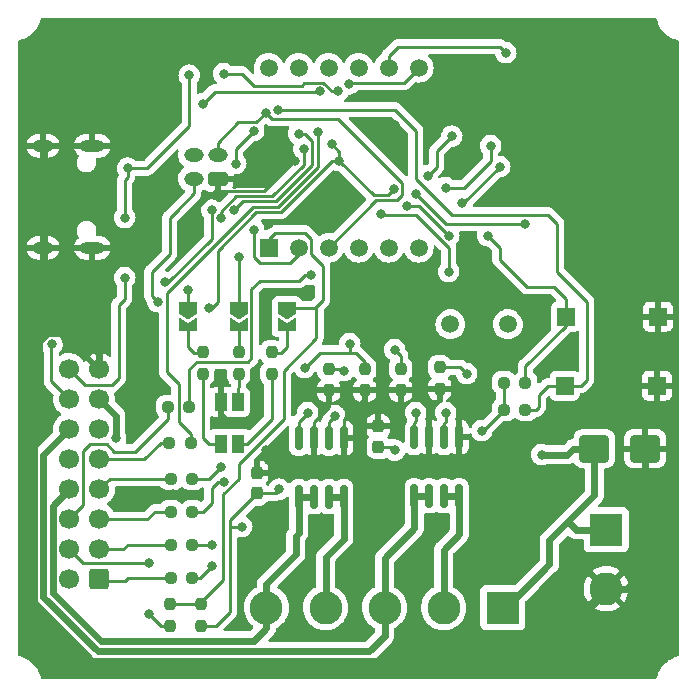
<source format=gbr>
%TF.GenerationSoftware,KiCad,Pcbnew,(6.0.0)*%
%TF.CreationDate,2023-05-26T23:18:24+03:00*%
%TF.ProjectId,uni_mcu_pcb,756e695f-6d63-4755-9f70-63622e6b6963,rev?*%
%TF.SameCoordinates,Original*%
%TF.FileFunction,Copper,L1,Top*%
%TF.FilePolarity,Positive*%
%FSLAX46Y46*%
G04 Gerber Fmt 4.6, Leading zero omitted, Abs format (unit mm)*
G04 Created by KiCad (PCBNEW (6.0.0)) date 2023-05-26 23:18:24*
%MOMM*%
%LPD*%
G01*
G04 APERTURE LIST*
G04 Aperture macros list*
%AMRoundRect*
0 Rectangle with rounded corners*
0 $1 Rounding radius*
0 $2 $3 $4 $5 $6 $7 $8 $9 X,Y pos of 4 corners*
0 Add a 4 corners polygon primitive as box body*
4,1,4,$2,$3,$4,$5,$6,$7,$8,$9,$2,$3,0*
0 Add four circle primitives for the rounded corners*
1,1,$1+$1,$2,$3*
1,1,$1+$1,$4,$5*
1,1,$1+$1,$6,$7*
1,1,$1+$1,$8,$9*
0 Add four rect primitives between the rounded corners*
20,1,$1+$1,$2,$3,$4,$5,0*
20,1,$1+$1,$4,$5,$6,$7,0*
20,1,$1+$1,$6,$7,$8,$9,0*
20,1,$1+$1,$8,$9,$2,$3,0*%
%AMFreePoly0*
4,1,6,1.000000,0.000000,0.500000,-0.750000,-0.500000,-0.750000,-0.500000,0.750000,0.500000,0.750000,1.000000,0.000000,1.000000,0.000000,$1*%
%AMFreePoly1*
4,1,6,0.500000,-0.750000,-0.650000,-0.750000,-0.150000,0.000000,-0.650000,0.750000,0.500000,0.750000,0.500000,-0.750000,0.500000,-0.750000,$1*%
G04 Aperture macros list end*
%TA.AperFunction,SMDPad,CuDef*%
%ADD10RoundRect,0.237500X0.237500X-0.250000X0.237500X0.250000X-0.237500X0.250000X-0.237500X-0.250000X0*%
%TD*%
%TA.AperFunction,SMDPad,CuDef*%
%ADD11RoundRect,0.237500X-0.250000X-0.237500X0.250000X-0.237500X0.250000X0.237500X-0.250000X0.237500X0*%
%TD*%
%TA.AperFunction,SMDPad,CuDef*%
%ADD12R,1.500000X1.500000*%
%TD*%
%TA.AperFunction,ComponentPad*%
%ADD13C,1.500000*%
%TD*%
%TA.AperFunction,SMDPad,CuDef*%
%ADD14RoundRect,0.250000X1.000000X0.900000X-1.000000X0.900000X-1.000000X-0.900000X1.000000X-0.900000X0*%
%TD*%
%TA.AperFunction,ComponentPad*%
%ADD15R,1.500000X1.500000*%
%TD*%
%TA.AperFunction,SMDPad,CuDef*%
%ADD16RoundRect,0.237500X0.250000X0.237500X-0.250000X0.237500X-0.250000X-0.237500X0.250000X-0.237500X0*%
%TD*%
%TA.AperFunction,SMDPad,CuDef*%
%ADD17R,1.000000X1.500000*%
%TD*%
%TA.AperFunction,SMDPad,CuDef*%
%ADD18RoundRect,0.150000X-0.150000X0.825000X-0.150000X-0.825000X0.150000X-0.825000X0.150000X0.825000X0*%
%TD*%
%TA.AperFunction,SMDPad,CuDef*%
%ADD19RoundRect,0.237500X-0.237500X0.250000X-0.237500X-0.250000X0.237500X-0.250000X0.237500X0.250000X0*%
%TD*%
%TA.AperFunction,ComponentPad*%
%ADD20R,2.800000X2.800000*%
%TD*%
%TA.AperFunction,ComponentPad*%
%ADD21C,2.800000*%
%TD*%
%TA.AperFunction,SMDPad,CuDef*%
%ADD22FreePoly0,270.000000*%
%TD*%
%TA.AperFunction,SMDPad,CuDef*%
%ADD23FreePoly1,270.000000*%
%TD*%
%TA.AperFunction,SMDPad,CuDef*%
%ADD24RoundRect,0.237500X0.237500X-0.300000X0.237500X0.300000X-0.237500X0.300000X-0.237500X-0.300000X0*%
%TD*%
%TA.AperFunction,ComponentPad*%
%ADD25RoundRect,0.250000X0.600000X0.600000X-0.600000X0.600000X-0.600000X-0.600000X0.600000X-0.600000X0*%
%TD*%
%TA.AperFunction,ComponentPad*%
%ADD26C,1.700000*%
%TD*%
%TA.AperFunction,ComponentPad*%
%ADD27RoundRect,0.250000X0.575000X-0.350000X0.575000X0.350000X-0.575000X0.350000X-0.575000X-0.350000X0*%
%TD*%
%TA.AperFunction,ComponentPad*%
%ADD28O,1.650000X1.200000*%
%TD*%
%TA.AperFunction,ComponentPad*%
%ADD29O,1.800000X1.000000*%
%TD*%
%TA.AperFunction,ComponentPad*%
%ADD30O,2.100000X1.000000*%
%TD*%
%TA.AperFunction,ViaPad*%
%ADD31C,0.800000*%
%TD*%
%TA.AperFunction,Conductor*%
%ADD32C,0.600000*%
%TD*%
%TA.AperFunction,Conductor*%
%ADD33C,0.250000*%
%TD*%
%TA.AperFunction,Conductor*%
%ADD34C,0.400000*%
%TD*%
G04 APERTURE END LIST*
D10*
%TO.P,R8,1*%
%TO.N,Net-(D1-Pad2)*%
X109982000Y-152146000D03*
%TO.P,R8,2*%
%TO.N,LED2*%
X109982000Y-150321000D03*
%TD*%
D11*
%TO.P,R30,1*%
%TO.N,Net-(J3-Pad5)*%
X101449500Y-163830000D03*
%TO.P,R30,2*%
%TO.N,SPI1_SCK*%
X103274500Y-163830000D03*
%TD*%
D10*
%TO.P,R10,1*%
%TO.N,Net-(D1-Pad1)*%
X104140000Y-152146000D03*
%TO.P,R10,2*%
%TO.N,LED3*%
X104140000Y-150321000D03*
%TD*%
D12*
%TO.P,SW2,1*%
%TO.N,GND*%
X142584000Y-153162000D03*
%TO.P,SW2,2*%
%TO.N,SW1*%
X134784000Y-153162000D03*
%TD*%
D10*
%TO.P,R7,1*%
%TO.N,Net-(D1-Pad3)*%
X107188000Y-152146000D03*
%TO.P,R7,2*%
%TO.N,LED1*%
X107188000Y-150321000D03*
%TD*%
%TO.P,R21,1*%
%TO.N,GND*%
X120904000Y-153566500D03*
%TO.P,R21,2*%
%TO.N,OUT2_CTRL*%
X120904000Y-151741500D03*
%TD*%
D13*
%TO.P,Y1,1,1*%
%TO.N,Q2*%
X125095000Y-147955000D03*
%TO.P,Y1,2,2*%
%TO.N,Q1*%
X129975000Y-147955000D03*
%TD*%
D14*
%TO.P,D4,1,A1*%
%TO.N,GND*%
X141596000Y-158496000D03*
%TO.P,D4,2,A2*%
%TO.N,VCC*%
X137296000Y-158496000D03*
%TD*%
D15*
%TO.P,U1,1,e*%
%TO.N,e_I2C1_SCL*%
X109728000Y-141478000D03*
D13*
%TO.P,U1,2,d*%
%TO.N,d*%
X112268000Y-141478000D03*
%TO.P,U1,3,DPX*%
%TO.N,swclk*%
X114808000Y-141478000D03*
%TO.P,U1,4,c*%
%TO.N,c*%
X117348000Y-141478000D03*
%TO.P,U1,5,g*%
%TO.N,g*%
X119888000Y-141478000D03*
%TO.P,U1,6,CC4*%
%TO.N,CA4*%
X122428000Y-141478000D03*
%TO.P,U1,7,b*%
%TO.N,b*%
X122428000Y-126238000D03*
%TO.P,U1,8,CC3*%
%TO.N,CA3*%
X119888000Y-126238000D03*
%TO.P,U1,9,CC2*%
%TO.N,CA2*%
X117348000Y-126238000D03*
%TO.P,U1,10,f*%
%TO.N,f*%
X114808000Y-126238000D03*
%TO.P,U1,11,a*%
%TO.N,a_I2C1_SDA*%
X112268000Y-126238000D03*
%TO.P,U1,12,CC1*%
%TO.N,CA1*%
X109728000Y-126238000D03*
%TD*%
D16*
%TO.P,R28,1*%
%TO.N,c*%
X103020500Y-154940000D03*
%TO.P,R28,2*%
%TO.N,Net-(J3-Pad6)*%
X101195500Y-154940000D03*
%TD*%
D17*
%TO.P,D1,1,BA*%
%TO.N,Net-(D1-Pad1)*%
X105726000Y-158063500D03*
%TO.P,D1,2,GA*%
%TO.N,Net-(D1-Pad2)*%
X107126000Y-158063500D03*
%TO.P,D1,3,RA*%
%TO.N,Net-(D1-Pad3)*%
X107126000Y-154563500D03*
%TO.P,D1,4,K*%
%TO.N,GND*%
X105726000Y-154563500D03*
%TD*%
D11*
%TO.P,R29,1*%
%TO.N,Net-(J3-Pad3)*%
X101449500Y-166624000D03*
%TO.P,R29,2*%
%TO.N,PB1_IO*%
X103274500Y-166624000D03*
%TD*%
D18*
%TO.P,Q5,1,S1*%
%TO.N,GND*%
X125857000Y-157545000D03*
%TO.P,Q5,2,G1*%
%TO.N,Net-(Q5-Pad2)*%
X124587000Y-157545000D03*
%TO.P,Q5,3,S2*%
%TO.N,GND*%
X123317000Y-157545000D03*
%TO.P,Q5,4,G2*%
%TO.N,Net-(Q5-Pad4)*%
X122047000Y-157545000D03*
%TO.P,Q5,5,D2*%
%TO.N,OUT2*%
X122047000Y-162495000D03*
%TO.P,Q5,6,D2*%
X123317000Y-162495000D03*
%TO.P,Q5,7,D1*%
%TO.N,OUT1*%
X124587000Y-162495000D03*
%TO.P,Q5,8,D1*%
X125857000Y-162495000D03*
%TD*%
D19*
%TO.P,R25,1*%
%TO.N,e_I2C1_SCL*%
X104013000Y-171680500D03*
%TO.P,R25,2*%
%TO.N,+3V3*%
X104013000Y-173505500D03*
%TD*%
D16*
%TO.P,R13,1*%
%TO.N,RESET*%
X131468500Y-152908000D03*
%TO.P,R13,2*%
%TO.N,+3V3*%
X129643500Y-152908000D03*
%TD*%
D10*
%TO.P,R23,1*%
%TO.N,GND*%
X124206000Y-153416000D03*
%TO.P,R23,2*%
%TO.N,OUT1_CTRL*%
X124206000Y-151591000D03*
%TD*%
D12*
%TO.P,SW1,1*%
%TO.N,GND*%
X142674000Y-147320000D03*
%TO.P,SW1,2*%
%TO.N,RESET*%
X134874000Y-147320000D03*
%TD*%
D11*
%TO.P,R15,1*%
%TO.N,Net-(J3-Pad1)*%
X101449500Y-169418000D03*
%TO.P,R15,2*%
%TO.N,PB0_IO*%
X103274500Y-169418000D03*
%TD*%
D19*
%TO.P,R26,1*%
%TO.N,e_I2C1_SCL*%
X101346000Y-171657000D03*
%TO.P,R26,2*%
%TO.N,Net-(J3-Pad2)*%
X101346000Y-173482000D03*
%TD*%
D20*
%TO.P,J4,1,Pin_1*%
%TO.N,VCC*%
X129540000Y-171958000D03*
D21*
%TO.P,J4,2,Pin_2*%
%TO.N,OUT1*%
X124540000Y-171958000D03*
%TO.P,J4,3,Pin_3*%
%TO.N,OUT2*%
X119540000Y-171958000D03*
%TO.P,J4,4,Pin_4*%
%TO.N,OUT3*%
X114540000Y-171958000D03*
%TO.P,J4,5,Pin_5*%
%TO.N,OUT4*%
X109540000Y-171958000D03*
%TD*%
D10*
%TO.P,R22,1*%
%TO.N,GND*%
X114808000Y-153566500D03*
%TO.P,R22,2*%
%TO.N,PB0_IO*%
X114808000Y-151741500D03*
%TD*%
D22*
%TO.P,JP3,1,A*%
%TO.N,dpx_swdio*%
X102870000Y-146595000D03*
D23*
%TO.P,JP3,2,B*%
%TO.N,LED3*%
X102870000Y-148045000D03*
%TD*%
D10*
%TO.P,R24,1*%
%TO.N,GND*%
X117856000Y-153566500D03*
%TO.P,R24,2*%
%TO.N,PB1_IO*%
X117856000Y-151741500D03*
%TD*%
D11*
%TO.P,R31,1*%
%TO.N,Net-(J3-Pad7)*%
X101449500Y-161036000D03*
%TO.P,R31,2*%
%TO.N,SPI1_MISO*%
X103274500Y-161036000D03*
%TD*%
D16*
%TO.P,R14,1*%
%TO.N,SW1*%
X131468500Y-155194000D03*
%TO.P,R14,2*%
%TO.N,+3V3*%
X129643500Y-155194000D03*
%TD*%
D22*
%TO.P,JP1,1,A*%
%TO.N,SPI1_SCK*%
X107188000Y-146595000D03*
D23*
%TO.P,JP1,2,B*%
%TO.N,LED1*%
X107188000Y-148045000D03*
%TD*%
D11*
%TO.P,R32,1*%
%TO.N,Net-(J3-Pad9)*%
X101299000Y-157988000D03*
%TO.P,R32,2*%
%TO.N,SPI1_MOSI*%
X103124000Y-157988000D03*
%TD*%
D24*
%TO.P,C8,1*%
%TO.N,+3V3*%
X118999000Y-158342500D03*
%TO.P,C8,2*%
%TO.N,GND*%
X118999000Y-156617500D03*
%TD*%
D18*
%TO.P,Q6,1,S1*%
%TO.N,GND*%
X116078000Y-157610000D03*
%TO.P,Q6,2,G1*%
%TO.N,Net-(Q6-Pad2)*%
X114808000Y-157610000D03*
%TO.P,Q6,3,S2*%
%TO.N,GND*%
X113538000Y-157610000D03*
%TO.P,Q6,4,G2*%
%TO.N,Net-(Q6-Pad4)*%
X112268000Y-157610000D03*
%TO.P,Q6,5,D2*%
%TO.N,OUT4*%
X112268000Y-162560000D03*
%TO.P,Q6,6,D2*%
X113538000Y-162560000D03*
%TO.P,Q6,7,D1*%
%TO.N,OUT3*%
X114808000Y-162560000D03*
%TO.P,Q6,8,D1*%
X116078000Y-162560000D03*
%TD*%
D25*
%TO.P,J3,1,Pin_1*%
%TO.N,Net-(J3-Pad1)*%
X95367500Y-169545000D03*
D26*
%TO.P,J3,2,Pin_2*%
%TO.N,Net-(J3-Pad2)*%
X92827500Y-169545000D03*
%TO.P,J3,3,Pin_3*%
%TO.N,Net-(J3-Pad3)*%
X95367500Y-167005000D03*
%TO.P,J3,4,Pin_4*%
%TO.N,Net-(J3-Pad4)*%
X92827500Y-167005000D03*
%TO.P,J3,5,Pin_5*%
%TO.N,Net-(J3-Pad5)*%
X95367500Y-164465000D03*
%TO.P,J3,6,Pin_6*%
%TO.N,Net-(J3-Pad6)*%
X92827500Y-164465000D03*
%TO.P,J3,7,Pin_7*%
%TO.N,Net-(J3-Pad7)*%
X95367500Y-161925000D03*
%TO.P,J3,8,Pin_8*%
%TO.N,OUT4*%
X92827500Y-161925000D03*
%TO.P,J3,9,Pin_9*%
%TO.N,Net-(J3-Pad9)*%
X95367500Y-159385000D03*
%TO.P,J3,10,Pin_10*%
%TO.N,OUT3*%
X92827500Y-159385000D03*
%TO.P,J3,11,Pin_11*%
%TO.N,OUT1*%
X95367500Y-156845000D03*
%TO.P,J3,12,Pin_12*%
%TO.N,OUT2*%
X92827500Y-156845000D03*
%TO.P,J3,13,Pin_13*%
%TO.N,VCC*%
X95367500Y-154305000D03*
%TO.P,J3,14,Pin_14*%
%TO.N,+3V3*%
X92827500Y-154305000D03*
%TO.P,J3,15,Pin_15*%
%TO.N,GND*%
X95367500Y-151765000D03*
%TO.P,J3,16,Pin_16*%
%TO.N,+5V*%
X92827500Y-151765000D03*
%TD*%
D22*
%TO.P,JP2,1,A*%
%TO.N,e_I2C1_SCL*%
X111252000Y-146595000D03*
D23*
%TO.P,JP2,2,B*%
%TO.N,LED2*%
X111252000Y-148045000D03*
%TD*%
D20*
%TO.P,J2,1,Pin_1*%
%TO.N,VCC*%
X138303000Y-165354000D03*
D21*
%TO.P,J2,2,Pin_2*%
%TO.N,GND*%
X138303000Y-170354000D03*
%TD*%
D24*
%TO.P,C3,1*%
%TO.N,+3V3*%
X108712000Y-162279500D03*
%TO.P,C3,2*%
%TO.N,GND*%
X108712000Y-160554500D03*
%TD*%
D27*
%TO.P,J5,1,Pin_1*%
%TO.N,GND*%
X105394000Y-135636000D03*
D28*
%TO.P,J5,2,Pin_2*%
%TO.N,dpx_swdio*%
X103394000Y-135636000D03*
%TO.P,J5,3,Pin_3*%
%TO.N,swclk*%
X105394000Y-133636000D03*
%TO.P,J5,4,Pin_4*%
%TO.N,+3V3*%
X103394000Y-133636000D03*
%TD*%
D29*
%TO.P,J1,S1,SHIELD*%
%TO.N,GND*%
X90619000Y-141480000D03*
D30*
X94799000Y-141480000D03*
X94799000Y-132840000D03*
D29*
X90619000Y-132840000D03*
%TD*%
D31*
%TO.N,GND*%
X109474000Y-158623000D03*
X102489000Y-139700000D03*
X100330000Y-131826000D03*
X113792000Y-164846000D03*
X141732000Y-131826000D03*
X97673500Y-162814000D03*
X130937000Y-159893000D03*
X120777000Y-155067000D03*
X99568000Y-123444000D03*
X109474000Y-148336000D03*
X132080000Y-131699000D03*
X124714000Y-126238000D03*
X115443000Y-135890000D03*
X133350000Y-177038000D03*
X109728000Y-139446000D03*
X101600000Y-162306000D03*
X141224000Y-127762000D03*
X134620000Y-150876000D03*
X127762000Y-153416000D03*
X108204000Y-156210000D03*
X118110000Y-164338000D03*
X126365000Y-173736000D03*
X126656000Y-131789000D03*
X129794000Y-166878000D03*
X125603000Y-144907000D03*
X97790000Y-132588000D03*
X140716000Y-161036000D03*
X115570000Y-148209000D03*
X120396000Y-131064000D03*
X111946200Y-134171200D03*
X110744000Y-163576000D03*
X122174000Y-144780000D03*
X117348000Y-169164000D03*
X140462000Y-150368000D03*
X118110000Y-143510000D03*
%TO.N,Net-(Q5-Pad2)*%
X124714000Y-155448000D03*
%TO.N,Net-(Q5-Pad4)*%
X122174000Y-155448000D03*
%TO.N,Net-(Q6-Pad2)*%
X115316000Y-155702000D03*
%TO.N,Net-(Q6-Pad4)*%
X113030000Y-155448000D03*
%TO.N,c*%
X113284000Y-143764000D03*
%TO.N,b*%
X116515994Y-127621987D03*
%TO.N,CA3*%
X129794000Y-124968000D03*
%TO.N,+5V*%
X97536000Y-144018000D03*
X102997000Y-126873000D03*
X97790000Y-134747000D03*
X97536000Y-138938000D03*
%TO.N,USART1_RX*%
X115570000Y-128232500D03*
X105918000Y-126746000D03*
%TO.N,USART1_TX*%
X104140000Y-129286000D03*
X114058301Y-128257699D03*
%TO.N,+3V3*%
X110617000Y-161925000D03*
X104648000Y-146558000D03*
X131445000Y-139446000D03*
X120396000Y-158623000D03*
X115062000Y-132715000D03*
X107442000Y-165100000D03*
X91374582Y-149668625D03*
X115697000Y-134112000D03*
X127762000Y-156972000D03*
X122174000Y-136906000D03*
X120326259Y-136507623D03*
%TO.N,RESET*%
X128270000Y-140462000D03*
%TO.N,CA1_CTRL*%
X129286000Y-134620000D03*
X126111000Y-137705500D03*
%TO.N,CA2_CTRL*%
X125222000Y-132038940D03*
X123190000Y-135382000D03*
%TO.N,CA3_CTRL*%
X128524000Y-132842000D03*
X124714000Y-136398000D03*
%TO.N,PB0_IO*%
X104902000Y-168402000D03*
X116078000Y-151892000D03*
%TO.N,PB1_IO*%
X112776000Y-151638000D03*
X104902000Y-166624000D03*
X116586000Y-149606000D03*
%TO.N,SW1*%
X110490000Y-129794000D03*
%TO.N,OUT1_CTRL*%
X124968000Y-143510000D03*
X126492000Y-152146000D03*
X119253000Y-138646500D03*
%TO.N,OUT2_CTRL*%
X121412000Y-137922000D03*
X120396000Y-150114000D03*
X124968000Y-140462000D03*
%TO.N,dpx_swdio*%
X108458000Y-131572000D03*
X106934000Y-134366000D03*
X100330000Y-146050000D03*
X102870000Y-145034000D03*
%TO.N,swclk*%
X109474000Y-130048000D03*
%TO.N,SPI1_SCK*%
X105913701Y-161285701D03*
X107188000Y-142240000D03*
X112268000Y-131826000D03*
X106811299Y-138307299D03*
%TO.N,SPI1_MISO*%
X105664000Y-138938000D03*
X112686500Y-133096000D03*
X105664000Y-160020000D03*
%TO.N,SPI1_MOSI*%
X113919000Y-131652576D03*
%TO.N,VCC*%
X96774000Y-157607000D03*
X132842000Y-159004000D03*
%TO.N,Net-(J3-Pad2)*%
X99568000Y-172466000D03*
%TO.N,Net-(J3-Pad4)*%
X99568000Y-168148000D03*
%TO.N,d*%
X108458000Y-139954000D03*
%TO.N,a_I2C1_SDA*%
X100965000Y-144399000D03*
X104896161Y-138298134D03*
%TD*%
D32*
%TO.N,GND*%
X140716000Y-161036000D02*
X141605000Y-161925000D01*
D33*
X103759000Y-138049000D02*
X105394000Y-136414000D01*
D34*
X113538000Y-157610000D02*
X113538000Y-159512000D01*
D32*
X90297000Y-151257000D02*
X90297000Y-149474121D01*
D33*
X120586500Y-155257500D02*
X117919500Y-155257500D01*
X105394000Y-136636000D02*
X105394000Y-135636000D01*
X118999000Y-155321000D02*
X118935500Y-155257500D01*
X114808000Y-154940000D02*
X113538000Y-156210000D01*
X109474000Y-158623000D02*
X110336500Y-159485500D01*
D32*
X138303000Y-170561000D02*
X138303000Y-170354000D01*
D33*
X108712000Y-160554500D02*
X110336500Y-160554500D01*
X105394000Y-136414000D02*
X105394000Y-135636000D01*
D32*
X95367500Y-150485500D02*
X93599000Y-148717000D01*
D33*
X117348000Y-154686000D02*
X116078000Y-155956000D01*
D34*
X127254000Y-161290000D02*
X127254000Y-176403000D01*
D33*
X111946200Y-134171200D02*
X111827800Y-134171200D01*
X113538000Y-156210000D02*
X113538000Y-157610000D01*
X90873000Y-132840000D02*
X90873000Y-141480000D01*
D34*
X127254000Y-161290000D02*
X129667000Y-161290000D01*
D33*
X105726000Y-155510000D02*
X105726000Y-154563500D01*
X113511500Y-160554500D02*
X114046000Y-160020000D01*
X120904000Y-153566500D02*
X122578500Y-153566500D01*
D34*
X113538000Y-159512000D02*
X114046000Y-160020000D01*
D33*
X114808000Y-153566500D02*
X114808000Y-154940000D01*
D32*
X93599000Y-148717000D02*
X91054121Y-148717000D01*
D33*
X125222000Y-153416000D02*
X125857000Y-154051000D01*
X102489000Y-139700000D02*
X102489000Y-139679990D01*
X108204000Y-156210000D02*
X107823000Y-156591000D01*
X123317000Y-154305000D02*
X123317000Y-157545000D01*
D32*
X90297000Y-149474121D02*
X91054121Y-148717000D01*
D33*
X117919500Y-155257500D02*
X117348000Y-154686000D01*
D34*
X123317000Y-159893000D02*
X123190000Y-160020000D01*
X130937000Y-160020000D02*
X130937000Y-159893000D01*
D33*
X117856000Y-154178000D02*
X117348000Y-154686000D01*
D34*
X127254000Y-176403000D02*
X127381000Y-176530000D01*
D33*
X117856000Y-153566500D02*
X117856000Y-154178000D01*
D32*
X140034000Y-170354000D02*
X138303000Y-170354000D01*
D34*
X125857000Y-157545000D02*
X125857000Y-159893000D01*
D32*
X132753000Y-176441000D02*
X94780000Y-176441000D01*
D34*
X125857000Y-159893000D02*
X125984000Y-160020000D01*
D32*
X140970000Y-161036000D02*
X141596000Y-160410000D01*
D33*
X120777000Y-155067000D02*
X120586500Y-155257500D01*
D34*
X129667000Y-161290000D02*
X130937000Y-160020000D01*
D32*
X89840000Y-151714000D02*
X90297000Y-151257000D01*
D34*
X123317000Y-157545000D02*
X123317000Y-159893000D01*
D33*
X90873000Y-148535879D02*
X91054121Y-148717000D01*
D32*
X141605000Y-168783000D02*
X140034000Y-170354000D01*
D33*
X110336500Y-159485500D02*
X110336500Y-160554500D01*
D32*
X141596000Y-160410000D02*
X141596000Y-158496000D01*
D33*
X95053000Y-141480000D02*
X90873000Y-141480000D01*
X116078000Y-155956000D02*
X116078000Y-157610000D01*
X103759000Y-138409990D02*
X103759000Y-138049000D01*
X109347000Y-136652000D02*
X105410000Y-136652000D01*
D34*
X116078000Y-160020000D02*
X123190000Y-160020000D01*
D32*
X133350000Y-177038000D02*
X132753000Y-176441000D01*
D33*
X105410000Y-136652000D02*
X105394000Y-136636000D01*
X90873000Y-141480000D02*
X90873000Y-148535879D01*
D32*
X140716000Y-161036000D02*
X140970000Y-161036000D01*
D33*
X107823000Y-156591000D02*
X106807000Y-156591000D01*
X118999000Y-156617500D02*
X118999000Y-155321000D01*
D34*
X116078000Y-157610000D02*
X116078000Y-160020000D01*
D32*
X133350000Y-175514000D02*
X138303000Y-170561000D01*
D34*
X125984000Y-160020000D02*
X127254000Y-161290000D01*
D32*
X89840000Y-171501000D02*
X89840000Y-151714000D01*
D33*
X125857000Y-154051000D02*
X125857000Y-157545000D01*
X95053000Y-132840000D02*
X90873000Y-132840000D01*
D32*
X95367500Y-151765000D02*
X95367500Y-150485500D01*
D33*
X106807000Y-156591000D02*
X105726000Y-155510000D01*
X111827800Y-134171200D02*
X109347000Y-136652000D01*
X122578500Y-153566500D02*
X123317000Y-154305000D01*
D32*
X141605000Y-161925000D02*
X141605000Y-168783000D01*
D33*
X124206000Y-153416000D02*
X125222000Y-153416000D01*
D32*
X133350000Y-177038000D02*
X133350000Y-175514000D01*
D34*
X114046000Y-160020000D02*
X116078000Y-160020000D01*
X123190000Y-160020000D02*
X125984000Y-160020000D01*
D33*
X110336500Y-160554500D02*
X113511500Y-160554500D01*
X102489000Y-139679990D02*
X103759000Y-138409990D01*
X118935500Y-155257500D02*
X117919500Y-155257500D01*
D32*
X94780000Y-176441000D02*
X89840000Y-171501000D01*
D33*
%TO.N,Net-(Q5-Pad2)*%
X124714000Y-156210000D02*
X124587000Y-156337000D01*
X124714000Y-155448000D02*
X124714000Y-156210000D01*
X124587000Y-156337000D02*
X124587000Y-157545000D01*
%TO.N,Net-(Q5-Pad4)*%
X122047000Y-157545000D02*
X122047000Y-156306000D01*
X122174000Y-156179000D02*
X122174000Y-155448000D01*
X122047000Y-156306000D02*
X122174000Y-156179000D01*
D32*
%TO.N,OUT2*%
X119540000Y-174338000D02*
X119540000Y-171958000D01*
X90640000Y-159032500D02*
X90640000Y-171019370D01*
X122047000Y-162495000D02*
X122047000Y-165227000D01*
X92827500Y-156845000D02*
X90640000Y-159032500D01*
X123317000Y-162495000D02*
X122047000Y-162495000D01*
X118237000Y-175641000D02*
X119540000Y-174338000D01*
X95261630Y-175641000D02*
X118237000Y-175641000D01*
X119540000Y-167734000D02*
X119540000Y-171958000D01*
X90640000Y-171019370D02*
X95261630Y-175641000D01*
X122047000Y-165227000D02*
X119540000Y-167734000D01*
%TO.N,OUT1*%
X124540000Y-167052000D02*
X124540000Y-171958000D01*
X124587000Y-162495000D02*
X125857000Y-162495000D01*
X125857000Y-162495000D02*
X125857000Y-165735000D01*
X125857000Y-165735000D02*
X124540000Y-167052000D01*
D33*
%TO.N,Net-(Q6-Pad2)*%
X114808000Y-156210000D02*
X114808000Y-157610000D01*
X115316000Y-155702000D02*
X114808000Y-156210000D01*
%TO.N,Net-(Q6-Pad4)*%
X113030000Y-155448000D02*
X112268000Y-156210000D01*
X112268000Y-156210000D02*
X112268000Y-157610000D01*
D32*
%TO.N,OUT4*%
X109540000Y-169926000D02*
X109540000Y-171958000D01*
X109540000Y-173670000D02*
X109540000Y-171958000D01*
X112268000Y-165608000D02*
X112014000Y-165862000D01*
X112014000Y-165862000D02*
X112014000Y-167452000D01*
X112268000Y-162560000D02*
X112268000Y-165608000D01*
X108458000Y-174752000D02*
X109540000Y-173670000D01*
X112268000Y-162560000D02*
X113538000Y-162560000D01*
X108458000Y-174752000D02*
X95504000Y-174752000D01*
X112014000Y-167452000D02*
X109540000Y-169926000D01*
X91440000Y-163312500D02*
X92827500Y-161925000D01*
X95504000Y-174752000D02*
X91440000Y-170688000D01*
X91440000Y-170688000D02*
X91440000Y-163312500D01*
%TO.N,OUT3*%
X114808000Y-162560000D02*
X116078000Y-162560000D01*
X116078000Y-166116000D02*
X114540000Y-167654000D01*
X114540000Y-167654000D02*
X114540000Y-171958000D01*
X116078000Y-162560000D02*
X116078000Y-166116000D01*
D33*
%TO.N,c*%
X103669505Y-151133500D02*
X103020500Y-151782505D01*
X113284000Y-143764000D02*
X112776000Y-143764000D01*
X108262520Y-150817480D02*
X107946500Y-151133500D01*
X112268000Y-144272000D02*
X108966000Y-144272000D01*
X108966000Y-144272000D02*
X108262520Y-144975480D01*
X108262520Y-144975480D02*
X108262520Y-150817480D01*
X103020500Y-151782505D02*
X103020500Y-154940000D01*
X107946500Y-151133500D02*
X103669505Y-151133500D01*
X112776000Y-143764000D02*
X112268000Y-144272000D01*
%TO.N,b*%
X116629981Y-127508000D02*
X121158000Y-127508000D01*
X116515994Y-127621987D02*
X116629981Y-127508000D01*
X121158000Y-127508000D02*
X122428000Y-126238000D01*
%TO.N,CA3*%
X129794000Y-124968000D02*
X129286000Y-124460000D01*
X119888000Y-125222000D02*
X119888000Y-126238000D01*
X120650000Y-124460000D02*
X119888000Y-125222000D01*
X129286000Y-124460000D02*
X120650000Y-124460000D01*
%TO.N,+5V*%
X97536000Y-144018000D02*
X97536000Y-145796000D01*
X94192500Y-153130000D02*
X92827500Y-151765000D01*
X97536000Y-138938000D02*
X97536000Y-135763000D01*
X102997000Y-126873000D02*
X102997000Y-131191000D01*
X97536000Y-135763000D02*
X97790000Y-135509000D01*
X99441000Y-134747000D02*
X97790000Y-134747000D01*
X102997000Y-131191000D02*
X99441000Y-134747000D01*
X97536000Y-145796000D02*
X97028000Y-146304000D01*
X97028000Y-146304000D02*
X97028000Y-152527000D01*
X97028000Y-152527000D02*
X96425000Y-153130000D01*
X97790000Y-135509000D02*
X97790000Y-134747000D01*
X96425000Y-153130000D02*
X94192500Y-153130000D01*
%TO.N,USART1_RX*%
X115057701Y-128232485D02*
X115057701Y-128232500D01*
X108458000Y-127762000D02*
X112522000Y-127762000D01*
X107442000Y-126746000D02*
X108458000Y-127762000D01*
X112750812Y-127533188D02*
X114358404Y-127533188D01*
X115057701Y-128232500D02*
X115570000Y-128232500D01*
X114358404Y-127533188D02*
X115057701Y-128232485D01*
X112522000Y-127762000D02*
X112750812Y-127533188D01*
X105918000Y-126746000D02*
X107442000Y-126746000D01*
%TO.N,USART1_TX*%
X114058301Y-128257699D02*
X114046000Y-128270000D01*
X105156000Y-128270000D02*
X104140000Y-129286000D01*
X114046000Y-128270000D02*
X105156000Y-128270000D01*
%TO.N,+3V3*%
X108712000Y-162279500D02*
X106426000Y-164565500D01*
X120115500Y-158342500D02*
X120396000Y-158623000D01*
X115062000Y-134112000D02*
X115697000Y-134112000D01*
X106426000Y-166370000D02*
X106426000Y-172339000D01*
X129643500Y-152908000D02*
X129643500Y-155194000D01*
X118618000Y-137033000D02*
X115697000Y-134112000D01*
X105410000Y-146050000D02*
X105156000Y-146304000D01*
X91313000Y-149730207D02*
X91313000Y-152790500D01*
X127762000Y-156972000D02*
X127865500Y-156972000D01*
X127865500Y-156972000D02*
X129643500Y-155194000D01*
X110617000Y-161999000D02*
X110617000Y-161925000D01*
X118999000Y-158342500D02*
X120115500Y-158342500D01*
X106426000Y-172339000D02*
X105259500Y-173505500D01*
X91374582Y-149668625D02*
X91313000Y-149730207D01*
X104902000Y-146558000D02*
X104648000Y-146558000D01*
X105410000Y-141733436D02*
X108693356Y-138450080D01*
X114369000Y-134805000D02*
X115062000Y-134112000D01*
X105156000Y-146304000D02*
X104902000Y-146558000D01*
X91313000Y-152790500D02*
X92827500Y-154305000D01*
X115697000Y-133350000D02*
X115697000Y-134112000D01*
X105410000Y-144780000D02*
X105410000Y-146050000D01*
X122174000Y-136906000D02*
X124714000Y-139446000D01*
X108712000Y-162279500D02*
X110336500Y-162279500D01*
X108693356Y-138450080D02*
X110726034Y-138450080D01*
X110726034Y-138450080D02*
X114369000Y-134807114D01*
X106426000Y-164565500D02*
X106426000Y-166370000D01*
X107442000Y-165100000D02*
X106426000Y-165100000D01*
X119800882Y-137033000D02*
X118618000Y-137033000D01*
X105410000Y-144780000D02*
X105410000Y-141733436D01*
X105259500Y-173505500D02*
X104013000Y-173505500D01*
X120326259Y-136507623D02*
X119800882Y-137033000D01*
X115062000Y-132715000D02*
X115697000Y-133350000D01*
X124714000Y-139446000D02*
X131445000Y-139446000D01*
X114369000Y-134807114D02*
X114369000Y-134805000D01*
X110336500Y-162279500D02*
X110617000Y-161999000D01*
%TO.N,LED1*%
X107188000Y-148045000D02*
X107188000Y-150321000D01*
%TO.N,LED2*%
X110029000Y-150368000D02*
X109982000Y-150321000D01*
X110744000Y-150368000D02*
X110029000Y-150368000D01*
X111252000Y-149860000D02*
X110744000Y-150368000D01*
X111252000Y-148045000D02*
X111252000Y-149860000D01*
%TO.N,LED3*%
X103378000Y-150368000D02*
X104093000Y-150368000D01*
X104093000Y-150368000D02*
X104140000Y-150321000D01*
X102870000Y-148045000D02*
X102870000Y-149860000D01*
X102870000Y-149860000D02*
X103378000Y-150368000D01*
%TO.N,RESET*%
X128270000Y-140462000D02*
X129286000Y-141478000D01*
X133858000Y-144780000D02*
X134874000Y-145796000D01*
X134874000Y-147320000D02*
X134874000Y-148082000D01*
X134874000Y-145796000D02*
X134874000Y-147320000D01*
X134874000Y-148082000D02*
X131468500Y-151487500D01*
X131572000Y-144780000D02*
X133858000Y-144780000D01*
X131468500Y-151487500D02*
X131468500Y-152908000D01*
X129286000Y-141478000D02*
X129286000Y-142494000D01*
X129286000Y-142494000D02*
X131572000Y-144780000D01*
%TO.N,CA1_CTRL*%
X126111000Y-137705500D02*
X126200500Y-137705500D01*
X126200500Y-137705500D02*
X129286000Y-134620000D01*
%TO.N,CA2_CTRL*%
X123952000Y-133308940D02*
X125222000Y-132038940D01*
X123952000Y-134620000D02*
X123952000Y-133308940D01*
X123190000Y-135382000D02*
X123952000Y-134620000D01*
%TO.N,CA3_CTRL*%
X126238000Y-136398000D02*
X128524000Y-134112000D01*
X128524000Y-134112000D02*
X128524000Y-132842000D01*
X124714000Y-136398000D02*
X126238000Y-136398000D01*
%TO.N,PB0_IO*%
X104902000Y-168402000D02*
X103886000Y-169418000D01*
X103886000Y-169418000D02*
X103274500Y-169418000D01*
X116078000Y-151892000D02*
X115927500Y-151741500D01*
X115927500Y-151741500D02*
X114808000Y-151741500D01*
%TO.N,PB1_IO*%
X117856000Y-151130000D02*
X117856000Y-151741500D01*
X114046000Y-150368000D02*
X116586000Y-150368000D01*
X112776000Y-151638000D02*
X114046000Y-150368000D01*
X117094000Y-150368000D02*
X117856000Y-151130000D01*
X104902000Y-166624000D02*
X103274500Y-166624000D01*
X116586000Y-150368000D02*
X116586000Y-149606000D01*
X116586000Y-150368000D02*
X117094000Y-150368000D01*
%TO.N,SW1*%
X110490000Y-129794000D02*
X120396000Y-129794000D01*
X132334000Y-155194000D02*
X131468500Y-155194000D01*
X134784000Y-153162000D02*
X133350000Y-153162000D01*
X122174000Y-135636000D02*
X125222000Y-138684000D01*
X136652000Y-152654000D02*
X136144000Y-153162000D01*
X120396000Y-129794000D02*
X122174000Y-131572000D01*
X136652000Y-146050000D02*
X136652000Y-152654000D01*
X134112000Y-143510000D02*
X136652000Y-146050000D01*
X136144000Y-153162000D02*
X134784000Y-153162000D01*
X132588000Y-153924000D02*
X132588000Y-154940000D01*
X122174000Y-131572000D02*
X122174000Y-135636000D01*
X132588000Y-154940000D02*
X132334000Y-155194000D01*
X133350000Y-153162000D02*
X132588000Y-153924000D01*
X134112000Y-139446000D02*
X134112000Y-143510000D01*
X133350000Y-138684000D02*
X134112000Y-139446000D01*
X125222000Y-138684000D02*
X133350000Y-138684000D01*
%TO.N,OUT1_CTRL*%
X122174000Y-138684000D02*
X124243489Y-140753489D01*
X124667897Y-141186511D02*
X124676511Y-141186511D01*
X124243489Y-140762103D02*
X124667897Y-141186511D01*
X125937000Y-151591000D02*
X124206000Y-151591000D01*
X119253000Y-138646500D02*
X119290500Y-138684000D01*
X119290500Y-138684000D02*
X122174000Y-138684000D01*
X124968000Y-141478000D02*
X124968000Y-143510000D01*
X124676511Y-141186511D02*
X124968000Y-141478000D01*
X126492000Y-152146000D02*
X125937000Y-151591000D01*
X124243489Y-140753489D02*
X124243489Y-140762103D01*
%TO.N,OUT2_CTRL*%
X120904000Y-150622000D02*
X120396000Y-150114000D01*
X121412000Y-137922000D02*
X122428000Y-137922000D01*
X122428000Y-137922000D02*
X124968000Y-140462000D01*
X120904000Y-151741500D02*
X120904000Y-150622000D01*
%TO.N,dpx_swdio*%
X101346000Y-141732000D02*
X101346000Y-141986000D01*
X102870000Y-146595000D02*
X102870000Y-145034000D01*
X99822000Y-145034000D02*
X99822000Y-145542000D01*
X99822000Y-143510000D02*
X99822000Y-145034000D01*
X101854000Y-138430000D02*
X101346000Y-138938000D01*
X103394000Y-136890000D02*
X101854000Y-138430000D01*
X100076000Y-145796000D02*
X100330000Y-146050000D01*
X101346000Y-138938000D02*
X101346000Y-141732000D01*
X101346000Y-141986000D02*
X101092000Y-142240000D01*
X106934000Y-133096000D02*
X106934000Y-134366000D01*
X103394000Y-135636000D02*
X103394000Y-136890000D01*
X99822000Y-145542000D02*
X100076000Y-145796000D01*
X108458000Y-131572000D02*
X106934000Y-133096000D01*
X101092000Y-142240000D02*
X99822000Y-143510000D01*
%TO.N,swclk*%
X114808000Y-141478000D02*
X118803480Y-137482520D01*
X105394000Y-132604000D02*
X105394000Y-133636000D01*
X118803480Y-137482520D02*
X120577173Y-137482520D01*
X108674511Y-130847489D02*
X107150511Y-130847489D01*
X107150511Y-130847489D02*
X105394000Y-132604000D01*
X109474000Y-130048000D02*
X108674511Y-130847489D01*
X115570000Y-130556000D02*
X109982000Y-130556000D01*
X120577173Y-137482520D02*
X121050770Y-137008923D01*
X109982000Y-130556000D02*
X109474000Y-130048000D01*
X121050770Y-136036770D02*
X115570000Y-130556000D01*
X121050770Y-137008923D02*
X121050770Y-136036770D01*
%TO.N,SPI1_SCK*%
X103274500Y-163830000D02*
X104140000Y-163830000D01*
X104394000Y-163576000D02*
X104902000Y-163068000D01*
X110352960Y-137551040D02*
X113411000Y-134493000D01*
X104140000Y-163830000D02*
X104394000Y-163576000D01*
X105410000Y-161290000D02*
X105909402Y-161290000D01*
X106811299Y-138307299D02*
X107567558Y-137551040D01*
X107567558Y-137551040D02*
X110352960Y-137551040D01*
X104902000Y-163068000D02*
X104902000Y-162306000D01*
X112776000Y-131826000D02*
X112268000Y-131826000D01*
X113411000Y-134493000D02*
X113411000Y-132461000D01*
X107188000Y-146595000D02*
X107188000Y-142240000D01*
X105909402Y-161290000D02*
X105913701Y-161285701D01*
X113411000Y-132461000D02*
X112776000Y-131826000D01*
X104902000Y-161798000D02*
X105410000Y-161290000D01*
X104902000Y-162306000D02*
X104902000Y-161798000D01*
%TO.N,SPI1_MISO*%
X106992480Y-137101520D02*
X105664000Y-138430000D01*
X112686500Y-134455500D02*
X110040480Y-137101520D01*
X105664000Y-160020000D02*
X104648000Y-161036000D01*
X110040480Y-137101520D02*
X106992480Y-137101520D01*
X105664000Y-138430000D02*
X105664000Y-138938000D01*
X112686500Y-133096000D02*
X112686500Y-134455500D01*
X104648000Y-161036000D02*
X103274500Y-161036000D01*
%TO.N,SPI1_MOSI*%
X101689511Y-144699103D02*
X101265103Y-145123511D01*
X101265103Y-145123511D02*
X101256489Y-145123511D01*
X101256489Y-145123511D02*
X101092000Y-145288000D01*
X101689511Y-144690489D02*
X101689511Y-144699103D01*
X101092000Y-145288000D02*
X101092000Y-152019000D01*
X113919000Y-131652576D02*
X113919000Y-134620718D01*
X101092000Y-152019000D02*
X102108000Y-153035000D01*
X113919000Y-134620718D02*
X110539157Y-138000560D01*
X102108000Y-153035000D02*
X102108000Y-156210000D01*
X103124000Y-157226000D02*
X103124000Y-157988000D01*
X102108000Y-156210000D02*
X103124000Y-157226000D01*
X108379440Y-138000560D02*
X101689511Y-144690489D01*
X110539157Y-138000560D02*
X108379440Y-138000560D01*
%TO.N,Net-(D1-Pad1)*%
X104140000Y-157583500D02*
X104648000Y-158091500D01*
X104676000Y-158063500D02*
X105726000Y-158063500D01*
X104648000Y-158091500D02*
X104676000Y-158063500D01*
X104140000Y-152146000D02*
X104140000Y-157583500D01*
%TO.N,Net-(D1-Pad2)*%
X107883805Y-158063500D02*
X107126000Y-158063500D01*
X109982000Y-152146000D02*
X109982000Y-155965305D01*
X109982000Y-155965305D02*
X107883805Y-158063500D01*
%TO.N,Net-(D1-Pad3)*%
X107188000Y-153265500D02*
X107188000Y-152146000D01*
X107126000Y-153327500D02*
X107188000Y-153265500D01*
X107126000Y-154563500D02*
X107126000Y-153327500D01*
D32*
%TO.N,VCC*%
X129794000Y-171958000D02*
X133310000Y-168442000D01*
X135001000Y-164719000D02*
X135128000Y-164719000D01*
X137296000Y-158496000D02*
X135509000Y-158496000D01*
X135001000Y-159004000D02*
X132842000Y-159004000D01*
X135763000Y-165354000D02*
X138303000Y-165354000D01*
X133486000Y-166234000D02*
X133486000Y-168284000D01*
X137296000Y-158496000D02*
X137296000Y-162424000D01*
X135128000Y-164719000D02*
X135763000Y-165354000D01*
X135509000Y-158496000D02*
X135001000Y-159004000D01*
X137296000Y-162424000D02*
X133486000Y-166234000D01*
X96774000Y-155711500D02*
X95367500Y-154305000D01*
X129540000Y-171958000D02*
X129794000Y-171958000D01*
X96774000Y-157607000D02*
X96774000Y-155711500D01*
D33*
%TO.N,Net-(J3-Pad1)*%
X97536000Y-169672000D02*
X95494500Y-169672000D01*
X95494500Y-169672000D02*
X95367500Y-169545000D01*
X97790000Y-169418000D02*
X97536000Y-169672000D01*
X101449500Y-169418000D02*
X97790000Y-169418000D01*
%TO.N,Net-(J3-Pad2)*%
X99568000Y-172466000D02*
X100584000Y-173482000D01*
X100584000Y-173482000D02*
X101346000Y-173482000D01*
%TO.N,Net-(J3-Pad3)*%
X97790000Y-166624000D02*
X97409000Y-167005000D01*
X97409000Y-167005000D02*
X95367500Y-167005000D01*
X101449500Y-166624000D02*
X97790000Y-166624000D01*
%TO.N,Net-(J3-Pad4)*%
X99536489Y-168179511D02*
X94002011Y-168179511D01*
X94002011Y-168179511D02*
X92827500Y-167005000D01*
X99568000Y-168148000D02*
X99536489Y-168179511D01*
%TO.N,Net-(J3-Pad5)*%
X99441000Y-164465000D02*
X95367500Y-164465000D01*
X101449500Y-163830000D02*
X100076000Y-163830000D01*
X100076000Y-163830000D02*
X99441000Y-164465000D01*
%TO.N,Net-(J3-Pad6)*%
X101195500Y-154940000D02*
X101195500Y-155979500D01*
X94002500Y-163290000D02*
X92827500Y-164465000D01*
X98425000Y-158750000D02*
X96647000Y-158750000D01*
X94615000Y-158115000D02*
X94002500Y-158727500D01*
X94002500Y-158727500D02*
X94002500Y-163290000D01*
X96012000Y-158115000D02*
X94615000Y-158115000D01*
X101195500Y-155979500D02*
X98425000Y-158750000D01*
X96647000Y-158750000D02*
X96012000Y-158115000D01*
%TO.N,Net-(J3-Pad7)*%
X101449500Y-161036000D02*
X96256500Y-161036000D01*
X96256500Y-161036000D02*
X95367500Y-161925000D01*
%TO.N,Net-(J3-Pad9)*%
X99187000Y-159385000D02*
X95367500Y-159385000D01*
X101299000Y-157988000D02*
X100584000Y-157988000D01*
X100584000Y-157988000D02*
X99187000Y-159385000D01*
%TO.N,d*%
X108458000Y-142240000D02*
X108966000Y-142748000D01*
X111506000Y-142748000D02*
X112268000Y-141986000D01*
X108966000Y-142748000D02*
X111506000Y-142748000D01*
X108458000Y-139954000D02*
X108458000Y-142240000D01*
X112268000Y-141986000D02*
X112268000Y-141478000D01*
%TO.N,e_I2C1_SCL*%
X101369500Y-171680500D02*
X101346000Y-171657000D01*
X113733489Y-146499489D02*
X113733489Y-149156511D01*
X114300000Y-145932978D02*
X113733489Y-146499489D01*
X104013000Y-171680500D02*
X101369500Y-171680500D01*
X113342511Y-142044511D02*
X114300000Y-143002000D01*
X110236000Y-140208000D02*
X112776000Y-140208000D01*
X109728000Y-140716000D02*
X110236000Y-140208000D01*
X107188000Y-161036000D02*
X105881000Y-162343000D01*
X111252000Y-146595000D02*
X113637978Y-146595000D01*
X105881000Y-169582000D02*
X104013000Y-171450000D01*
X104013000Y-171450000D02*
X104013000Y-171680500D01*
X113342511Y-140774511D02*
X113342511Y-142044511D01*
X113637978Y-146595000D02*
X113733489Y-146499489D01*
X110998000Y-155956000D02*
X107188000Y-159766000D01*
X113733489Y-149156511D02*
X110998000Y-151892000D01*
X112776000Y-140208000D02*
X113342511Y-140774511D01*
X105881000Y-162343000D02*
X105881000Y-169582000D01*
X109728000Y-141478000D02*
X109728000Y-140716000D01*
X114300000Y-143002000D02*
X114300000Y-145932978D01*
X110998000Y-151892000D02*
X110998000Y-155956000D01*
X107188000Y-159766000D02*
X107188000Y-161036000D01*
%TO.N,a_I2C1_SDA*%
X101227614Y-144399000D02*
X100965000Y-144399000D01*
X104896161Y-138298134D02*
X104896161Y-140730453D01*
X104896161Y-140730453D02*
X101227614Y-144399000D01*
%TD*%
%TA.AperFunction,Conductor*%
%TO.N,GND*%
G36*
X142507073Y-122028002D02*
G01*
X142553566Y-122081658D01*
X142560408Y-122101307D01*
X142560427Y-122101301D01*
X142650693Y-122390975D01*
X142652255Y-122394445D01*
X142652257Y-122394451D01*
X142712955Y-122529315D01*
X142775217Y-122667656D01*
X142777186Y-122670913D01*
X142777188Y-122670917D01*
X142889783Y-122857171D01*
X142932184Y-122927311D01*
X142934525Y-122930299D01*
X142934527Y-122930302D01*
X142983188Y-122992413D01*
X143119304Y-123166152D01*
X143333848Y-123380696D01*
X143572689Y-123567816D01*
X143575943Y-123569783D01*
X143829083Y-123722812D01*
X143829087Y-123722814D01*
X143832344Y-123724783D01*
X143970684Y-123787045D01*
X144105549Y-123847743D01*
X144105555Y-123847745D01*
X144109025Y-123849307D01*
X144396425Y-123938864D01*
X144396426Y-123938865D01*
X144398699Y-123939573D01*
X144398537Y-123940094D01*
X144457514Y-123974439D01*
X144489811Y-124037664D01*
X144492000Y-124061048D01*
X144492000Y-175938952D01*
X144471998Y-176007073D01*
X144418342Y-176053566D01*
X144398693Y-176060408D01*
X144398699Y-176060427D01*
X144109025Y-176150693D01*
X144105555Y-176152255D01*
X144105549Y-176152257D01*
X143985787Y-176206158D01*
X143832344Y-176275217D01*
X143829087Y-176277186D01*
X143829083Y-176277188D01*
X143673883Y-176371010D01*
X143572689Y-176432184D01*
X143569701Y-176434525D01*
X143569698Y-176434527D01*
X143550585Y-176449501D01*
X143333848Y-176619304D01*
X143119304Y-176833848D01*
X143058715Y-176911184D01*
X142983021Y-177007801D01*
X142932184Y-177072689D01*
X142930217Y-177075943D01*
X142828110Y-177244849D01*
X142775217Y-177332344D01*
X142773653Y-177335820D01*
X142689434Y-177522947D01*
X142650693Y-177609025D01*
X142560427Y-177898699D01*
X142559906Y-177898537D01*
X142525561Y-177957514D01*
X142462336Y-177989811D01*
X142438952Y-177992000D01*
X90561048Y-177992000D01*
X90492927Y-177971998D01*
X90446434Y-177918342D01*
X90439592Y-177898693D01*
X90439573Y-177898699D01*
X90439391Y-177898115D01*
X90349307Y-177609025D01*
X90310567Y-177522947D01*
X90226347Y-177335820D01*
X90224783Y-177332344D01*
X90171891Y-177244849D01*
X90069783Y-177075943D01*
X90067816Y-177072689D01*
X90016980Y-177007801D01*
X89941285Y-176911184D01*
X89880696Y-176833848D01*
X89666152Y-176619304D01*
X89449415Y-176449501D01*
X89430302Y-176434527D01*
X89430299Y-176434525D01*
X89427311Y-176432184D01*
X89326117Y-176371010D01*
X89170917Y-176277188D01*
X89170913Y-176277186D01*
X89167656Y-176275217D01*
X89014213Y-176206158D01*
X88894451Y-176152257D01*
X88894445Y-176152255D01*
X88890975Y-176150693D01*
X88603575Y-176061136D01*
X88603574Y-176061135D01*
X88601301Y-176060427D01*
X88601463Y-176059906D01*
X88542486Y-176025561D01*
X88510189Y-175962336D01*
X88508000Y-175938952D01*
X88508000Y-171101591D01*
X89830549Y-171101591D01*
X89839711Y-171143967D01*
X89841769Y-171156533D01*
X89846603Y-171199625D01*
X89848919Y-171206276D01*
X89848920Y-171206280D01*
X89857633Y-171231300D01*
X89861796Y-171246112D01*
X89863259Y-171252876D01*
X89868881Y-171278880D01*
X89887208Y-171318183D01*
X89891990Y-171329959D01*
X89906255Y-171370922D01*
X89909989Y-171376897D01*
X89909990Y-171376900D01*
X89924027Y-171399365D01*
X89931366Y-171412882D01*
X89939797Y-171430961D01*
X89945538Y-171443272D01*
X89949855Y-171448837D01*
X89949856Y-171448839D01*
X89972106Y-171477523D01*
X89979402Y-171487982D01*
X89991029Y-171506589D01*
X90002374Y-171524746D01*
X90007334Y-171529741D01*
X90007335Y-171529742D01*
X90030976Y-171553549D01*
X90031561Y-171554174D01*
X90032078Y-171554840D01*
X90058068Y-171580830D01*
X90130185Y-171653452D01*
X90131222Y-171654110D01*
X90132451Y-171655213D01*
X94683396Y-176206158D01*
X94684324Y-176207095D01*
X94723651Y-176247254D01*
X94747401Y-176271507D01*
X94783851Y-176294998D01*
X94794176Y-176302417D01*
X94828073Y-176329476D01*
X94834414Y-176332541D01*
X94834415Y-176332542D01*
X94858267Y-176344072D01*
X94871684Y-176351601D01*
X94899868Y-176369765D01*
X94906485Y-176372173D01*
X94906490Y-176372176D01*
X94940603Y-176384592D01*
X94952346Y-176389553D01*
X94985030Y-176405353D01*
X94985039Y-176405356D01*
X94991379Y-176408421D01*
X94998244Y-176410006D01*
X95024058Y-176415966D01*
X95038798Y-176420332D01*
X95070315Y-176431803D01*
X95077300Y-176432685D01*
X95077307Y-176432687D01*
X95113322Y-176437237D01*
X95125873Y-176439472D01*
X95168115Y-176449225D01*
X95175159Y-176449250D01*
X95175163Y-176449250D01*
X95208702Y-176449367D01*
X95209572Y-176449396D01*
X95210399Y-176449500D01*
X95246888Y-176449500D01*
X95247327Y-176449501D01*
X95345973Y-176449845D01*
X95345978Y-176449845D01*
X95349500Y-176449857D01*
X95350700Y-176449589D01*
X95352338Y-176449500D01*
X118227786Y-176449500D01*
X118229106Y-176449507D01*
X118319221Y-176450451D01*
X118361597Y-176441289D01*
X118374163Y-176439231D01*
X118417255Y-176434397D01*
X118423906Y-176432081D01*
X118423910Y-176432080D01*
X118448930Y-176423367D01*
X118463742Y-176419204D01*
X118489619Y-176413609D01*
X118496510Y-176412119D01*
X118535813Y-176393792D01*
X118547589Y-176389010D01*
X118588552Y-176374745D01*
X118594527Y-176371011D01*
X118594530Y-176371010D01*
X118616995Y-176356973D01*
X118630512Y-176349634D01*
X118654514Y-176338441D01*
X118654515Y-176338440D01*
X118660902Y-176335462D01*
X118695153Y-176308894D01*
X118705612Y-176301598D01*
X118736404Y-176282358D01*
X118736407Y-176282356D01*
X118742376Y-176278626D01*
X118771179Y-176250024D01*
X118771804Y-176249439D01*
X118772470Y-176248922D01*
X118798460Y-176222932D01*
X118871082Y-176150815D01*
X118871740Y-176149778D01*
X118872843Y-176148549D01*
X120105158Y-174916234D01*
X120106095Y-174915306D01*
X120165475Y-174857157D01*
X120165476Y-174857156D01*
X120170507Y-174852229D01*
X120193998Y-174815779D01*
X120201417Y-174805454D01*
X120228476Y-174771557D01*
X120243073Y-174741362D01*
X120250602Y-174727945D01*
X120264948Y-174705684D01*
X120268765Y-174699762D01*
X120271173Y-174693145D01*
X120271176Y-174693140D01*
X120283592Y-174659027D01*
X120288553Y-174647284D01*
X120304354Y-174614597D01*
X120304356Y-174614592D01*
X120307421Y-174608251D01*
X120314965Y-174575572D01*
X120319332Y-174560831D01*
X120330803Y-174529315D01*
X120331686Y-174522325D01*
X120331688Y-174522317D01*
X120336238Y-174486299D01*
X120338474Y-174473747D01*
X120346638Y-174438386D01*
X120346638Y-174438383D01*
X120348224Y-174431515D01*
X120348366Y-174390944D01*
X120348395Y-174390062D01*
X120348500Y-174389231D01*
X120348500Y-174352428D01*
X120348857Y-174250130D01*
X120348589Y-174248930D01*
X120348500Y-174247293D01*
X120348500Y-173766273D01*
X120368502Y-173698152D01*
X120419957Y-173652691D01*
X120487998Y-173620018D01*
X120636768Y-173520613D01*
X120709013Y-173472341D01*
X120709017Y-173472338D01*
X120712721Y-173469863D01*
X120716038Y-173466892D01*
X120716042Y-173466889D01*
X120910729Y-173292512D01*
X120914045Y-173289542D01*
X121087953Y-173082654D01*
X121137665Y-173002944D01*
X121228614Y-172857111D01*
X121228615Y-172857109D01*
X121230975Y-172853325D01*
X121237947Y-172837556D01*
X121272103Y-172760296D01*
X121340258Y-172606133D01*
X121413620Y-172346008D01*
X121423857Y-172269794D01*
X121449172Y-172081324D01*
X121449173Y-172081316D01*
X121449599Y-172078142D01*
X121449700Y-172074931D01*
X121453274Y-171961222D01*
X121453274Y-171961217D01*
X121453375Y-171958000D01*
X121434287Y-171688403D01*
X121377402Y-171424185D01*
X121373233Y-171412882D01*
X121285397Y-171174796D01*
X121283856Y-171170619D01*
X121254510Y-171116231D01*
X121157629Y-170936678D01*
X121157629Y-170936677D01*
X121155516Y-170932762D01*
X120994942Y-170715362D01*
X120953921Y-170673691D01*
X120870718Y-170589171D01*
X120805338Y-170522756D01*
X120648786Y-170403279D01*
X120594028Y-170361489D01*
X120594024Y-170361487D01*
X120590487Y-170358787D01*
X120505683Y-170311295D01*
X120412934Y-170259353D01*
X120363272Y-170208616D01*
X120348500Y-170149418D01*
X120348500Y-168121082D01*
X120368502Y-168052961D01*
X120385405Y-168031987D01*
X122612158Y-165805234D01*
X122613095Y-165804306D01*
X122672475Y-165746157D01*
X122672476Y-165746156D01*
X122677507Y-165741229D01*
X122700998Y-165704779D01*
X122708417Y-165694454D01*
X122735476Y-165660557D01*
X122738540Y-165654218D01*
X122738543Y-165654214D01*
X122750074Y-165630362D01*
X122757601Y-165616949D01*
X122771947Y-165594687D01*
X122771948Y-165594684D01*
X122775765Y-165588762D01*
X122778176Y-165582139D01*
X122790592Y-165548027D01*
X122795553Y-165536283D01*
X122811352Y-165503601D01*
X122811353Y-165503599D01*
X122814421Y-165497252D01*
X122820354Y-165471556D01*
X122821966Y-165464573D01*
X122826334Y-165449825D01*
X122829095Y-165442240D01*
X122837803Y-165418315D01*
X122838685Y-165411329D01*
X122838687Y-165411323D01*
X122843238Y-165375299D01*
X122845474Y-165362747D01*
X122853638Y-165327386D01*
X122853638Y-165327383D01*
X122855224Y-165320515D01*
X122855260Y-165310397D01*
X122855366Y-165279944D01*
X122855395Y-165279062D01*
X122855500Y-165278231D01*
X122855500Y-165241428D01*
X122855503Y-165240641D01*
X122855845Y-165142657D01*
X122855845Y-165142652D01*
X122855857Y-165139130D01*
X122855589Y-165137930D01*
X122855500Y-165136293D01*
X122855500Y-164083045D01*
X122875502Y-164014924D01*
X122929158Y-163968431D01*
X122999432Y-163958327D01*
X123016653Y-163962048D01*
X123063169Y-163975562D01*
X123069574Y-163976066D01*
X123069579Y-163976067D01*
X123098042Y-163978307D01*
X123098050Y-163978307D01*
X123100498Y-163978500D01*
X123533502Y-163978500D01*
X123535950Y-163978307D01*
X123535958Y-163978307D01*
X123564421Y-163976067D01*
X123564426Y-163976066D01*
X123570831Y-163975562D01*
X123670769Y-163946528D01*
X123722988Y-163931357D01*
X123722990Y-163931356D01*
X123730601Y-163929145D01*
X123873807Y-163844453D01*
X123876489Y-163841771D01*
X123940861Y-163816498D01*
X124010484Y-163830400D01*
X124026312Y-163840572D01*
X124030193Y-163844453D01*
X124173399Y-163929145D01*
X124181010Y-163931356D01*
X124181012Y-163931357D01*
X124233231Y-163946528D01*
X124333169Y-163975562D01*
X124339574Y-163976066D01*
X124339579Y-163976067D01*
X124368042Y-163978307D01*
X124368050Y-163978307D01*
X124370498Y-163978500D01*
X124803502Y-163978500D01*
X124805950Y-163978307D01*
X124805958Y-163978307D01*
X124834421Y-163976067D01*
X124834426Y-163976066D01*
X124840831Y-163975562D01*
X124887347Y-163962048D01*
X124958344Y-163962251D01*
X125017960Y-164000805D01*
X125047268Y-164065470D01*
X125048500Y-164083045D01*
X125048500Y-165347919D01*
X125028498Y-165416040D01*
X125011595Y-165437014D01*
X124491205Y-165957403D01*
X123974843Y-166473765D01*
X123973906Y-166474693D01*
X123928292Y-166519362D01*
X123909493Y-166537771D01*
X123886002Y-166574221D01*
X123878583Y-166584546D01*
X123851524Y-166618443D01*
X123848459Y-166624784D01*
X123848458Y-166624785D01*
X123836928Y-166648637D01*
X123829399Y-166662054D01*
X123811235Y-166690238D01*
X123808827Y-166696855D01*
X123808824Y-166696860D01*
X123796408Y-166730973D01*
X123791447Y-166742716D01*
X123775646Y-166775403D01*
X123775644Y-166775408D01*
X123772579Y-166781749D01*
X123770996Y-166788607D01*
X123770995Y-166788609D01*
X123765035Y-166814426D01*
X123760668Y-166829169D01*
X123749197Y-166860685D01*
X123748314Y-166867675D01*
X123748312Y-166867683D01*
X123743762Y-166903701D01*
X123741526Y-166916253D01*
X123731776Y-166958485D01*
X123731751Y-166965531D01*
X123731751Y-166965534D01*
X123731634Y-166999056D01*
X123731605Y-166999938D01*
X123731500Y-167000769D01*
X123731500Y-167037419D01*
X123731499Y-167037859D01*
X123731161Y-167134843D01*
X123731143Y-167139870D01*
X123731411Y-167141070D01*
X123731500Y-167142707D01*
X123731500Y-170150706D01*
X123711498Y-170218827D01*
X123663583Y-170262520D01*
X123615390Y-170287555D01*
X123540264Y-170326580D01*
X123536649Y-170329163D01*
X123536643Y-170329167D01*
X123323990Y-170481131D01*
X123323986Y-170481134D01*
X123320369Y-170483719D01*
X123317149Y-170486791D01*
X123134531Y-170661000D01*
X123124808Y-170670275D01*
X122957485Y-170882524D01*
X122955253Y-170886366D01*
X122955250Y-170886371D01*
X122823974Y-171112377D01*
X122823971Y-171112384D01*
X122821736Y-171116231D01*
X122820062Y-171120364D01*
X122728479Y-171346474D01*
X122720272Y-171366735D01*
X122719201Y-171371048D01*
X122719199Y-171371053D01*
X122667090Y-171580830D01*
X122655116Y-171629035D01*
X122654662Y-171633463D01*
X122654662Y-171633465D01*
X122629187Y-171882108D01*
X122627569Y-171897899D01*
X122627744Y-171902351D01*
X122636713Y-172130617D01*
X122638180Y-172167963D01*
X122638980Y-172172343D01*
X122685436Y-172426711D01*
X122686737Y-172433837D01*
X122688146Y-172438060D01*
X122769510Y-172681937D01*
X122772272Y-172690217D01*
X122812985Y-172771697D01*
X122880674Y-172907162D01*
X122893078Y-172931987D01*
X122895607Y-172935646D01*
X123016131Y-173110030D01*
X123046744Y-173154324D01*
X123138179Y-173253237D01*
X123214838Y-173336166D01*
X123230205Y-173352790D01*
X123233659Y-173355602D01*
X123233660Y-173355603D01*
X123295728Y-173406134D01*
X123439799Y-173523427D01*
X123443617Y-173525726D01*
X123443619Y-173525727D01*
X123504330Y-173562278D01*
X123671346Y-173662830D01*
X123675441Y-173664564D01*
X123675443Y-173664565D01*
X123916124Y-173766480D01*
X123916131Y-173766482D01*
X123920225Y-173768216D01*
X124016358Y-173793705D01*
X124177172Y-173836345D01*
X124177177Y-173836346D01*
X124181469Y-173837484D01*
X124185878Y-173838006D01*
X124185884Y-173838007D01*
X124323691Y-173854317D01*
X124449868Y-173869251D01*
X124720064Y-173862883D01*
X124724459Y-173862151D01*
X124724464Y-173862151D01*
X124982267Y-173819241D01*
X124982271Y-173819240D01*
X124986669Y-173818508D01*
X125196757Y-173752066D01*
X125240114Y-173738354D01*
X125240116Y-173738353D01*
X125244360Y-173737011D01*
X125248371Y-173735085D01*
X125248376Y-173735083D01*
X125483979Y-173621948D01*
X125483980Y-173621947D01*
X125487998Y-173620018D01*
X125636768Y-173520613D01*
X125709013Y-173472341D01*
X125709017Y-173472338D01*
X125712721Y-173469863D01*
X125716038Y-173466892D01*
X125716042Y-173466889D01*
X125783873Y-173406134D01*
X127631500Y-173406134D01*
X127638255Y-173468316D01*
X127689385Y-173604705D01*
X127776739Y-173721261D01*
X127893295Y-173808615D01*
X128029684Y-173859745D01*
X128091866Y-173866500D01*
X130988134Y-173866500D01*
X131050316Y-173859745D01*
X131186705Y-173808615D01*
X131303261Y-173721261D01*
X131390615Y-173604705D01*
X131441745Y-173468316D01*
X131448500Y-173406134D01*
X131448500Y-171871806D01*
X137150361Y-171871806D01*
X137157751Y-171882108D01*
X137199630Y-171916203D01*
X137206909Y-171921318D01*
X137430756Y-172056085D01*
X137438670Y-172060118D01*
X137679286Y-172162006D01*
X137687691Y-172164883D01*
X137940257Y-172231850D01*
X137948989Y-172233516D01*
X138208474Y-172264227D01*
X138217340Y-172264645D01*
X138478561Y-172258490D01*
X138487414Y-172257653D01*
X138745162Y-172214752D01*
X138753796Y-172212679D01*
X139002930Y-172133888D01*
X139011192Y-172130617D01*
X139246731Y-172017513D01*
X139254455Y-172013107D01*
X139448268Y-171883606D01*
X139456556Y-171873688D01*
X139449299Y-171859509D01*
X138315812Y-170726022D01*
X138301868Y-170718408D01*
X138300035Y-170718539D01*
X138293420Y-170722790D01*
X137157527Y-171858683D01*
X137150361Y-171871806D01*
X131448500Y-171871806D01*
X131448500Y-171499082D01*
X131468502Y-171430961D01*
X131485405Y-171409987D01*
X132597025Y-170298367D01*
X136391245Y-170298367D01*
X136401503Y-170559459D01*
X136402478Y-170568288D01*
X136449422Y-170825332D01*
X136451631Y-170833934D01*
X136534324Y-171081796D01*
X136537728Y-171090014D01*
X136654519Y-171323750D01*
X136659043Y-171331398D01*
X136774352Y-171498235D01*
X136784673Y-171506589D01*
X136798323Y-171499467D01*
X137930978Y-170366812D01*
X137937356Y-170355132D01*
X138667408Y-170355132D01*
X138667539Y-170356965D01*
X138671790Y-170363580D01*
X139808517Y-171500307D01*
X139821917Y-171507624D01*
X139831821Y-171500637D01*
X139847686Y-171481763D01*
X139852905Y-171474580D01*
X139991171Y-171252876D01*
X139995333Y-171245017D01*
X140100988Y-171006030D01*
X140103994Y-170997680D01*
X140174921Y-170746192D01*
X140176722Y-170737499D01*
X140211672Y-170477292D01*
X140212200Y-170470899D01*
X140215773Y-170357222D01*
X140215646Y-170350779D01*
X140197106Y-170088923D01*
X140195853Y-170080119D01*
X140140858Y-169824677D01*
X140138379Y-169816144D01*
X140047941Y-169571002D01*
X140044286Y-169562907D01*
X139920206Y-169332947D01*
X139915447Y-169325449D01*
X139830759Y-169210790D01*
X139819631Y-169202348D01*
X139807038Y-169209172D01*
X138675022Y-170341188D01*
X138667408Y-170355132D01*
X137937356Y-170355132D01*
X137938592Y-170352868D01*
X137938461Y-170351035D01*
X137934210Y-170344420D01*
X136798819Y-169209029D01*
X136785978Y-169202017D01*
X136775289Y-169209813D01*
X136723663Y-169275299D01*
X136718658Y-169282663D01*
X136587420Y-169508605D01*
X136583516Y-169516575D01*
X136485420Y-169758763D01*
X136482676Y-169767207D01*
X136419683Y-170020800D01*
X136418156Y-170029551D01*
X136391524Y-170289483D01*
X136391245Y-170298367D01*
X132597025Y-170298367D01*
X133913947Y-168981445D01*
X133916142Y-168978696D01*
X133916154Y-168978682D01*
X133918150Y-168976182D01*
X133950588Y-168947485D01*
X133986912Y-168925138D01*
X133991947Y-168920207D01*
X133991950Y-168920205D01*
X134077234Y-168836688D01*
X137151045Y-168836688D01*
X137158025Y-168849815D01*
X138290188Y-169981978D01*
X138304132Y-169989592D01*
X138305965Y-169989461D01*
X138312580Y-169985210D01*
X139447804Y-168849986D01*
X139454658Y-168837434D01*
X139446450Y-168826363D01*
X139356762Y-168757916D01*
X139349313Y-168753023D01*
X139121353Y-168625359D01*
X139113303Y-168621571D01*
X138869617Y-168527295D01*
X138861127Y-168524683D01*
X138606578Y-168465683D01*
X138597800Y-168464293D01*
X138337478Y-168441746D01*
X138328607Y-168441606D01*
X138067696Y-168455965D01*
X138058886Y-168457079D01*
X137802607Y-168508055D01*
X137794050Y-168510396D01*
X137547496Y-168596980D01*
X137539362Y-168600500D01*
X137307477Y-168720955D01*
X137299905Y-168725594D01*
X137159447Y-168825967D01*
X137151045Y-168836688D01*
X134077234Y-168836688D01*
X134111475Y-168803157D01*
X134111476Y-168803156D01*
X134116507Y-168798229D01*
X134214765Y-168645762D01*
X134222192Y-168625359D01*
X134274394Y-168481934D01*
X134274394Y-168481933D01*
X134276803Y-168475315D01*
X134294500Y-168335231D01*
X134294500Y-166621083D01*
X134314502Y-166552962D01*
X134331405Y-166531988D01*
X134975406Y-165887987D01*
X135037718Y-165853961D01*
X135108533Y-165859026D01*
X135153596Y-165887987D01*
X135184674Y-165919065D01*
X135185603Y-165920002D01*
X135242505Y-165978108D01*
X135248771Y-165984507D01*
X135254690Y-165988322D01*
X135254698Y-165988328D01*
X135285214Y-166007994D01*
X135295559Y-166015427D01*
X135329443Y-166042476D01*
X135335782Y-166045540D01*
X135335783Y-166045541D01*
X135345067Y-166050029D01*
X135359476Y-166056994D01*
X135359637Y-166057072D01*
X135373054Y-166064601D01*
X135401238Y-166082765D01*
X135407855Y-166085173D01*
X135407860Y-166085176D01*
X135441973Y-166097592D01*
X135453716Y-166102553D01*
X135486400Y-166118353D01*
X135486409Y-166118356D01*
X135492749Y-166121421D01*
X135499614Y-166123006D01*
X135525428Y-166128966D01*
X135540168Y-166133332D01*
X135571685Y-166144803D01*
X135578670Y-166145685D01*
X135578677Y-166145687D01*
X135614692Y-166150237D01*
X135627243Y-166152472D01*
X135669485Y-166162225D01*
X135676529Y-166162250D01*
X135676533Y-166162250D01*
X135710074Y-166162367D01*
X135710943Y-166162396D01*
X135711769Y-166162500D01*
X135748133Y-166162500D01*
X135748573Y-166162501D01*
X135847336Y-166162846D01*
X135847342Y-166162846D01*
X135850870Y-166162858D01*
X135852073Y-166162589D01*
X135853717Y-166162500D01*
X136268500Y-166162500D01*
X136336621Y-166182502D01*
X136383114Y-166236158D01*
X136394500Y-166288500D01*
X136394500Y-166802134D01*
X136401255Y-166864316D01*
X136452385Y-167000705D01*
X136539739Y-167117261D01*
X136656295Y-167204615D01*
X136792684Y-167255745D01*
X136854866Y-167262500D01*
X139751134Y-167262500D01*
X139813316Y-167255745D01*
X139949705Y-167204615D01*
X140066261Y-167117261D01*
X140153615Y-167000705D01*
X140204745Y-166864316D01*
X140211500Y-166802134D01*
X140211500Y-163905866D01*
X140204745Y-163843684D01*
X140153615Y-163707295D01*
X140066261Y-163590739D01*
X139949705Y-163503385D01*
X139813316Y-163452255D01*
X139751134Y-163445500D01*
X137722081Y-163445500D01*
X137653960Y-163425498D01*
X137607467Y-163371842D01*
X137597363Y-163301568D01*
X137626857Y-163236988D01*
X137632986Y-163230405D01*
X137861110Y-163002281D01*
X137862047Y-163001353D01*
X137921474Y-162943158D01*
X137921475Y-162943156D01*
X137926507Y-162938229D01*
X137930322Y-162932309D01*
X137930327Y-162932303D01*
X137949994Y-162901786D01*
X137957427Y-162891441D01*
X137984476Y-162857557D01*
X137999073Y-162827362D01*
X138006602Y-162813945D01*
X138018704Y-162795166D01*
X138024765Y-162785762D01*
X138027173Y-162779145D01*
X138027176Y-162779140D01*
X138039592Y-162745027D01*
X138044553Y-162733284D01*
X138060353Y-162700600D01*
X138060356Y-162700591D01*
X138063421Y-162694251D01*
X138070966Y-162661572D01*
X138075334Y-162646825D01*
X138080993Y-162631277D01*
X138086803Y-162615315D01*
X138087685Y-162608330D01*
X138087687Y-162608323D01*
X138092237Y-162572308D01*
X138094472Y-162559757D01*
X138102640Y-162524378D01*
X138104225Y-162517515D01*
X138104260Y-162507673D01*
X138104367Y-162476926D01*
X138104396Y-162476057D01*
X138104500Y-162475231D01*
X138104500Y-162438714D01*
X138104621Y-162404000D01*
X138104846Y-162339664D01*
X138104846Y-162339658D01*
X138104858Y-162336130D01*
X138104589Y-162334927D01*
X138104500Y-162333283D01*
X138104500Y-160280500D01*
X138124502Y-160212379D01*
X138178158Y-160165886D01*
X138230500Y-160154500D01*
X138346400Y-160154500D01*
X138349646Y-160154163D01*
X138349650Y-160154163D01*
X138445308Y-160144238D01*
X138445312Y-160144237D01*
X138452166Y-160143526D01*
X138458702Y-160141345D01*
X138458704Y-160141345D01*
X138608775Y-160091277D01*
X138619946Y-160087550D01*
X138770348Y-159994478D01*
X138895305Y-159869303D01*
X138899338Y-159862760D01*
X138984275Y-159724968D01*
X138984276Y-159724966D01*
X138988115Y-159718738D01*
X139043797Y-159550861D01*
X139054500Y-159446400D01*
X139054500Y-159443095D01*
X139838001Y-159443095D01*
X139838338Y-159449614D01*
X139848257Y-159545206D01*
X139851149Y-159558600D01*
X139902588Y-159712784D01*
X139908761Y-159725962D01*
X139994063Y-159863807D01*
X140003099Y-159875208D01*
X140117829Y-159989739D01*
X140129240Y-159998751D01*
X140267243Y-160083816D01*
X140280424Y-160089963D01*
X140434710Y-160141138D01*
X140448086Y-160144005D01*
X140542438Y-160153672D01*
X140548854Y-160154000D01*
X141323885Y-160154000D01*
X141339124Y-160149525D01*
X141340329Y-160148135D01*
X141342000Y-160140452D01*
X141342000Y-160135884D01*
X141850000Y-160135884D01*
X141854475Y-160151123D01*
X141855865Y-160152328D01*
X141863548Y-160153999D01*
X142643095Y-160153999D01*
X142649614Y-160153662D01*
X142745206Y-160143743D01*
X142758600Y-160140851D01*
X142912784Y-160089412D01*
X142925962Y-160083239D01*
X143063807Y-159997937D01*
X143075208Y-159988901D01*
X143189739Y-159874171D01*
X143198751Y-159862760D01*
X143283816Y-159724757D01*
X143289963Y-159711576D01*
X143341138Y-159557290D01*
X143344005Y-159543914D01*
X143353672Y-159449562D01*
X143354000Y-159443146D01*
X143354000Y-158768115D01*
X143349525Y-158752876D01*
X143348135Y-158751671D01*
X143340452Y-158750000D01*
X141868115Y-158750000D01*
X141852876Y-158754475D01*
X141851671Y-158755865D01*
X141850000Y-158763548D01*
X141850000Y-160135884D01*
X141342000Y-160135884D01*
X141342000Y-158768115D01*
X141337525Y-158752876D01*
X141336135Y-158751671D01*
X141328452Y-158750000D01*
X139856116Y-158750000D01*
X139840877Y-158754475D01*
X139839672Y-158755865D01*
X139838001Y-158763548D01*
X139838001Y-159443095D01*
X139054500Y-159443095D01*
X139054500Y-158223885D01*
X139838000Y-158223885D01*
X139842475Y-158239124D01*
X139843865Y-158240329D01*
X139851548Y-158242000D01*
X141323885Y-158242000D01*
X141339124Y-158237525D01*
X141340329Y-158236135D01*
X141342000Y-158228452D01*
X141342000Y-158223885D01*
X141850000Y-158223885D01*
X141854475Y-158239124D01*
X141855865Y-158240329D01*
X141863548Y-158242000D01*
X143335884Y-158242000D01*
X143351123Y-158237525D01*
X143352328Y-158236135D01*
X143353999Y-158228452D01*
X143353999Y-157548905D01*
X143353662Y-157542386D01*
X143343743Y-157446794D01*
X143340851Y-157433400D01*
X143289412Y-157279216D01*
X143283239Y-157266038D01*
X143197937Y-157128193D01*
X143188901Y-157116792D01*
X143074171Y-157002261D01*
X143062760Y-156993249D01*
X142924757Y-156908184D01*
X142911576Y-156902037D01*
X142757290Y-156850862D01*
X142743914Y-156847995D01*
X142649562Y-156838328D01*
X142643145Y-156838000D01*
X141868115Y-156838000D01*
X141852876Y-156842475D01*
X141851671Y-156843865D01*
X141850000Y-156851548D01*
X141850000Y-158223885D01*
X141342000Y-158223885D01*
X141342000Y-156856116D01*
X141337525Y-156840877D01*
X141336135Y-156839672D01*
X141328452Y-156838001D01*
X140548905Y-156838001D01*
X140542386Y-156838338D01*
X140446794Y-156848257D01*
X140433400Y-156851149D01*
X140279216Y-156902588D01*
X140266038Y-156908761D01*
X140128193Y-156994063D01*
X140116792Y-157003099D01*
X140002261Y-157117829D01*
X139993249Y-157129240D01*
X139908184Y-157267243D01*
X139902037Y-157280424D01*
X139850862Y-157434710D01*
X139847995Y-157448086D01*
X139838328Y-157542438D01*
X139838000Y-157548855D01*
X139838000Y-158223885D01*
X139054500Y-158223885D01*
X139054500Y-157545600D01*
X139054163Y-157542350D01*
X139044238Y-157446692D01*
X139044237Y-157446688D01*
X139043526Y-157439834D01*
X139033838Y-157410794D01*
X138989868Y-157279002D01*
X138987550Y-157272054D01*
X138894478Y-157121652D01*
X138769303Y-156996695D01*
X138749516Y-156984498D01*
X138624968Y-156907725D01*
X138624966Y-156907724D01*
X138618738Y-156903885D01*
X138538782Y-156877365D01*
X138457389Y-156850368D01*
X138457387Y-156850368D01*
X138450861Y-156848203D01*
X138444025Y-156847503D01*
X138444022Y-156847502D01*
X138400969Y-156843091D01*
X138346400Y-156837500D01*
X136245600Y-156837500D01*
X136242354Y-156837837D01*
X136242350Y-156837837D01*
X136146692Y-156847762D01*
X136146688Y-156847763D01*
X136139834Y-156848474D01*
X136133298Y-156850655D01*
X136133296Y-156850655D01*
X136053237Y-156877365D01*
X135972054Y-156904450D01*
X135821652Y-156997522D01*
X135696695Y-157122697D01*
X135692855Y-157128927D01*
X135692854Y-157128928D01*
X135623811Y-157240937D01*
X135603885Y-157273262D01*
X135584177Y-157332680D01*
X135556186Y-157417072D01*
X135548203Y-157441139D01*
X135537500Y-157545600D01*
X135537500Y-157562243D01*
X135517498Y-157630364D01*
X135463842Y-157676857D01*
X135428052Y-157686563D01*
X135426779Y-157686550D01*
X135384414Y-157695710D01*
X135371835Y-157697770D01*
X135335741Y-157701818D01*
X135335738Y-157701819D01*
X135328745Y-157702603D01*
X135304715Y-157710971D01*
X135297068Y-157713634D01*
X135282258Y-157717796D01*
X135256378Y-157723391D01*
X135256374Y-157723392D01*
X135249489Y-157724881D01*
X135243105Y-157727858D01*
X135243099Y-157727860D01*
X135210193Y-157743204D01*
X135198384Y-157747999D01*
X135157448Y-157762255D01*
X135151476Y-157765987D01*
X135151469Y-157765990D01*
X135129005Y-157780027D01*
X135115488Y-157787366D01*
X135091481Y-157798561D01*
X135091477Y-157798563D01*
X135085098Y-157801538D01*
X135070904Y-157812548D01*
X135050844Y-157828108D01*
X135040395Y-157835397D01*
X135003624Y-157858374D01*
X134998625Y-157863339D01*
X134998623Y-157863340D01*
X134974815Y-157886983D01*
X134974192Y-157887566D01*
X134973530Y-157888079D01*
X134947677Y-157913932D01*
X134874918Y-157986185D01*
X134874258Y-157987224D01*
X134873154Y-157988454D01*
X134703013Y-158158595D01*
X134640701Y-158192621D01*
X134613918Y-158195500D01*
X133286494Y-158195500D01*
X133235245Y-158184607D01*
X133130319Y-158137891D01*
X133130318Y-158137891D01*
X133124288Y-158135206D01*
X133022739Y-158113621D01*
X132943944Y-158096872D01*
X132943939Y-158096872D01*
X132937487Y-158095500D01*
X132746513Y-158095500D01*
X132740061Y-158096872D01*
X132740056Y-158096872D01*
X132661261Y-158113621D01*
X132559712Y-158135206D01*
X132553682Y-158137891D01*
X132553681Y-158137891D01*
X132391278Y-158210197D01*
X132391276Y-158210198D01*
X132385248Y-158212882D01*
X132379907Y-158216762D01*
X132379906Y-158216763D01*
X132345171Y-158242000D01*
X132230747Y-158325134D01*
X132226326Y-158330044D01*
X132226325Y-158330045D01*
X132113641Y-158455194D01*
X132102960Y-158467056D01*
X132057954Y-158545008D01*
X132017905Y-158614376D01*
X132007473Y-158632444D01*
X131948458Y-158814072D01*
X131947768Y-158820633D01*
X131947768Y-158820635D01*
X131933734Y-158954159D01*
X131928496Y-159004000D01*
X131948458Y-159193928D01*
X132007473Y-159375556D01*
X132102960Y-159540944D01*
X132107378Y-159545851D01*
X132107379Y-159545852D01*
X132217345Y-159667982D01*
X132230747Y-159682866D01*
X132317565Y-159745943D01*
X132359773Y-159776609D01*
X132385248Y-159795118D01*
X132391276Y-159797802D01*
X132391278Y-159797803D01*
X132549409Y-159868207D01*
X132559712Y-159872794D01*
X132638505Y-159889542D01*
X132740056Y-159911128D01*
X132740061Y-159911128D01*
X132746513Y-159912500D01*
X132937487Y-159912500D01*
X132943939Y-159911128D01*
X132943944Y-159911128D01*
X133045495Y-159889542D01*
X133124288Y-159872794D01*
X133143771Y-159864120D01*
X133235245Y-159823393D01*
X133286494Y-159812500D01*
X134991786Y-159812500D01*
X134993106Y-159812507D01*
X135083221Y-159813451D01*
X135125597Y-159804289D01*
X135138163Y-159802231D01*
X135181255Y-159797397D01*
X135187906Y-159795081D01*
X135187910Y-159795080D01*
X135212930Y-159786367D01*
X135227742Y-159782204D01*
X135253619Y-159776609D01*
X135260510Y-159775119D01*
X135299813Y-159756792D01*
X135311589Y-159752010D01*
X135352552Y-159737745D01*
X135358527Y-159734011D01*
X135358530Y-159734010D01*
X135380995Y-159719973D01*
X135394512Y-159712634D01*
X135418514Y-159701441D01*
X135418515Y-159701440D01*
X135424902Y-159698462D01*
X135430469Y-159694144D01*
X135436481Y-159690474D01*
X135437862Y-159692737D01*
X135492649Y-159671225D01*
X135562272Y-159685124D01*
X135610936Y-159730428D01*
X135658702Y-159807616D01*
X135697522Y-159870348D01*
X135822697Y-159995305D01*
X135828927Y-159999145D01*
X135828928Y-159999146D01*
X135966288Y-160083816D01*
X135973262Y-160088115D01*
X135992428Y-160094472D01*
X136134611Y-160141632D01*
X136134613Y-160141632D01*
X136141139Y-160143797D01*
X136147975Y-160144497D01*
X136147978Y-160144498D01*
X136191031Y-160148909D01*
X136245600Y-160154500D01*
X136361500Y-160154500D01*
X136429621Y-160174502D01*
X136476114Y-160228158D01*
X136487500Y-160280500D01*
X136487500Y-162036918D01*
X136467498Y-162105039D01*
X136450595Y-162126013D01*
X134439540Y-164137068D01*
X134366918Y-164209185D01*
X134366260Y-164210222D01*
X134365157Y-164211451D01*
X132920842Y-165655766D01*
X132919905Y-165656694D01*
X132865265Y-165710202D01*
X132855493Y-165719771D01*
X132832002Y-165756221D01*
X132824583Y-165766546D01*
X132797524Y-165800443D01*
X132791401Y-165813109D01*
X132782928Y-165830637D01*
X132775399Y-165844054D01*
X132757235Y-165872238D01*
X132754827Y-165878855D01*
X132754824Y-165878860D01*
X132742408Y-165912973D01*
X132737447Y-165924716D01*
X132721646Y-165957403D01*
X132721644Y-165957408D01*
X132718579Y-165963749D01*
X132716996Y-165970607D01*
X132716995Y-165970609D01*
X132715264Y-165978108D01*
X132711240Y-165995540D01*
X132711035Y-165996426D01*
X132706668Y-166011169D01*
X132695197Y-166042685D01*
X132694314Y-166049675D01*
X132694312Y-166049683D01*
X132689762Y-166085701D01*
X132687526Y-166098253D01*
X132679868Y-166131425D01*
X132677776Y-166140485D01*
X132677751Y-166147531D01*
X132677751Y-166147534D01*
X132677634Y-166181056D01*
X132677605Y-166181938D01*
X132677500Y-166182769D01*
X132677500Y-166219419D01*
X132677499Y-166219859D01*
X132677171Y-166313940D01*
X132677143Y-166321870D01*
X132677411Y-166323070D01*
X132677500Y-166324707D01*
X132677500Y-167878918D01*
X132657498Y-167947039D01*
X132640595Y-167968013D01*
X130596013Y-170012595D01*
X130533701Y-170046621D01*
X130506918Y-170049500D01*
X128091866Y-170049500D01*
X128029684Y-170056255D01*
X127893295Y-170107385D01*
X127776739Y-170194739D01*
X127689385Y-170311295D01*
X127638255Y-170447684D01*
X127631500Y-170509866D01*
X127631500Y-173406134D01*
X125783873Y-173406134D01*
X125910729Y-173292512D01*
X125914045Y-173289542D01*
X126087953Y-173082654D01*
X126137665Y-173002944D01*
X126228614Y-172857111D01*
X126228615Y-172857109D01*
X126230975Y-172853325D01*
X126237947Y-172837556D01*
X126272103Y-172760296D01*
X126340258Y-172606133D01*
X126413620Y-172346008D01*
X126423857Y-172269794D01*
X126449172Y-172081324D01*
X126449173Y-172081316D01*
X126449599Y-172078142D01*
X126449700Y-172074931D01*
X126453274Y-171961222D01*
X126453274Y-171961217D01*
X126453375Y-171958000D01*
X126434287Y-171688403D01*
X126377402Y-171424185D01*
X126373233Y-171412882D01*
X126285397Y-171174796D01*
X126283856Y-171170619D01*
X126254510Y-171116231D01*
X126157629Y-170936678D01*
X126157629Y-170936677D01*
X126155516Y-170932762D01*
X125994942Y-170715362D01*
X125953921Y-170673691D01*
X125870718Y-170589171D01*
X125805338Y-170522756D01*
X125648786Y-170403279D01*
X125594028Y-170361489D01*
X125594024Y-170361487D01*
X125590487Y-170358787D01*
X125505683Y-170311295D01*
X125412934Y-170259353D01*
X125363272Y-170208616D01*
X125348500Y-170149418D01*
X125348500Y-167439082D01*
X125368502Y-167370961D01*
X125385405Y-167349987D01*
X126422158Y-166313234D01*
X126423095Y-166312306D01*
X126482475Y-166254157D01*
X126482476Y-166254156D01*
X126487507Y-166249229D01*
X126510998Y-166212779D01*
X126518417Y-166202454D01*
X126545476Y-166168557D01*
X126549805Y-166159603D01*
X126560072Y-166138363D01*
X126567602Y-166124945D01*
X126581948Y-166102684D01*
X126585765Y-166096762D01*
X126588173Y-166090145D01*
X126588176Y-166090140D01*
X126600592Y-166056027D01*
X126605553Y-166044284D01*
X126621354Y-166011597D01*
X126621356Y-166011592D01*
X126624421Y-166005251D01*
X126626459Y-165996426D01*
X126631965Y-165972574D01*
X126636332Y-165957831D01*
X126647803Y-165926315D01*
X126648686Y-165919325D01*
X126648688Y-165919317D01*
X126653238Y-165883299D01*
X126655474Y-165870747D01*
X126663638Y-165835386D01*
X126663638Y-165835383D01*
X126665224Y-165828515D01*
X126665306Y-165805234D01*
X126665366Y-165787944D01*
X126665395Y-165787062D01*
X126665500Y-165786231D01*
X126665500Y-165749428D01*
X126665603Y-165720026D01*
X126665845Y-165650657D01*
X126665845Y-165650652D01*
X126665857Y-165647130D01*
X126665589Y-165645930D01*
X126665500Y-165644293D01*
X126665500Y-162550905D01*
X126666386Y-162535986D01*
X126667844Y-162523760D01*
X126670596Y-162500680D01*
X126666190Y-162458760D01*
X126665500Y-162445589D01*
X126665500Y-161603498D01*
X126665069Y-161598020D01*
X126663067Y-161572579D01*
X126663066Y-161572574D01*
X126662562Y-161566169D01*
X126633046Y-161464573D01*
X126618357Y-161414012D01*
X126618356Y-161414010D01*
X126616145Y-161406399D01*
X126589320Y-161361041D01*
X126535491Y-161270020D01*
X126535489Y-161270017D01*
X126531453Y-161263193D01*
X126413807Y-161145547D01*
X126406983Y-161141511D01*
X126406980Y-161141509D01*
X126277427Y-161064892D01*
X126277428Y-161064892D01*
X126270601Y-161060855D01*
X126262990Y-161058644D01*
X126262988Y-161058643D01*
X126210769Y-161043472D01*
X126110831Y-161014438D01*
X126104426Y-161013934D01*
X126104421Y-161013933D01*
X126075958Y-161011693D01*
X126075950Y-161011693D01*
X126073502Y-161011500D01*
X125640498Y-161011500D01*
X125638050Y-161011693D01*
X125638042Y-161011693D01*
X125609579Y-161013933D01*
X125609574Y-161013934D01*
X125603169Y-161014438D01*
X125503231Y-161043472D01*
X125451012Y-161058643D01*
X125451010Y-161058644D01*
X125443399Y-161060855D01*
X125300193Y-161145547D01*
X125297511Y-161148229D01*
X125233139Y-161173502D01*
X125163516Y-161159600D01*
X125147688Y-161149428D01*
X125143807Y-161145547D01*
X125000601Y-161060855D01*
X124992990Y-161058644D01*
X124992988Y-161058643D01*
X124940769Y-161043472D01*
X124840831Y-161014438D01*
X124834426Y-161013934D01*
X124834421Y-161013933D01*
X124805958Y-161011693D01*
X124805950Y-161011693D01*
X124803502Y-161011500D01*
X124370498Y-161011500D01*
X124368050Y-161011693D01*
X124368042Y-161011693D01*
X124339579Y-161013933D01*
X124339574Y-161013934D01*
X124333169Y-161014438D01*
X124233231Y-161043472D01*
X124181012Y-161058643D01*
X124181010Y-161058644D01*
X124173399Y-161060855D01*
X124030193Y-161145547D01*
X124027511Y-161148229D01*
X123963139Y-161173502D01*
X123893516Y-161159600D01*
X123877688Y-161149428D01*
X123873807Y-161145547D01*
X123730601Y-161060855D01*
X123722990Y-161058644D01*
X123722988Y-161058643D01*
X123670769Y-161043472D01*
X123570831Y-161014438D01*
X123564426Y-161013934D01*
X123564421Y-161013933D01*
X123535958Y-161011693D01*
X123535950Y-161011693D01*
X123533502Y-161011500D01*
X123100498Y-161011500D01*
X123098050Y-161011693D01*
X123098042Y-161011693D01*
X123069579Y-161013933D01*
X123069574Y-161013934D01*
X123063169Y-161014438D01*
X122963231Y-161043472D01*
X122911012Y-161058643D01*
X122911010Y-161058644D01*
X122903399Y-161060855D01*
X122760193Y-161145547D01*
X122757511Y-161148229D01*
X122693139Y-161173502D01*
X122623516Y-161159600D01*
X122607688Y-161149428D01*
X122603807Y-161145547D01*
X122460601Y-161060855D01*
X122452990Y-161058644D01*
X122452988Y-161058643D01*
X122400769Y-161043472D01*
X122300831Y-161014438D01*
X122294426Y-161013934D01*
X122294421Y-161013933D01*
X122265958Y-161011693D01*
X122265950Y-161011693D01*
X122263502Y-161011500D01*
X121830498Y-161011500D01*
X121828050Y-161011693D01*
X121828042Y-161011693D01*
X121799579Y-161013933D01*
X121799574Y-161013934D01*
X121793169Y-161014438D01*
X121693231Y-161043472D01*
X121641012Y-161058643D01*
X121641010Y-161058644D01*
X121633399Y-161060855D01*
X121626572Y-161064892D01*
X121626573Y-161064892D01*
X121497020Y-161141509D01*
X121497017Y-161141511D01*
X121490193Y-161145547D01*
X121372547Y-161263193D01*
X121368511Y-161270017D01*
X121368509Y-161270020D01*
X121314680Y-161361041D01*
X121287855Y-161406399D01*
X121285644Y-161414010D01*
X121285643Y-161414012D01*
X121270954Y-161464573D01*
X121241438Y-161566169D01*
X121240934Y-161572574D01*
X121240933Y-161572579D01*
X121238931Y-161598020D01*
X121238500Y-161603498D01*
X121238500Y-162439095D01*
X121237614Y-162454014D01*
X121233404Y-162489320D01*
X121234140Y-162496323D01*
X121234140Y-162496324D01*
X121237810Y-162531240D01*
X121238500Y-162544411D01*
X121238500Y-164839919D01*
X121218498Y-164908040D01*
X121201595Y-164929014D01*
X120088132Y-166042476D01*
X118974842Y-167155766D01*
X118973905Y-167156694D01*
X118920954Y-167208548D01*
X118909493Y-167219771D01*
X118886002Y-167256221D01*
X118878583Y-167266546D01*
X118851524Y-167300443D01*
X118848459Y-167306784D01*
X118848458Y-167306785D01*
X118836928Y-167330637D01*
X118829399Y-167344054D01*
X118811235Y-167372238D01*
X118808827Y-167378855D01*
X118808824Y-167378860D01*
X118796408Y-167412973D01*
X118791447Y-167424716D01*
X118775646Y-167457403D01*
X118775644Y-167457408D01*
X118772579Y-167463749D01*
X118770996Y-167470607D01*
X118770995Y-167470609D01*
X118765035Y-167496426D01*
X118760668Y-167511169D01*
X118749197Y-167542685D01*
X118748314Y-167549675D01*
X118748312Y-167549683D01*
X118743762Y-167585701D01*
X118741526Y-167598253D01*
X118737675Y-167614936D01*
X118731776Y-167640485D01*
X118731751Y-167647531D01*
X118731751Y-167647534D01*
X118731634Y-167681056D01*
X118731605Y-167681938D01*
X118731500Y-167682769D01*
X118731500Y-167719419D01*
X118731499Y-167719859D01*
X118731280Y-167782729D01*
X118731143Y-167821870D01*
X118731411Y-167823070D01*
X118731500Y-167824707D01*
X118731500Y-170150706D01*
X118711498Y-170218827D01*
X118663583Y-170262520D01*
X118615390Y-170287555D01*
X118540264Y-170326580D01*
X118536649Y-170329163D01*
X118536643Y-170329167D01*
X118323990Y-170481131D01*
X118323986Y-170481134D01*
X118320369Y-170483719D01*
X118317149Y-170486791D01*
X118134531Y-170661000D01*
X118124808Y-170670275D01*
X117957485Y-170882524D01*
X117955253Y-170886366D01*
X117955250Y-170886371D01*
X117823974Y-171112377D01*
X117823971Y-171112384D01*
X117821736Y-171116231D01*
X117820062Y-171120364D01*
X117728479Y-171346474D01*
X117720272Y-171366735D01*
X117719201Y-171371048D01*
X117719199Y-171371053D01*
X117667090Y-171580830D01*
X117655116Y-171629035D01*
X117654662Y-171633463D01*
X117654662Y-171633465D01*
X117629187Y-171882108D01*
X117627569Y-171897899D01*
X117627744Y-171902351D01*
X117636713Y-172130617D01*
X117638180Y-172167963D01*
X117638980Y-172172343D01*
X117685436Y-172426711D01*
X117686737Y-172433837D01*
X117688146Y-172438060D01*
X117769510Y-172681937D01*
X117772272Y-172690217D01*
X117812985Y-172771697D01*
X117880674Y-172907162D01*
X117893078Y-172931987D01*
X117895607Y-172935646D01*
X118016131Y-173110030D01*
X118046744Y-173154324D01*
X118138179Y-173253237D01*
X118214838Y-173336166D01*
X118230205Y-173352790D01*
X118233659Y-173355602D01*
X118233660Y-173355603D01*
X118295728Y-173406134D01*
X118439799Y-173523427D01*
X118443617Y-173525726D01*
X118443619Y-173525727D01*
X118670489Y-173662314D01*
X118718533Y-173714586D01*
X118731500Y-173770260D01*
X118731500Y-173950918D01*
X118711498Y-174019039D01*
X118694595Y-174040014D01*
X117939012Y-174795596D01*
X117876700Y-174829621D01*
X117849917Y-174832500D01*
X109825082Y-174832500D01*
X109756961Y-174812498D01*
X109710468Y-174758842D01*
X109700364Y-174688568D01*
X109729858Y-174623988D01*
X109735987Y-174617405D01*
X110105158Y-174248234D01*
X110106095Y-174247306D01*
X110165475Y-174189157D01*
X110165476Y-174189156D01*
X110170507Y-174184229D01*
X110193998Y-174147779D01*
X110201417Y-174137454D01*
X110228476Y-174103557D01*
X110243073Y-174073362D01*
X110250602Y-174059945D01*
X110268765Y-174031762D01*
X110271173Y-174025145D01*
X110271176Y-174025140D01*
X110283592Y-173991027D01*
X110288553Y-173979284D01*
X110304354Y-173946597D01*
X110304356Y-173946592D01*
X110307421Y-173940251D01*
X110309251Y-173932327D01*
X110314965Y-173907574D01*
X110319332Y-173892831D01*
X110330803Y-173861315D01*
X110331686Y-173854325D01*
X110331688Y-173854317D01*
X110336238Y-173818299D01*
X110338474Y-173805747D01*
X110346638Y-173770387D01*
X110346639Y-173770382D01*
X110348224Y-173763515D01*
X110348249Y-173756468D01*
X110348758Y-173752066D01*
X110376459Y-173686696D01*
X110419380Y-173652968D01*
X110430096Y-173647822D01*
X110487998Y-173620018D01*
X110636768Y-173520613D01*
X110709013Y-173472341D01*
X110709017Y-173472338D01*
X110712721Y-173469863D01*
X110716038Y-173466892D01*
X110716042Y-173466889D01*
X110910729Y-173292512D01*
X110914045Y-173289542D01*
X111087953Y-173082654D01*
X111137665Y-173002944D01*
X111228614Y-172857111D01*
X111228615Y-172857109D01*
X111230975Y-172853325D01*
X111237947Y-172837556D01*
X111272103Y-172760296D01*
X111340258Y-172606133D01*
X111413620Y-172346008D01*
X111423857Y-172269794D01*
X111449172Y-172081324D01*
X111449173Y-172081316D01*
X111449599Y-172078142D01*
X111449700Y-172074931D01*
X111453274Y-171961222D01*
X111453274Y-171961217D01*
X111453375Y-171958000D01*
X111434287Y-171688403D01*
X111377402Y-171424185D01*
X111373233Y-171412882D01*
X111285397Y-171174796D01*
X111283856Y-171170619D01*
X111254510Y-171116231D01*
X111157629Y-170936678D01*
X111157629Y-170936677D01*
X111155516Y-170932762D01*
X110994942Y-170715362D01*
X110953921Y-170673691D01*
X110870718Y-170589171D01*
X110805338Y-170522756D01*
X110648786Y-170403279D01*
X110594028Y-170361489D01*
X110594024Y-170361487D01*
X110590487Y-170358787D01*
X110517845Y-170318106D01*
X110468183Y-170267369D01*
X110453835Y-170197837D01*
X110479357Y-170131587D01*
X110490316Y-170119076D01*
X112579158Y-168030234D01*
X112580095Y-168029306D01*
X112639475Y-167971157D01*
X112639476Y-167971156D01*
X112644507Y-167966229D01*
X112667998Y-167929779D01*
X112675417Y-167919454D01*
X112702476Y-167885557D01*
X112705540Y-167879218D01*
X112705543Y-167879214D01*
X112717074Y-167855362D01*
X112724601Y-167841949D01*
X112738947Y-167819687D01*
X112738948Y-167819684D01*
X112742765Y-167813762D01*
X112745176Y-167807139D01*
X112757592Y-167773027D01*
X112762553Y-167761283D01*
X112778352Y-167728601D01*
X112778353Y-167728599D01*
X112781421Y-167722252D01*
X112788966Y-167689573D01*
X112793334Y-167674825D01*
X112804803Y-167643315D01*
X112805685Y-167636329D01*
X112805687Y-167636323D01*
X112810238Y-167600299D01*
X112812474Y-167587747D01*
X112820638Y-167552386D01*
X112820638Y-167552383D01*
X112822224Y-167545515D01*
X112822251Y-167538023D01*
X112822366Y-167504944D01*
X112822395Y-167504062D01*
X112822500Y-167503231D01*
X112822500Y-167466428D01*
X112822513Y-167462685D01*
X112822845Y-167367657D01*
X112822845Y-167367652D01*
X112822857Y-167364130D01*
X112822589Y-167362930D01*
X112822500Y-167361293D01*
X112822500Y-166249626D01*
X112842502Y-166181505D01*
X112860342Y-166159603D01*
X112893475Y-166127157D01*
X112893476Y-166127156D01*
X112898507Y-166122229D01*
X112921998Y-166085779D01*
X112929417Y-166075454D01*
X112956476Y-166041557D01*
X112971073Y-166011362D01*
X112978602Y-165997945D01*
X112984800Y-165988328D01*
X112996765Y-165969762D01*
X112999173Y-165963145D01*
X112999176Y-165963140D01*
X113011592Y-165929027D01*
X113016553Y-165917284D01*
X113032354Y-165884597D01*
X113032356Y-165884592D01*
X113035421Y-165878251D01*
X113037154Y-165870747D01*
X113042965Y-165845574D01*
X113047332Y-165830831D01*
X113058803Y-165799315D01*
X113059686Y-165792325D01*
X113059688Y-165792317D01*
X113064238Y-165756299D01*
X113066474Y-165743747D01*
X113074638Y-165708386D01*
X113074638Y-165708383D01*
X113076224Y-165701515D01*
X113076308Y-165677683D01*
X113076366Y-165660944D01*
X113076395Y-165660062D01*
X113076500Y-165659231D01*
X113076500Y-165622428D01*
X113076607Y-165591749D01*
X113076845Y-165523657D01*
X113076845Y-165523652D01*
X113076857Y-165520130D01*
X113076589Y-165518930D01*
X113076500Y-165517293D01*
X113076500Y-164148045D01*
X113096502Y-164079924D01*
X113150158Y-164033431D01*
X113220432Y-164023327D01*
X113237653Y-164027048D01*
X113284169Y-164040562D01*
X113290574Y-164041066D01*
X113290579Y-164041067D01*
X113319042Y-164043307D01*
X113319050Y-164043307D01*
X113321498Y-164043500D01*
X113754502Y-164043500D01*
X113756950Y-164043307D01*
X113756958Y-164043307D01*
X113785421Y-164041067D01*
X113785426Y-164041066D01*
X113791831Y-164040562D01*
X113928677Y-164000805D01*
X113943988Y-163996357D01*
X113943990Y-163996356D01*
X113951601Y-163994145D01*
X114094807Y-163909453D01*
X114097489Y-163906771D01*
X114161861Y-163881498D01*
X114231484Y-163895400D01*
X114247312Y-163905572D01*
X114251193Y-163909453D01*
X114394399Y-163994145D01*
X114402010Y-163996356D01*
X114402012Y-163996357D01*
X114417323Y-164000805D01*
X114554169Y-164040562D01*
X114560574Y-164041066D01*
X114560579Y-164041067D01*
X114589042Y-164043307D01*
X114589050Y-164043307D01*
X114591498Y-164043500D01*
X115024502Y-164043500D01*
X115026950Y-164043307D01*
X115026958Y-164043307D01*
X115055421Y-164041067D01*
X115055426Y-164041066D01*
X115061831Y-164040562D01*
X115108347Y-164027048D01*
X115179344Y-164027251D01*
X115238960Y-164065805D01*
X115268268Y-164130470D01*
X115269500Y-164148045D01*
X115269500Y-165728919D01*
X115249498Y-165797040D01*
X115232595Y-165818014D01*
X114579469Y-166471139D01*
X113974843Y-167075765D01*
X113973906Y-167076693D01*
X113926985Y-167122642D01*
X113909493Y-167139771D01*
X113886002Y-167176221D01*
X113878583Y-167186546D01*
X113851524Y-167220443D01*
X113848459Y-167226784D01*
X113848458Y-167226785D01*
X113836928Y-167250637D01*
X113829399Y-167264054D01*
X113811235Y-167292238D01*
X113808827Y-167298855D01*
X113808824Y-167298860D01*
X113796408Y-167332973D01*
X113791447Y-167344716D01*
X113775646Y-167377403D01*
X113775644Y-167377408D01*
X113772579Y-167383749D01*
X113770996Y-167390607D01*
X113770995Y-167390609D01*
X113765035Y-167416426D01*
X113760668Y-167431169D01*
X113749197Y-167462685D01*
X113748314Y-167469675D01*
X113748312Y-167469683D01*
X113743762Y-167505701D01*
X113741526Y-167518253D01*
X113735118Y-167546011D01*
X113731776Y-167560485D01*
X113731751Y-167567531D01*
X113731751Y-167567534D01*
X113731634Y-167601056D01*
X113731605Y-167601938D01*
X113731500Y-167602769D01*
X113731500Y-167639419D01*
X113731499Y-167639859D01*
X113731326Y-167689573D01*
X113731143Y-167741870D01*
X113731411Y-167743070D01*
X113731500Y-167744707D01*
X113731500Y-170150706D01*
X113711498Y-170218827D01*
X113663583Y-170262520D01*
X113615390Y-170287555D01*
X113540264Y-170326580D01*
X113536649Y-170329163D01*
X113536643Y-170329167D01*
X113323990Y-170481131D01*
X113323986Y-170481134D01*
X113320369Y-170483719D01*
X113317149Y-170486791D01*
X113134531Y-170661000D01*
X113124808Y-170670275D01*
X112957485Y-170882524D01*
X112955253Y-170886366D01*
X112955250Y-170886371D01*
X112823974Y-171112377D01*
X112823971Y-171112384D01*
X112821736Y-171116231D01*
X112820062Y-171120364D01*
X112728479Y-171346474D01*
X112720272Y-171366735D01*
X112719201Y-171371048D01*
X112719199Y-171371053D01*
X112667090Y-171580830D01*
X112655116Y-171629035D01*
X112654662Y-171633463D01*
X112654662Y-171633465D01*
X112629187Y-171882108D01*
X112627569Y-171897899D01*
X112627744Y-171902351D01*
X112636713Y-172130617D01*
X112638180Y-172167963D01*
X112638980Y-172172343D01*
X112685436Y-172426711D01*
X112686737Y-172433837D01*
X112688146Y-172438060D01*
X112769510Y-172681937D01*
X112772272Y-172690217D01*
X112812985Y-172771697D01*
X112880674Y-172907162D01*
X112893078Y-172931987D01*
X112895607Y-172935646D01*
X113016131Y-173110030D01*
X113046744Y-173154324D01*
X113138179Y-173253237D01*
X113214838Y-173336166D01*
X113230205Y-173352790D01*
X113233659Y-173355602D01*
X113233660Y-173355603D01*
X113295728Y-173406134D01*
X113439799Y-173523427D01*
X113443617Y-173525726D01*
X113443619Y-173525727D01*
X113504330Y-173562278D01*
X113671346Y-173662830D01*
X113675441Y-173664564D01*
X113675443Y-173664565D01*
X113916124Y-173766480D01*
X113916131Y-173766482D01*
X113920225Y-173768216D01*
X114016358Y-173793705D01*
X114177172Y-173836345D01*
X114177177Y-173836346D01*
X114181469Y-173837484D01*
X114185878Y-173838006D01*
X114185884Y-173838007D01*
X114323691Y-173854317D01*
X114449868Y-173869251D01*
X114720064Y-173862883D01*
X114724459Y-173862151D01*
X114724464Y-173862151D01*
X114982267Y-173819241D01*
X114982271Y-173819240D01*
X114986669Y-173818508D01*
X115196757Y-173752066D01*
X115240114Y-173738354D01*
X115240116Y-173738353D01*
X115244360Y-173737011D01*
X115248371Y-173735085D01*
X115248376Y-173735083D01*
X115483979Y-173621948D01*
X115483980Y-173621947D01*
X115487998Y-173620018D01*
X115636768Y-173520613D01*
X115709013Y-173472341D01*
X115709017Y-173472338D01*
X115712721Y-173469863D01*
X115716038Y-173466892D01*
X115716042Y-173466889D01*
X115910729Y-173292512D01*
X115914045Y-173289542D01*
X116087953Y-173082654D01*
X116137665Y-173002944D01*
X116228614Y-172857111D01*
X116228615Y-172857109D01*
X116230975Y-172853325D01*
X116237947Y-172837556D01*
X116272103Y-172760296D01*
X116340258Y-172606133D01*
X116413620Y-172346008D01*
X116423857Y-172269794D01*
X116449172Y-172081324D01*
X116449173Y-172081316D01*
X116449599Y-172078142D01*
X116449700Y-172074931D01*
X116453274Y-171961222D01*
X116453274Y-171961217D01*
X116453375Y-171958000D01*
X116434287Y-171688403D01*
X116377402Y-171424185D01*
X116373233Y-171412882D01*
X116285397Y-171174796D01*
X116283856Y-171170619D01*
X116254510Y-171116231D01*
X116157629Y-170936678D01*
X116157629Y-170936677D01*
X116155516Y-170932762D01*
X115994942Y-170715362D01*
X115953921Y-170673691D01*
X115870718Y-170589171D01*
X115805338Y-170522756D01*
X115648786Y-170403279D01*
X115594028Y-170361489D01*
X115594024Y-170361487D01*
X115590487Y-170358787D01*
X115505683Y-170311295D01*
X115412934Y-170259353D01*
X115363272Y-170208616D01*
X115348500Y-170149418D01*
X115348500Y-168041082D01*
X115368502Y-167972961D01*
X115385405Y-167951987D01*
X116643158Y-166694234D01*
X116644095Y-166693306D01*
X116703475Y-166635157D01*
X116703476Y-166635156D01*
X116708507Y-166630229D01*
X116731998Y-166593779D01*
X116739417Y-166583454D01*
X116766476Y-166549557D01*
X116769540Y-166543218D01*
X116769543Y-166543214D01*
X116781074Y-166519362D01*
X116788601Y-166505949D01*
X116802947Y-166483687D01*
X116802948Y-166483684D01*
X116806765Y-166477762D01*
X116809176Y-166471139D01*
X116821592Y-166437027D01*
X116826553Y-166425283D01*
X116842352Y-166392601D01*
X116842353Y-166392599D01*
X116845421Y-166386252D01*
X116852966Y-166353573D01*
X116857334Y-166338825D01*
X116858874Y-166334595D01*
X116868803Y-166307315D01*
X116869685Y-166300329D01*
X116869687Y-166300323D01*
X116874238Y-166264299D01*
X116876474Y-166251747D01*
X116884638Y-166216386D01*
X116884638Y-166216383D01*
X116886224Y-166209515D01*
X116886253Y-166201373D01*
X116886366Y-166168944D01*
X116886395Y-166168062D01*
X116886500Y-166167231D01*
X116886500Y-166130428D01*
X116886617Y-166096947D01*
X116886845Y-166031657D01*
X116886845Y-166031652D01*
X116886857Y-166028130D01*
X116886589Y-166026930D01*
X116886500Y-166025293D01*
X116886500Y-162615905D01*
X116887386Y-162600986D01*
X116890762Y-162572673D01*
X116891596Y-162565680D01*
X116887190Y-162523760D01*
X116886500Y-162510589D01*
X116886500Y-161668498D01*
X116885995Y-161662080D01*
X116884067Y-161637579D01*
X116884066Y-161637574D01*
X116883562Y-161631169D01*
X116849007Y-161512230D01*
X116839357Y-161479012D01*
X116839356Y-161479010D01*
X116837145Y-161471399D01*
X116801615Y-161411321D01*
X116756491Y-161335020D01*
X116756489Y-161335017D01*
X116752453Y-161328193D01*
X116634807Y-161210547D01*
X116627983Y-161206511D01*
X116627980Y-161206509D01*
X116498427Y-161129892D01*
X116498428Y-161129892D01*
X116491601Y-161125855D01*
X116483990Y-161123644D01*
X116483988Y-161123643D01*
X116431769Y-161108472D01*
X116331831Y-161079438D01*
X116325426Y-161078934D01*
X116325421Y-161078933D01*
X116296958Y-161076693D01*
X116296950Y-161076693D01*
X116294502Y-161076500D01*
X115861498Y-161076500D01*
X115859050Y-161076693D01*
X115859042Y-161076693D01*
X115830579Y-161078933D01*
X115830574Y-161078934D01*
X115824169Y-161079438D01*
X115724231Y-161108472D01*
X115672012Y-161123643D01*
X115672010Y-161123644D01*
X115664399Y-161125855D01*
X115521193Y-161210547D01*
X115518511Y-161213229D01*
X115454139Y-161238502D01*
X115384516Y-161224600D01*
X115368688Y-161214428D01*
X115364807Y-161210547D01*
X115221601Y-161125855D01*
X115213990Y-161123644D01*
X115213988Y-161123643D01*
X115161769Y-161108472D01*
X115061831Y-161079438D01*
X115055426Y-161078934D01*
X115055421Y-161078933D01*
X115026958Y-161076693D01*
X115026950Y-161076693D01*
X115024502Y-161076500D01*
X114591498Y-161076500D01*
X114589050Y-161076693D01*
X114589042Y-161076693D01*
X114560579Y-161078933D01*
X114560574Y-161078934D01*
X114554169Y-161079438D01*
X114454231Y-161108472D01*
X114402012Y-161123643D01*
X114402010Y-161123644D01*
X114394399Y-161125855D01*
X114251193Y-161210547D01*
X114248511Y-161213229D01*
X114184139Y-161238502D01*
X114114516Y-161224600D01*
X114098688Y-161214428D01*
X114094807Y-161210547D01*
X113951601Y-161125855D01*
X113943990Y-161123644D01*
X113943988Y-161123643D01*
X113891769Y-161108472D01*
X113791831Y-161079438D01*
X113785426Y-161078934D01*
X113785421Y-161078933D01*
X113756958Y-161076693D01*
X113756950Y-161076693D01*
X113754502Y-161076500D01*
X113321498Y-161076500D01*
X113319050Y-161076693D01*
X113319042Y-161076693D01*
X113290579Y-161078933D01*
X113290574Y-161078934D01*
X113284169Y-161079438D01*
X113184231Y-161108472D01*
X113132012Y-161123643D01*
X113132010Y-161123644D01*
X113124399Y-161125855D01*
X112981193Y-161210547D01*
X112978511Y-161213229D01*
X112914139Y-161238502D01*
X112844516Y-161224600D01*
X112828688Y-161214428D01*
X112824807Y-161210547D01*
X112681601Y-161125855D01*
X112673990Y-161123644D01*
X112673988Y-161123643D01*
X112621769Y-161108472D01*
X112521831Y-161079438D01*
X112515426Y-161078934D01*
X112515421Y-161078933D01*
X112486958Y-161076693D01*
X112486950Y-161076693D01*
X112484502Y-161076500D01*
X112051498Y-161076500D01*
X112049050Y-161076693D01*
X112049042Y-161076693D01*
X112020579Y-161078933D01*
X112020574Y-161078934D01*
X112014169Y-161079438D01*
X111914231Y-161108472D01*
X111862012Y-161123643D01*
X111862010Y-161123644D01*
X111854399Y-161125855D01*
X111847572Y-161129892D01*
X111847573Y-161129892D01*
X111718020Y-161206509D01*
X111718017Y-161206511D01*
X111711193Y-161210547D01*
X111593547Y-161328193D01*
X111564713Y-161376949D01*
X111512823Y-161425400D01*
X111442972Y-161438106D01*
X111377341Y-161411031D01*
X111356940Y-161389615D01*
X111356040Y-161388056D01*
X111346038Y-161376947D01*
X111232675Y-161251045D01*
X111232674Y-161251044D01*
X111228253Y-161246134D01*
X111092573Y-161147556D01*
X111079094Y-161137763D01*
X111079093Y-161137762D01*
X111073752Y-161133882D01*
X111067724Y-161131198D01*
X111067722Y-161131197D01*
X110905319Y-161058891D01*
X110905318Y-161058891D01*
X110899288Y-161056206D01*
X110805887Y-161036353D01*
X110718944Y-161017872D01*
X110718939Y-161017872D01*
X110712487Y-161016500D01*
X110521513Y-161016500D01*
X110515061Y-161017872D01*
X110515056Y-161017872D01*
X110428113Y-161036353D01*
X110334712Y-161056206D01*
X110328682Y-161058891D01*
X110328681Y-161058891D01*
X110166278Y-161131197D01*
X110166276Y-161131198D01*
X110160248Y-161133882D01*
X110154907Y-161137762D01*
X110154906Y-161137763D01*
X110141427Y-161147556D01*
X110005747Y-161246134D01*
X110001326Y-161251044D01*
X110001325Y-161251045D01*
X109887963Y-161376947D01*
X109877960Y-161388056D01*
X109782473Y-161553444D01*
X109780048Y-161552044D01*
X109742047Y-161596741D01*
X109674117Y-161617381D01*
X109605811Y-161598020D01*
X109565792Y-161557693D01*
X109538116Y-161512969D01*
X109530861Y-161505726D01*
X109529895Y-161503962D01*
X109528387Y-161502059D01*
X109528713Y-161501801D01*
X109496781Y-161443446D01*
X109501782Y-161372625D01*
X109530708Y-161327530D01*
X109533364Y-161324869D01*
X109542375Y-161313460D01*
X109625912Y-161177937D01*
X109632056Y-161164759D01*
X109682315Y-161013234D01*
X109685181Y-160999868D01*
X109694672Y-160907230D01*
X109695000Y-160900815D01*
X109695000Y-160826615D01*
X109690525Y-160811376D01*
X109689135Y-160810171D01*
X109681452Y-160808500D01*
X108584000Y-160808500D01*
X108515879Y-160788498D01*
X108469386Y-160734842D01*
X108458000Y-160682500D01*
X108458000Y-160282385D01*
X108966000Y-160282385D01*
X108970475Y-160297624D01*
X108971865Y-160298829D01*
X108979548Y-160300500D01*
X109676885Y-160300500D01*
X109692124Y-160296025D01*
X109693329Y-160294635D01*
X109695000Y-160286952D01*
X109695000Y-160208234D01*
X109694663Y-160201718D01*
X109684925Y-160107868D01*
X109682032Y-160094472D01*
X109631512Y-159943047D01*
X109625347Y-159929885D01*
X109541574Y-159794508D01*
X109532540Y-159783110D01*
X109419871Y-159670637D01*
X109408460Y-159661625D01*
X109272937Y-159578088D01*
X109259759Y-159571944D01*
X109108234Y-159521685D01*
X109094868Y-159518819D01*
X109002230Y-159509328D01*
X108995815Y-159509000D01*
X108984115Y-159509000D01*
X108968876Y-159513475D01*
X108967671Y-159514865D01*
X108966000Y-159522548D01*
X108966000Y-160282385D01*
X108458000Y-160282385D01*
X108458000Y-159527114D01*
X108448372Y-159494323D01*
X108448372Y-159423327D01*
X108480173Y-159369731D01*
X111246024Y-156603880D01*
X111308336Y-156569854D01*
X111379151Y-156574919D01*
X111435987Y-156617466D01*
X111460798Y-156683986D01*
X111460730Y-156702864D01*
X111459694Y-156716023D01*
X111459693Y-156716043D01*
X111459500Y-156718498D01*
X111459500Y-158501502D01*
X111459693Y-158503950D01*
X111459693Y-158503958D01*
X111461927Y-158532333D01*
X111462438Y-158538831D01*
X111484386Y-158614376D01*
X111506586Y-158690790D01*
X111508855Y-158698601D01*
X111517647Y-158713467D01*
X111589509Y-158834980D01*
X111589511Y-158834983D01*
X111593547Y-158841807D01*
X111711193Y-158959453D01*
X111718016Y-158963488D01*
X111718020Y-158963491D01*
X111791384Y-159006878D01*
X111854399Y-159044145D01*
X111862010Y-159046356D01*
X111862012Y-159046357D01*
X111909678Y-159060205D01*
X112014169Y-159090562D01*
X112020574Y-159091066D01*
X112020579Y-159091067D01*
X112049042Y-159093307D01*
X112049050Y-159093307D01*
X112051498Y-159093500D01*
X112484502Y-159093500D01*
X112486950Y-159093307D01*
X112486958Y-159093307D01*
X112515421Y-159091067D01*
X112515426Y-159091066D01*
X112521831Y-159090562D01*
X112626322Y-159060205D01*
X112673988Y-159046357D01*
X112673990Y-159046356D01*
X112681601Y-159044145D01*
X112824807Y-158959453D01*
X112827747Y-158956513D01*
X112892271Y-158931179D01*
X112961894Y-158945080D01*
X112980640Y-158957129D01*
X112988323Y-158963089D01*
X113117779Y-159039648D01*
X113132210Y-159045893D01*
X113266605Y-159084939D01*
X113280706Y-159084899D01*
X113284000Y-159077630D01*
X113284000Y-157482000D01*
X113304002Y-157413879D01*
X113357658Y-157367386D01*
X113410000Y-157356000D01*
X113666000Y-157356000D01*
X113734121Y-157376002D01*
X113780614Y-157429658D01*
X113792000Y-157482000D01*
X113792000Y-159071878D01*
X113795973Y-159085409D01*
X113803871Y-159086544D01*
X113943790Y-159045893D01*
X113958221Y-159039648D01*
X114087676Y-158963090D01*
X114095364Y-158957126D01*
X114161449Y-158931179D01*
X114231072Y-158945080D01*
X114247158Y-158955418D01*
X114251193Y-158959453D01*
X114258021Y-158963491D01*
X114258024Y-158963493D01*
X114292038Y-158983609D01*
X114394399Y-159044145D01*
X114402010Y-159046356D01*
X114402012Y-159046357D01*
X114449678Y-159060205D01*
X114554169Y-159090562D01*
X114560574Y-159091066D01*
X114560579Y-159091067D01*
X114589042Y-159093307D01*
X114589050Y-159093307D01*
X114591498Y-159093500D01*
X115024502Y-159093500D01*
X115026950Y-159093307D01*
X115026958Y-159093307D01*
X115055421Y-159091067D01*
X115055426Y-159091066D01*
X115061831Y-159090562D01*
X115166322Y-159060205D01*
X115213988Y-159046357D01*
X115213990Y-159046356D01*
X115221601Y-159044145D01*
X115364807Y-158959453D01*
X115367747Y-158956513D01*
X115432271Y-158931179D01*
X115501894Y-158945080D01*
X115520640Y-158957129D01*
X115528323Y-158963089D01*
X115657779Y-159039648D01*
X115672210Y-159045893D01*
X115806605Y-159084939D01*
X115820706Y-159084899D01*
X115824000Y-159077630D01*
X115824000Y-159071878D01*
X116332000Y-159071878D01*
X116335973Y-159085409D01*
X116343871Y-159086544D01*
X116483790Y-159045893D01*
X116498221Y-159039648D01*
X116627678Y-158963089D01*
X116640104Y-158953449D01*
X116746449Y-158847104D01*
X116756089Y-158834678D01*
X116832648Y-158705221D01*
X116838338Y-158692072D01*
X118015500Y-158692072D01*
X118015837Y-158695318D01*
X118015837Y-158695322D01*
X118024842Y-158782104D01*
X118026293Y-158796093D01*
X118028474Y-158802629D01*
X118028474Y-158802631D01*
X118060322Y-158898090D01*
X118081346Y-158961107D01*
X118172884Y-159109031D01*
X118178066Y-159114204D01*
X118290816Y-159226758D01*
X118290821Y-159226762D01*
X118295997Y-159231929D01*
X118302227Y-159235769D01*
X118302228Y-159235770D01*
X118436926Y-159318799D01*
X118444080Y-159323209D01*
X118609191Y-159377974D01*
X118616027Y-159378674D01*
X118616030Y-159378675D01*
X118667526Y-159383951D01*
X118711928Y-159388500D01*
X119286072Y-159388500D01*
X119289318Y-159388163D01*
X119289322Y-159388163D01*
X119383235Y-159378419D01*
X119383239Y-159378418D01*
X119390093Y-159377707D01*
X119396629Y-159375526D01*
X119396631Y-159375526D01*
X119529395Y-159331232D01*
X119555107Y-159322654D01*
X119625131Y-159279322D01*
X119693583Y-159260485D01*
X119761352Y-159281647D01*
X119775742Y-159292830D01*
X119780332Y-159296963D01*
X119784747Y-159301866D01*
X119793868Y-159308493D01*
X119903537Y-159388172D01*
X119939248Y-159414118D01*
X119945276Y-159416802D01*
X119945278Y-159416803D01*
X120106929Y-159488774D01*
X120113712Y-159491794D01*
X120196203Y-159509328D01*
X120294056Y-159530128D01*
X120294061Y-159530128D01*
X120300513Y-159531500D01*
X120491487Y-159531500D01*
X120497939Y-159530128D01*
X120497944Y-159530128D01*
X120595797Y-159509328D01*
X120678288Y-159491794D01*
X120685071Y-159488774D01*
X120846722Y-159416803D01*
X120846724Y-159416802D01*
X120852752Y-159414118D01*
X120888464Y-159388172D01*
X120935332Y-159354120D01*
X121007253Y-159301866D01*
X121066766Y-159235770D01*
X121130621Y-159164852D01*
X121130622Y-159164851D01*
X121135040Y-159159944D01*
X121201897Y-159044145D01*
X121227223Y-159000279D01*
X121227224Y-159000278D01*
X121230527Y-158994556D01*
X121255218Y-158918565D01*
X121295291Y-158859959D01*
X121360688Y-158832322D01*
X121430645Y-158844429D01*
X121464146Y-158868406D01*
X121490193Y-158894453D01*
X121497016Y-158898488D01*
X121497020Y-158898491D01*
X121590617Y-158953844D01*
X121633399Y-158979145D01*
X121641010Y-158981356D01*
X121641012Y-158981357D01*
X121693231Y-158996528D01*
X121793169Y-159025562D01*
X121799574Y-159026066D01*
X121799579Y-159026067D01*
X121828042Y-159028307D01*
X121828050Y-159028307D01*
X121830498Y-159028500D01*
X122263502Y-159028500D01*
X122265950Y-159028307D01*
X122265958Y-159028307D01*
X122294421Y-159026067D01*
X122294426Y-159026066D01*
X122300831Y-159025562D01*
X122400769Y-158996528D01*
X122452988Y-158981357D01*
X122452990Y-158981356D01*
X122460601Y-158979145D01*
X122603807Y-158894453D01*
X122606747Y-158891513D01*
X122671271Y-158866179D01*
X122740894Y-158880080D01*
X122759640Y-158892129D01*
X122767323Y-158898089D01*
X122896779Y-158974648D01*
X122911210Y-158980893D01*
X123045605Y-159019939D01*
X123059706Y-159019899D01*
X123063000Y-159012630D01*
X123063000Y-159006878D01*
X123571000Y-159006878D01*
X123574973Y-159020409D01*
X123582871Y-159021544D01*
X123722790Y-158980893D01*
X123737221Y-158974648D01*
X123866676Y-158898090D01*
X123874364Y-158892126D01*
X123940449Y-158866179D01*
X124010072Y-158880080D01*
X124026158Y-158890418D01*
X124030193Y-158894453D01*
X124037021Y-158898491D01*
X124037024Y-158898493D01*
X124043578Y-158902369D01*
X124173399Y-158979145D01*
X124181010Y-158981356D01*
X124181012Y-158981357D01*
X124233231Y-158996528D01*
X124333169Y-159025562D01*
X124339574Y-159026066D01*
X124339579Y-159026067D01*
X124368042Y-159028307D01*
X124368050Y-159028307D01*
X124370498Y-159028500D01*
X124803502Y-159028500D01*
X124805950Y-159028307D01*
X124805958Y-159028307D01*
X124834421Y-159026067D01*
X124834426Y-159026066D01*
X124840831Y-159025562D01*
X124940769Y-158996528D01*
X124992988Y-158981357D01*
X124992990Y-158981356D01*
X125000601Y-158979145D01*
X125143807Y-158894453D01*
X125146747Y-158891513D01*
X125211271Y-158866179D01*
X125280894Y-158880080D01*
X125299640Y-158892129D01*
X125307323Y-158898089D01*
X125436779Y-158974648D01*
X125451210Y-158980893D01*
X125585605Y-159019939D01*
X125599706Y-159019899D01*
X125603000Y-159012630D01*
X125603000Y-159006878D01*
X126111000Y-159006878D01*
X126114973Y-159020409D01*
X126122871Y-159021544D01*
X126262790Y-158980893D01*
X126277221Y-158974648D01*
X126406678Y-158898089D01*
X126419104Y-158888449D01*
X126525449Y-158782104D01*
X126535089Y-158769678D01*
X126611648Y-158640221D01*
X126617893Y-158625790D01*
X126660269Y-158479935D01*
X126662570Y-158467333D01*
X126664807Y-158438916D01*
X126665000Y-158433986D01*
X126665000Y-157817115D01*
X126660525Y-157801876D01*
X126659135Y-157800671D01*
X126651452Y-157799000D01*
X126129115Y-157799000D01*
X126113876Y-157803475D01*
X126112671Y-157804865D01*
X126111000Y-157812548D01*
X126111000Y-159006878D01*
X125603000Y-159006878D01*
X125603000Y-156083122D01*
X125598566Y-156068021D01*
X125538793Y-156040723D01*
X125500410Y-155980996D01*
X125500410Y-155909999D01*
X125512187Y-155882499D01*
X125545223Y-155825279D01*
X125545224Y-155825278D01*
X125548527Y-155819556D01*
X125607542Y-155637928D01*
X125609340Y-155620827D01*
X125626814Y-155454565D01*
X125627504Y-155448000D01*
X125620452Y-155380905D01*
X125608232Y-155264635D01*
X125608232Y-155264633D01*
X125607542Y-155258072D01*
X125548527Y-155076444D01*
X125453040Y-154911056D01*
X125359178Y-154806811D01*
X125329675Y-154774045D01*
X125329674Y-154774044D01*
X125325253Y-154769134D01*
X125170752Y-154656882D01*
X125164724Y-154654198D01*
X125164722Y-154654197D01*
X125002319Y-154581891D01*
X125002318Y-154581891D01*
X124996288Y-154579206D01*
X124847923Y-154547670D01*
X124785450Y-154513942D01*
X124751128Y-154451792D01*
X124755856Y-154380953D01*
X124798132Y-154323915D01*
X124807818Y-154317278D01*
X124903492Y-154258074D01*
X124914890Y-154249040D01*
X125027363Y-154136371D01*
X125036375Y-154124960D01*
X125119912Y-153989437D01*
X125126056Y-153976259D01*
X125176315Y-153824734D01*
X125179181Y-153811368D01*
X125188673Y-153718722D01*
X125189000Y-153712315D01*
X125189000Y-153688115D01*
X125184525Y-153672876D01*
X125183135Y-153671671D01*
X125175452Y-153670000D01*
X124478115Y-153670000D01*
X124462876Y-153674475D01*
X124461671Y-153675865D01*
X124460000Y-153683548D01*
X124460000Y-154393383D01*
X124473927Y-154440814D01*
X124473927Y-154511811D01*
X124435544Y-154571537D01*
X124404279Y-154591420D01*
X124263281Y-154654195D01*
X124263274Y-154654199D01*
X124257248Y-154656882D01*
X124102747Y-154769134D01*
X124098326Y-154774044D01*
X124098325Y-154774045D01*
X124068823Y-154806811D01*
X123974960Y-154911056D01*
X123879473Y-155076444D01*
X123820458Y-155258072D01*
X123819768Y-155264633D01*
X123819768Y-155264635D01*
X123807548Y-155380905D01*
X123800496Y-155448000D01*
X123801186Y-155454565D01*
X123818661Y-155620827D01*
X123820458Y-155637928D01*
X123879473Y-155819556D01*
X123882776Y-155825278D01*
X123882777Y-155825279D01*
X123898455Y-155852434D01*
X123972407Y-155980523D01*
X123989145Y-156049516D01*
X123965925Y-156116608D01*
X123910118Y-156160495D01*
X123839443Y-156167244D01*
X123799150Y-156151975D01*
X123737225Y-156115354D01*
X123722790Y-156109107D01*
X123588395Y-156070061D01*
X123574294Y-156070101D01*
X123571000Y-156077370D01*
X123571000Y-159006878D01*
X123063000Y-159006878D01*
X123063000Y-156083122D01*
X123058566Y-156068021D01*
X122998793Y-156040723D01*
X122960410Y-155980996D01*
X122960410Y-155909999D01*
X122972187Y-155882499D01*
X123005223Y-155825279D01*
X123005224Y-155825278D01*
X123008527Y-155819556D01*
X123067542Y-155637928D01*
X123069340Y-155620827D01*
X123086814Y-155454565D01*
X123087504Y-155448000D01*
X123080452Y-155380905D01*
X123068232Y-155264635D01*
X123068232Y-155264633D01*
X123067542Y-155258072D01*
X123008527Y-155076444D01*
X122913040Y-154911056D01*
X122819178Y-154806811D01*
X122789675Y-154774045D01*
X122789674Y-154774044D01*
X122785253Y-154769134D01*
X122630752Y-154656882D01*
X122624724Y-154654198D01*
X122624722Y-154654197D01*
X122462319Y-154581891D01*
X122462318Y-154581891D01*
X122456288Y-154579206D01*
X122361810Y-154559124D01*
X122275944Y-154540872D01*
X122275939Y-154540872D01*
X122269487Y-154539500D01*
X122078513Y-154539500D01*
X122072061Y-154540872D01*
X122072056Y-154540872D01*
X121986190Y-154559124D01*
X121891712Y-154579206D01*
X121885682Y-154581891D01*
X121885681Y-154581891D01*
X121723278Y-154654197D01*
X121723276Y-154654198D01*
X121717248Y-154656882D01*
X121562747Y-154769134D01*
X121558326Y-154774044D01*
X121558325Y-154774045D01*
X121528823Y-154806811D01*
X121434960Y-154911056D01*
X121339473Y-155076444D01*
X121280458Y-155258072D01*
X121279768Y-155264633D01*
X121279768Y-155264635D01*
X121267548Y-155380905D01*
X121260496Y-155448000D01*
X121261186Y-155454565D01*
X121278661Y-155620827D01*
X121280458Y-155637928D01*
X121339473Y-155819556D01*
X121342776Y-155825278D01*
X121342777Y-155825279D01*
X121434960Y-155984944D01*
X121433301Y-155985902D01*
X121454061Y-156044094D01*
X121450306Y-156082619D01*
X121448266Y-156090566D01*
X121441863Y-156109266D01*
X121439229Y-156115354D01*
X121433819Y-156127855D01*
X121432580Y-156135678D01*
X121432577Y-156135688D01*
X121426901Y-156171524D01*
X121424495Y-156183144D01*
X121420410Y-156199057D01*
X121413500Y-156225970D01*
X121413500Y-156233899D01*
X121413363Y-156234984D01*
X121384982Y-156300061D01*
X121378488Y-156307156D01*
X121378156Y-156307584D01*
X121372547Y-156313193D01*
X121368511Y-156320017D01*
X121368509Y-156320020D01*
X121329890Y-156385322D01*
X121287855Y-156456399D01*
X121285644Y-156464010D01*
X121285643Y-156464012D01*
X121270894Y-156514779D01*
X121241438Y-156616169D01*
X121240934Y-156622574D01*
X121240933Y-156622579D01*
X121239003Y-156647107D01*
X121238500Y-156653498D01*
X121238500Y-157872719D01*
X121218498Y-157940840D01*
X121164842Y-157987333D01*
X121094568Y-157997437D01*
X121029988Y-157967943D01*
X121018865Y-157957031D01*
X121007253Y-157944134D01*
X120899258Y-157865671D01*
X120858094Y-157835763D01*
X120858093Y-157835762D01*
X120852752Y-157831882D01*
X120846724Y-157829198D01*
X120846722Y-157829197D01*
X120684319Y-157756891D01*
X120684318Y-157756891D01*
X120678288Y-157754206D01*
X120584887Y-157734353D01*
X120497944Y-157715872D01*
X120497939Y-157715872D01*
X120491487Y-157714500D01*
X120300513Y-157714500D01*
X120294055Y-157715873D01*
X120294052Y-157715873D01*
X120283707Y-157718072D01*
X120226175Y-157716868D01*
X120195530Y-157709000D01*
X120175276Y-157709000D01*
X120155565Y-157707449D01*
X120143386Y-157705520D01*
X120135557Y-157704280D01*
X120127665Y-157705026D01*
X120091539Y-157708441D01*
X120079681Y-157709000D01*
X119977640Y-157709000D01*
X119909519Y-157688998D01*
X119870497Y-157649304D01*
X119825116Y-157575969D01*
X119817861Y-157568726D01*
X119816895Y-157566962D01*
X119815387Y-157565059D01*
X119815713Y-157564801D01*
X119783781Y-157506446D01*
X119788782Y-157435625D01*
X119817708Y-157390530D01*
X119820364Y-157387869D01*
X119829375Y-157376460D01*
X119912912Y-157240937D01*
X119919056Y-157227759D01*
X119969315Y-157076234D01*
X119972181Y-157062868D01*
X119981672Y-156970230D01*
X119982000Y-156963815D01*
X119982000Y-156889615D01*
X119977525Y-156874376D01*
X119976135Y-156873171D01*
X119968452Y-156871500D01*
X118034115Y-156871500D01*
X118018876Y-156875975D01*
X118017671Y-156877365D01*
X118016000Y-156885048D01*
X118016000Y-156963766D01*
X118016337Y-156970282D01*
X118026075Y-157064132D01*
X118028968Y-157077528D01*
X118079488Y-157228953D01*
X118085653Y-157242115D01*
X118169426Y-157377492D01*
X118178464Y-157388894D01*
X118180139Y-157390567D01*
X118180919Y-157391993D01*
X118183007Y-157394627D01*
X118182556Y-157394984D01*
X118214219Y-157452849D01*
X118209216Y-157523669D01*
X118180299Y-157568754D01*
X118178260Y-157570797D01*
X118172071Y-157576997D01*
X118168231Y-157583227D01*
X118168230Y-157583228D01*
X118086286Y-157716166D01*
X118080791Y-157725080D01*
X118026026Y-157890191D01*
X118025326Y-157897027D01*
X118025325Y-157897030D01*
X118020897Y-157940251D01*
X118015500Y-157992928D01*
X118015500Y-158692072D01*
X116838338Y-158692072D01*
X116838893Y-158690790D01*
X116881269Y-158544935D01*
X116883570Y-158532333D01*
X116885807Y-158503916D01*
X116886000Y-158498986D01*
X116886000Y-157882115D01*
X116881525Y-157866876D01*
X116880135Y-157865671D01*
X116872452Y-157864000D01*
X116350115Y-157864000D01*
X116334876Y-157868475D01*
X116333671Y-157869865D01*
X116332000Y-157877548D01*
X116332000Y-159071878D01*
X115824000Y-159071878D01*
X115824000Y-157482000D01*
X115844002Y-157413879D01*
X115897658Y-157367386D01*
X115950000Y-157356000D01*
X116867884Y-157356000D01*
X116883123Y-157351525D01*
X116884328Y-157350135D01*
X116885999Y-157342452D01*
X116885999Y-156721017D01*
X116885805Y-156716080D01*
X116883570Y-156687664D01*
X116881270Y-156675069D01*
X116838893Y-156529210D01*
X116832648Y-156514779D01*
X116756089Y-156385322D01*
X116746449Y-156372896D01*
X116718938Y-156345385D01*
X118016000Y-156345385D01*
X118020475Y-156360624D01*
X118021865Y-156361829D01*
X118029548Y-156363500D01*
X118726885Y-156363500D01*
X118742124Y-156359025D01*
X118743329Y-156357635D01*
X118745000Y-156349952D01*
X118745000Y-156345385D01*
X119253000Y-156345385D01*
X119257475Y-156360624D01*
X119258865Y-156361829D01*
X119266548Y-156363500D01*
X119963885Y-156363500D01*
X119979124Y-156359025D01*
X119980329Y-156357635D01*
X119982000Y-156349952D01*
X119982000Y-156271234D01*
X119981663Y-156264718D01*
X119971925Y-156170868D01*
X119969032Y-156157472D01*
X119918512Y-156006047D01*
X119912347Y-155992885D01*
X119828574Y-155857508D01*
X119819540Y-155846110D01*
X119706871Y-155733637D01*
X119695460Y-155724625D01*
X119559937Y-155641088D01*
X119546759Y-155634944D01*
X119395234Y-155584685D01*
X119381868Y-155581819D01*
X119289230Y-155572328D01*
X119282815Y-155572000D01*
X119271115Y-155572000D01*
X119255876Y-155576475D01*
X119254671Y-155577865D01*
X119253000Y-155585548D01*
X119253000Y-156345385D01*
X118745000Y-156345385D01*
X118745000Y-155590115D01*
X118740525Y-155574876D01*
X118739135Y-155573671D01*
X118731452Y-155572000D01*
X118715234Y-155572000D01*
X118708718Y-155572337D01*
X118614868Y-155582075D01*
X118601472Y-155584968D01*
X118450047Y-155635488D01*
X118436885Y-155641653D01*
X118301508Y-155725426D01*
X118290110Y-155734460D01*
X118177637Y-155847129D01*
X118168625Y-155858540D01*
X118085088Y-155994063D01*
X118078944Y-156007241D01*
X118028685Y-156158766D01*
X118025819Y-156172132D01*
X118016328Y-156264770D01*
X118016000Y-156271185D01*
X118016000Y-156345385D01*
X116718938Y-156345385D01*
X116640104Y-156266551D01*
X116627678Y-156256911D01*
X116498221Y-156180352D01*
X116483790Y-156174107D01*
X116337935Y-156131731D01*
X116325333Y-156129430D01*
X116296523Y-156127163D01*
X116230182Y-156101879D01*
X116188041Y-156044742D01*
X116183480Y-155973892D01*
X116186571Y-155962625D01*
X116209542Y-155891928D01*
X116210275Y-155884959D01*
X116228814Y-155708565D01*
X116229504Y-155702000D01*
X116228814Y-155695435D01*
X116210232Y-155518635D01*
X116210232Y-155518633D01*
X116209542Y-155512072D01*
X116150527Y-155330444D01*
X116129542Y-155294096D01*
X116105118Y-155251794D01*
X116055040Y-155165056D01*
X115976131Y-155077418D01*
X115931675Y-155028045D01*
X115931674Y-155028044D01*
X115927253Y-155023134D01*
X115790835Y-154924020D01*
X115778094Y-154914763D01*
X115778093Y-154914762D01*
X115772752Y-154910882D01*
X115766724Y-154908198D01*
X115766722Y-154908197D01*
X115604319Y-154835891D01*
X115604318Y-154835891D01*
X115598288Y-154833206D01*
X115486135Y-154809367D01*
X115417944Y-154794872D01*
X115417939Y-154794872D01*
X115411487Y-154793500D01*
X115248568Y-154793500D01*
X115197658Y-154778552D01*
X115167455Y-154802707D01*
X115145865Y-154809367D01*
X115033712Y-154833206D01*
X115027682Y-154835891D01*
X115027681Y-154835891D01*
X114865278Y-154908197D01*
X114865276Y-154908198D01*
X114859248Y-154910882D01*
X114853907Y-154914762D01*
X114853906Y-154914763D01*
X114841165Y-154924020D01*
X114704747Y-155023134D01*
X114700326Y-155028044D01*
X114700325Y-155028045D01*
X114655870Y-155077418D01*
X114576960Y-155165056D01*
X114526882Y-155251794D01*
X114502459Y-155294096D01*
X114481473Y-155330444D01*
X114422458Y-155512072D01*
X114421768Y-155518633D01*
X114421768Y-155518635D01*
X114418283Y-155551797D01*
X114405715Y-155671380D01*
X114405226Y-155676030D01*
X114378213Y-155741687D01*
X114371773Y-155749105D01*
X114357167Y-155764659D01*
X114354355Y-155767653D01*
X114351602Y-155770493D01*
X114331865Y-155790230D01*
X114329385Y-155793427D01*
X114321682Y-155802447D01*
X114291414Y-155834679D01*
X114287595Y-155841625D01*
X114287593Y-155841628D01*
X114281652Y-155852434D01*
X114270801Y-155868953D01*
X114258386Y-155884959D01*
X114255241Y-155892228D01*
X114255238Y-155892232D01*
X114240826Y-155925537D01*
X114235609Y-155936187D01*
X114214305Y-155974940D01*
X114212334Y-155982615D01*
X114212334Y-155982616D01*
X114211736Y-155984944D01*
X114209698Y-155992885D01*
X114209267Y-155994562D01*
X114202863Y-156013266D01*
X114194819Y-156031855D01*
X114193580Y-156039678D01*
X114193577Y-156039688D01*
X114187901Y-156075524D01*
X114185495Y-156087145D01*
X114176492Y-156122210D01*
X114140177Y-156183217D01*
X114076645Y-156214906D01*
X114006066Y-156207216D01*
X113990311Y-156199329D01*
X113958227Y-156180355D01*
X113943788Y-156174106D01*
X113854929Y-156148290D01*
X113795093Y-156110077D01*
X113765416Y-156045580D01*
X113775319Y-155975278D01*
X113780963Y-155964293D01*
X113861223Y-155825279D01*
X113861224Y-155825278D01*
X113864527Y-155819556D01*
X113923542Y-155637928D01*
X113925340Y-155620827D01*
X113942814Y-155454565D01*
X113943504Y-155448000D01*
X113936452Y-155380905D01*
X113924232Y-155264635D01*
X113924232Y-155264633D01*
X113923542Y-155258072D01*
X113864527Y-155076444D01*
X113769040Y-154911056D01*
X113675178Y-154806811D01*
X113645675Y-154774045D01*
X113645674Y-154774044D01*
X113641253Y-154769134D01*
X113486752Y-154656882D01*
X113480724Y-154654198D01*
X113480722Y-154654197D01*
X113318319Y-154581891D01*
X113318318Y-154581891D01*
X113312288Y-154579206D01*
X113217810Y-154559124D01*
X113131944Y-154540872D01*
X113131939Y-154540872D01*
X113125487Y-154539500D01*
X112934513Y-154539500D01*
X112928061Y-154540872D01*
X112928056Y-154540872D01*
X112842190Y-154559124D01*
X112747712Y-154579206D01*
X112741682Y-154581891D01*
X112741681Y-154581891D01*
X112579278Y-154654197D01*
X112579276Y-154654198D01*
X112573248Y-154656882D01*
X112418747Y-154769134D01*
X112414326Y-154774044D01*
X112414325Y-154774045D01*
X112384823Y-154806811D01*
X112290960Y-154911056D01*
X112195473Y-155076444D01*
X112136458Y-155258072D01*
X112135768Y-155264633D01*
X112135768Y-155264635D01*
X112134265Y-155278938D01*
X112119864Y-155415960D01*
X112119093Y-155423292D01*
X112092080Y-155488949D01*
X112082879Y-155499217D01*
X111965479Y-155616616D01*
X111875742Y-155706353D01*
X111867463Y-155713887D01*
X111860982Y-155718000D01*
X111855555Y-155723779D01*
X111855554Y-155723780D01*
X111849351Y-155730386D01*
X111788138Y-155766352D01*
X111717198Y-155763515D01*
X111659054Y-155722775D01*
X111632165Y-155657067D01*
X111631500Y-155644134D01*
X111631500Y-153862766D01*
X113825000Y-153862766D01*
X113825337Y-153869282D01*
X113835075Y-153963132D01*
X113837968Y-153976528D01*
X113888488Y-154127953D01*
X113894653Y-154141115D01*
X113978426Y-154276492D01*
X113987460Y-154287890D01*
X114100129Y-154400363D01*
X114111540Y-154409375D01*
X114247063Y-154492912D01*
X114260241Y-154499056D01*
X114411766Y-154549315D01*
X114425132Y-154552181D01*
X114517770Y-154561672D01*
X114524185Y-154562000D01*
X114535885Y-154562000D01*
X114551124Y-154557525D01*
X114552329Y-154556135D01*
X114554000Y-154548452D01*
X114554000Y-154543885D01*
X115062000Y-154543885D01*
X115066475Y-154559124D01*
X115067865Y-154560329D01*
X115075548Y-154562000D01*
X115091766Y-154562000D01*
X115098280Y-154561663D01*
X115106663Y-154560793D01*
X115171627Y-154572762D01*
X115208692Y-154547976D01*
X115356953Y-154498512D01*
X115370115Y-154492347D01*
X115505492Y-154408574D01*
X115516890Y-154399540D01*
X115629363Y-154286871D01*
X115638375Y-154275460D01*
X115721912Y-154139937D01*
X115728056Y-154126759D01*
X115778315Y-153975234D01*
X115781181Y-153961868D01*
X115790672Y-153869230D01*
X115791000Y-153862815D01*
X115791000Y-153862766D01*
X116873000Y-153862766D01*
X116873337Y-153869282D01*
X116883075Y-153963132D01*
X116885968Y-153976528D01*
X116936488Y-154127953D01*
X116942653Y-154141115D01*
X117026426Y-154276492D01*
X117035460Y-154287890D01*
X117148129Y-154400363D01*
X117159540Y-154409375D01*
X117295063Y-154492912D01*
X117308241Y-154499056D01*
X117459766Y-154549315D01*
X117473132Y-154552181D01*
X117565770Y-154561672D01*
X117572185Y-154562000D01*
X117583885Y-154562000D01*
X117599124Y-154557525D01*
X117600329Y-154556135D01*
X117602000Y-154548452D01*
X117602000Y-154543885D01*
X118110000Y-154543885D01*
X118114475Y-154559124D01*
X118115865Y-154560329D01*
X118123548Y-154562000D01*
X118139766Y-154562000D01*
X118146282Y-154561663D01*
X118240132Y-154551925D01*
X118253528Y-154549032D01*
X118404953Y-154498512D01*
X118418115Y-154492347D01*
X118553492Y-154408574D01*
X118564890Y-154399540D01*
X118677363Y-154286871D01*
X118686375Y-154275460D01*
X118769912Y-154139937D01*
X118776056Y-154126759D01*
X118826315Y-153975234D01*
X118829181Y-153961868D01*
X118838672Y-153869230D01*
X118839000Y-153862815D01*
X118839000Y-153862766D01*
X119921000Y-153862766D01*
X119921337Y-153869282D01*
X119931075Y-153963132D01*
X119933968Y-153976528D01*
X119984488Y-154127953D01*
X119990653Y-154141115D01*
X120074426Y-154276492D01*
X120083460Y-154287890D01*
X120196129Y-154400363D01*
X120207540Y-154409375D01*
X120343063Y-154492912D01*
X120356241Y-154499056D01*
X120507766Y-154549315D01*
X120521132Y-154552181D01*
X120613770Y-154561672D01*
X120620185Y-154562000D01*
X120631885Y-154562000D01*
X120647124Y-154557525D01*
X120648329Y-154556135D01*
X120650000Y-154548452D01*
X120650000Y-154543885D01*
X121158000Y-154543885D01*
X121162475Y-154559124D01*
X121163865Y-154560329D01*
X121171548Y-154562000D01*
X121187766Y-154562000D01*
X121194282Y-154561663D01*
X121288132Y-154551925D01*
X121301528Y-154549032D01*
X121452953Y-154498512D01*
X121466115Y-154492347D01*
X121601492Y-154408574D01*
X121612890Y-154399540D01*
X121725363Y-154286871D01*
X121734375Y-154275460D01*
X121817912Y-154139937D01*
X121824056Y-154126759D01*
X121874315Y-153975234D01*
X121877181Y-153961868D01*
X121886672Y-153869230D01*
X121887000Y-153862815D01*
X121887000Y-153838615D01*
X121882525Y-153823376D01*
X121881135Y-153822171D01*
X121873452Y-153820500D01*
X121176115Y-153820500D01*
X121160876Y-153824975D01*
X121159671Y-153826365D01*
X121158000Y-153834048D01*
X121158000Y-154543885D01*
X120650000Y-154543885D01*
X120650000Y-153838615D01*
X120645525Y-153823376D01*
X120644135Y-153822171D01*
X120636452Y-153820500D01*
X119939115Y-153820500D01*
X119923876Y-153824975D01*
X119922671Y-153826365D01*
X119921000Y-153834048D01*
X119921000Y-153862766D01*
X118839000Y-153862766D01*
X118839000Y-153838615D01*
X118834525Y-153823376D01*
X118833135Y-153822171D01*
X118825452Y-153820500D01*
X118128115Y-153820500D01*
X118112876Y-153824975D01*
X118111671Y-153826365D01*
X118110000Y-153834048D01*
X118110000Y-154543885D01*
X117602000Y-154543885D01*
X117602000Y-153838615D01*
X117597525Y-153823376D01*
X117596135Y-153822171D01*
X117588452Y-153820500D01*
X116891115Y-153820500D01*
X116875876Y-153824975D01*
X116874671Y-153826365D01*
X116873000Y-153834048D01*
X116873000Y-153862766D01*
X115791000Y-153862766D01*
X115791000Y-153838615D01*
X115786525Y-153823376D01*
X115785135Y-153822171D01*
X115777452Y-153820500D01*
X115080115Y-153820500D01*
X115064876Y-153824975D01*
X115063671Y-153826365D01*
X115062000Y-153834048D01*
X115062000Y-154543885D01*
X114554000Y-154543885D01*
X114554000Y-153838615D01*
X114549525Y-153823376D01*
X114548135Y-153822171D01*
X114540452Y-153820500D01*
X113843115Y-153820500D01*
X113827876Y-153824975D01*
X113826671Y-153826365D01*
X113825000Y-153834048D01*
X113825000Y-153862766D01*
X111631500Y-153862766D01*
X111631500Y-153712266D01*
X123223000Y-153712266D01*
X123223337Y-153718782D01*
X123233075Y-153812632D01*
X123235968Y-153826028D01*
X123286488Y-153977453D01*
X123292653Y-153990615D01*
X123376426Y-154125992D01*
X123385460Y-154137390D01*
X123498129Y-154249863D01*
X123509540Y-154258875D01*
X123645063Y-154342412D01*
X123658241Y-154348556D01*
X123809766Y-154398815D01*
X123823132Y-154401681D01*
X123915770Y-154411172D01*
X123922185Y-154411500D01*
X123933885Y-154411500D01*
X123949124Y-154407025D01*
X123950329Y-154405635D01*
X123952000Y-154397952D01*
X123952000Y-153688115D01*
X123947525Y-153672876D01*
X123946135Y-153671671D01*
X123938452Y-153670000D01*
X123241115Y-153670000D01*
X123225876Y-153674475D01*
X123224671Y-153675865D01*
X123223000Y-153683548D01*
X123223000Y-153712266D01*
X111631500Y-153712266D01*
X111631500Y-152206594D01*
X111651502Y-152138473D01*
X111668405Y-152117499D01*
X111764922Y-152020982D01*
X111827234Y-151986956D01*
X111898049Y-151992021D01*
X111954885Y-152034568D01*
X111963134Y-152047075D01*
X112036960Y-152174944D01*
X112041378Y-152179851D01*
X112041379Y-152179852D01*
X112160325Y-152311955D01*
X112164747Y-152316866D01*
X112224154Y-152360028D01*
X112313144Y-152424683D01*
X112319248Y-152429118D01*
X112325276Y-152431802D01*
X112325278Y-152431803D01*
X112470591Y-152496500D01*
X112493712Y-152506794D01*
X112573554Y-152523765D01*
X112674056Y-152545128D01*
X112674061Y-152545128D01*
X112680513Y-152546500D01*
X112871487Y-152546500D01*
X112877939Y-152545128D01*
X112877944Y-152545128D01*
X112978446Y-152523765D01*
X113058288Y-152506794D01*
X113081409Y-152496500D01*
X113226722Y-152431803D01*
X113226724Y-152431802D01*
X113232752Y-152429118D01*
X113238857Y-152424683D01*
X113327846Y-152360028D01*
X113387253Y-152316866D01*
X113391675Y-152311955D01*
X113510621Y-152179852D01*
X113510622Y-152179851D01*
X113515040Y-152174944D01*
X113594798Y-152036799D01*
X113646180Y-151987806D01*
X113715894Y-151974370D01*
X113781805Y-152000756D01*
X113822987Y-152058588D01*
X113829244Y-152086795D01*
X113833364Y-152126497D01*
X113835293Y-152145093D01*
X113837474Y-152151629D01*
X113837474Y-152151631D01*
X113865919Y-152236891D01*
X113890346Y-152310107D01*
X113981884Y-152458031D01*
X114089141Y-152565101D01*
X114123220Y-152627382D01*
X114118217Y-152698202D01*
X114089296Y-152743291D01*
X113986637Y-152846129D01*
X113977625Y-152857540D01*
X113894088Y-152993063D01*
X113887944Y-153006241D01*
X113837685Y-153157766D01*
X113834819Y-153171132D01*
X113825328Y-153263770D01*
X113825000Y-153270185D01*
X113825000Y-153294385D01*
X113829475Y-153309624D01*
X113830865Y-153310829D01*
X113838548Y-153312500D01*
X115772885Y-153312500D01*
X115788124Y-153308025D01*
X115789329Y-153306635D01*
X115791000Y-153298952D01*
X115791000Y-153270234D01*
X115790663Y-153263718D01*
X115780925Y-153169868D01*
X115778032Y-153156472D01*
X115727512Y-153005047D01*
X115721349Y-152991889D01*
X115700679Y-152958487D01*
X115681842Y-152890034D01*
X115703004Y-152822265D01*
X115757445Y-152776694D01*
X115834021Y-152768937D01*
X115976056Y-152799128D01*
X115976061Y-152799128D01*
X115982513Y-152800500D01*
X116173487Y-152800500D01*
X116179939Y-152799128D01*
X116179944Y-152799128D01*
X116266888Y-152780647D01*
X116360288Y-152760794D01*
X116366319Y-152758109D01*
X116528722Y-152685803D01*
X116528724Y-152685802D01*
X116534752Y-152683118D01*
X116547224Y-152674057D01*
X116590157Y-152642864D01*
X116689253Y-152570866D01*
X116702521Y-152556131D01*
X116817040Y-152428944D01*
X116818325Y-152430101D01*
X116867765Y-152391972D01*
X116938501Y-152385891D01*
X117001295Y-152419018D01*
X117020632Y-152443080D01*
X117029884Y-152458031D01*
X117137141Y-152565101D01*
X117171220Y-152627382D01*
X117166217Y-152698202D01*
X117137296Y-152743291D01*
X117034637Y-152846129D01*
X117025625Y-152857540D01*
X116942088Y-152993063D01*
X116935944Y-153006241D01*
X116885685Y-153157766D01*
X116882819Y-153171132D01*
X116873328Y-153263770D01*
X116873000Y-153270185D01*
X116873000Y-153294385D01*
X116877475Y-153309624D01*
X116878865Y-153310829D01*
X116886548Y-153312500D01*
X118820885Y-153312500D01*
X118836124Y-153308025D01*
X118837329Y-153306635D01*
X118839000Y-153298952D01*
X118839000Y-153270234D01*
X118838663Y-153263718D01*
X118828925Y-153169868D01*
X118826032Y-153156472D01*
X118775512Y-153005047D01*
X118769347Y-152991885D01*
X118685574Y-152856508D01*
X118676540Y-152845110D01*
X118574860Y-152743607D01*
X118540781Y-152681324D01*
X118545784Y-152610504D01*
X118574705Y-152565416D01*
X118575022Y-152565099D01*
X118682929Y-152457003D01*
X118691959Y-152442354D01*
X118770369Y-152315150D01*
X118770370Y-152315148D01*
X118774209Y-152308920D01*
X118828974Y-152143809D01*
X118839500Y-152041072D01*
X118839500Y-151441928D01*
X118839163Y-151438678D01*
X118829419Y-151344765D01*
X118829418Y-151344761D01*
X118828707Y-151337907D01*
X118819182Y-151309355D01*
X118775972Y-151179841D01*
X118773654Y-151172893D01*
X118682116Y-151024969D01*
X118662388Y-151005275D01*
X118564184Y-150907242D01*
X118564179Y-150907238D01*
X118559003Y-150902071D01*
X118546095Y-150894114D01*
X118425287Y-150819647D01*
X118382950Y-150776527D01*
X118364580Y-150745466D01*
X118360542Y-150738638D01*
X118346221Y-150724317D01*
X118333380Y-150709283D01*
X118326132Y-150699307D01*
X118321472Y-150692893D01*
X118287407Y-150664712D01*
X118278626Y-150656722D01*
X117735905Y-150114000D01*
X119482496Y-150114000D01*
X119483186Y-150120565D01*
X119499799Y-150278625D01*
X119502458Y-150303928D01*
X119561473Y-150485556D01*
X119564776Y-150491278D01*
X119564777Y-150491279D01*
X119584841Y-150526031D01*
X119656960Y-150650944D01*
X119661378Y-150655851D01*
X119661379Y-150655852D01*
X119770035Y-150776527D01*
X119784747Y-150792866D01*
X119883843Y-150864864D01*
X119929768Y-150898230D01*
X119939248Y-150905118D01*
X119945279Y-150907803D01*
X119945284Y-150907806D01*
X119974254Y-150920704D01*
X120028351Y-150966683D01*
X120049001Y-151034610D01*
X120030267Y-151101927D01*
X120023816Y-151112392D01*
X119990364Y-151166662D01*
X119985791Y-151174080D01*
X119931026Y-151339191D01*
X119930326Y-151346027D01*
X119930325Y-151346030D01*
X119928287Y-151365924D01*
X119920500Y-151441928D01*
X119920500Y-152041072D01*
X119920837Y-152044318D01*
X119920837Y-152044322D01*
X119929364Y-152126497D01*
X119931293Y-152145093D01*
X119933474Y-152151629D01*
X119933474Y-152151631D01*
X119961919Y-152236891D01*
X119986346Y-152310107D01*
X120077884Y-152458031D01*
X120185141Y-152565101D01*
X120219220Y-152627382D01*
X120214217Y-152698202D01*
X120185296Y-152743291D01*
X120082637Y-152846129D01*
X120073625Y-152857540D01*
X119990088Y-152993063D01*
X119983944Y-153006241D01*
X119933685Y-153157766D01*
X119930819Y-153171132D01*
X119921328Y-153263770D01*
X119921000Y-153270185D01*
X119921000Y-153294385D01*
X119925475Y-153309624D01*
X119926865Y-153310829D01*
X119934548Y-153312500D01*
X121868885Y-153312500D01*
X121884124Y-153308025D01*
X121885329Y-153306635D01*
X121887000Y-153298952D01*
X121887000Y-153270234D01*
X121886663Y-153263718D01*
X121876925Y-153169868D01*
X121874032Y-153156472D01*
X121823512Y-153005047D01*
X121817347Y-152991885D01*
X121733574Y-152856508D01*
X121724540Y-152845110D01*
X121622860Y-152743607D01*
X121588781Y-152681324D01*
X121593784Y-152610504D01*
X121622705Y-152565416D01*
X121623022Y-152565099D01*
X121730929Y-152457003D01*
X121739959Y-152442354D01*
X121818369Y-152315150D01*
X121818370Y-152315148D01*
X121822209Y-152308920D01*
X121876974Y-152143809D01*
X121887500Y-152041072D01*
X121887500Y-151890572D01*
X123222500Y-151890572D01*
X123222837Y-151893818D01*
X123222837Y-151893822D01*
X123232556Y-151987487D01*
X123233293Y-151994593D01*
X123235474Y-152001129D01*
X123235474Y-152001131D01*
X123263869Y-152086240D01*
X123288346Y-152159607D01*
X123379884Y-152307531D01*
X123487141Y-152414601D01*
X123521220Y-152476882D01*
X123516217Y-152547702D01*
X123487296Y-152592791D01*
X123384637Y-152695629D01*
X123375625Y-152707040D01*
X123292088Y-152842563D01*
X123285944Y-152855741D01*
X123235685Y-153007266D01*
X123232819Y-153020632D01*
X123223328Y-153113270D01*
X123223000Y-153119685D01*
X123223000Y-153143885D01*
X123227475Y-153159124D01*
X123228865Y-153160329D01*
X123236548Y-153162000D01*
X125170885Y-153162000D01*
X125186124Y-153157525D01*
X125187329Y-153156135D01*
X125189000Y-153148452D01*
X125189000Y-153119734D01*
X125188663Y-153113218D01*
X125178925Y-153019368D01*
X125176032Y-153005972D01*
X125125512Y-152854547D01*
X125119347Y-152841385D01*
X125035574Y-152706008D01*
X125026540Y-152694610D01*
X124924860Y-152593107D01*
X124890781Y-152530824D01*
X124895784Y-152460004D01*
X124924705Y-152414916D01*
X124925022Y-152414599D01*
X125032929Y-152306503D01*
X125036769Y-152300274D01*
X125046564Y-152284384D01*
X125099336Y-152236891D01*
X125153824Y-152224500D01*
X125473446Y-152224500D01*
X125541567Y-152244502D01*
X125588060Y-152298158D01*
X125596692Y-152324302D01*
X125597768Y-152329365D01*
X125598458Y-152335928D01*
X125657473Y-152517556D01*
X125660776Y-152523278D01*
X125660777Y-152523279D01*
X125679744Y-152556131D01*
X125752960Y-152682944D01*
X125757378Y-152687851D01*
X125757379Y-152687852D01*
X125807581Y-152743607D01*
X125880747Y-152824866D01*
X126035248Y-152937118D01*
X126041276Y-152939802D01*
X126041278Y-152939803D01*
X126202466Y-153011568D01*
X126209712Y-153014794D01*
X126303112Y-153034647D01*
X126390056Y-153053128D01*
X126390061Y-153053128D01*
X126396513Y-153054500D01*
X126587487Y-153054500D01*
X126593939Y-153053128D01*
X126593944Y-153053128D01*
X126680888Y-153034647D01*
X126774288Y-153014794D01*
X126781534Y-153011568D01*
X126942722Y-152939803D01*
X126942724Y-152939802D01*
X126948752Y-152937118D01*
X127103253Y-152824866D01*
X127176419Y-152743607D01*
X127226621Y-152687852D01*
X127226622Y-152687851D01*
X127231040Y-152682944D01*
X127304256Y-152556131D01*
X127323223Y-152523279D01*
X127323224Y-152523278D01*
X127326527Y-152517556D01*
X127385542Y-152335928D01*
X127387138Y-152320749D01*
X127404814Y-152152565D01*
X127405504Y-152146000D01*
X127396765Y-152062856D01*
X127386232Y-151962635D01*
X127386232Y-151962633D01*
X127385542Y-151956072D01*
X127326527Y-151774444D01*
X127321075Y-151765000D01*
X127234341Y-151614774D01*
X127231040Y-151609056D01*
X127221961Y-151598972D01*
X127107675Y-151472045D01*
X127107674Y-151472044D01*
X127103253Y-151467134D01*
X126959561Y-151362735D01*
X126954094Y-151358763D01*
X126954093Y-151358762D01*
X126948752Y-151354882D01*
X126942724Y-151352198D01*
X126942722Y-151352197D01*
X126780319Y-151279891D01*
X126780318Y-151279891D01*
X126774288Y-151277206D01*
X126657774Y-151252440D01*
X126593944Y-151238872D01*
X126593939Y-151238872D01*
X126587487Y-151237500D01*
X126531595Y-151237500D01*
X126463474Y-151217498D01*
X126442500Y-151200595D01*
X126440652Y-151198747D01*
X126433112Y-151190461D01*
X126429000Y-151183982D01*
X126414979Y-151170815D01*
X126379349Y-151137357D01*
X126376507Y-151134602D01*
X126356770Y-151114865D01*
X126353573Y-151112385D01*
X126344551Y-151104680D01*
X126312321Y-151074414D01*
X126305375Y-151070595D01*
X126305372Y-151070593D01*
X126294566Y-151064652D01*
X126278047Y-151053801D01*
X126268736Y-151046579D01*
X126262041Y-151041386D01*
X126254772Y-151038241D01*
X126254768Y-151038238D01*
X126221463Y-151023826D01*
X126210813Y-151018609D01*
X126172060Y-150997305D01*
X126152437Y-150992267D01*
X126133734Y-150985863D01*
X126122420Y-150980967D01*
X126122419Y-150980967D01*
X126115145Y-150977819D01*
X126107322Y-150976580D01*
X126107312Y-150976577D01*
X126071476Y-150970901D01*
X126059856Y-150968495D01*
X126024711Y-150959472D01*
X126024710Y-150959472D01*
X126017030Y-150957500D01*
X125996776Y-150957500D01*
X125977065Y-150955949D01*
X125976270Y-150955823D01*
X125957057Y-150952780D01*
X125949165Y-150953526D01*
X125913039Y-150956941D01*
X125901181Y-150957500D01*
X125153699Y-150957500D01*
X125085578Y-150937498D01*
X125046554Y-150897801D01*
X125045528Y-150896143D01*
X125032116Y-150874469D01*
X125000965Y-150843372D01*
X124914184Y-150756742D01*
X124914179Y-150756738D01*
X124909003Y-150751571D01*
X124864789Y-150724317D01*
X124767150Y-150664131D01*
X124767148Y-150664130D01*
X124760920Y-150660291D01*
X124595809Y-150605526D01*
X124588973Y-150604826D01*
X124588970Y-150604825D01*
X124537474Y-150599549D01*
X124493072Y-150595000D01*
X123918928Y-150595000D01*
X123915682Y-150595337D01*
X123915678Y-150595337D01*
X123821765Y-150605081D01*
X123821761Y-150605082D01*
X123814907Y-150605793D01*
X123808371Y-150607974D01*
X123808369Y-150607974D01*
X123742053Y-150630099D01*
X123649893Y-150660846D01*
X123501969Y-150752384D01*
X123496796Y-150757566D01*
X123384242Y-150870316D01*
X123384238Y-150870321D01*
X123379071Y-150875497D01*
X123375231Y-150881727D01*
X123375230Y-150881728D01*
X123307093Y-150992267D01*
X123287791Y-151023580D01*
X123233026Y-151188691D01*
X123232326Y-151195527D01*
X123232325Y-151195530D01*
X123228378Y-151234061D01*
X123222500Y-151291428D01*
X123222500Y-151890572D01*
X121887500Y-151890572D01*
X121887500Y-151441928D01*
X121887163Y-151438678D01*
X121877419Y-151344765D01*
X121877418Y-151344761D01*
X121876707Y-151337907D01*
X121867182Y-151309355D01*
X121823972Y-151179841D01*
X121821654Y-151172893D01*
X121730116Y-151024969D01*
X121710388Y-151005275D01*
X121612184Y-150907242D01*
X121612179Y-150907238D01*
X121607003Y-150902071D01*
X121597386Y-150896143D01*
X121595559Y-150894114D01*
X121595027Y-150893693D01*
X121595099Y-150893602D01*
X121549892Y-150843372D01*
X121537500Y-150788882D01*
X121537500Y-150700763D01*
X121538027Y-150689579D01*
X121539701Y-150682091D01*
X121537562Y-150614032D01*
X121537500Y-150610075D01*
X121537500Y-150582144D01*
X121536994Y-150578138D01*
X121536061Y-150566292D01*
X121534922Y-150530037D01*
X121534673Y-150522110D01*
X121529022Y-150502658D01*
X121525014Y-150483306D01*
X121523468Y-150471068D01*
X121523467Y-150471066D01*
X121522474Y-150463203D01*
X121506194Y-150422086D01*
X121502359Y-150410885D01*
X121490018Y-150368406D01*
X121485985Y-150361587D01*
X121485983Y-150361582D01*
X121479707Y-150350971D01*
X121471010Y-150333221D01*
X121463552Y-150314383D01*
X121455105Y-150302756D01*
X121437572Y-150278625D01*
X121431053Y-150268701D01*
X121412578Y-150237460D01*
X121412574Y-150237455D01*
X121408542Y-150230637D01*
X121394218Y-150216313D01*
X121381376Y-150201278D01*
X121369472Y-150184893D01*
X121351574Y-150170086D01*
X121311836Y-150111255D01*
X121306579Y-150086172D01*
X121304442Y-150065833D01*
X121293421Y-149960982D01*
X121290232Y-149930635D01*
X121290232Y-149930633D01*
X121289542Y-149924072D01*
X121230527Y-149742444D01*
X121225653Y-149734001D01*
X121183414Y-149660842D01*
X121135040Y-149577056D01*
X121096669Y-149534440D01*
X121011675Y-149440045D01*
X121011674Y-149440044D01*
X121007253Y-149435134D01*
X120873135Y-149337691D01*
X120858094Y-149326763D01*
X120858093Y-149326762D01*
X120852752Y-149322882D01*
X120846724Y-149320198D01*
X120846722Y-149320197D01*
X120684319Y-149247891D01*
X120684318Y-149247891D01*
X120678288Y-149245206D01*
X120584887Y-149225353D01*
X120497944Y-149206872D01*
X120497939Y-149206872D01*
X120491487Y-149205500D01*
X120300513Y-149205500D01*
X120294061Y-149206872D01*
X120294056Y-149206872D01*
X120207113Y-149225353D01*
X120113712Y-149245206D01*
X120107682Y-149247891D01*
X120107681Y-149247891D01*
X119945278Y-149320197D01*
X119945276Y-149320198D01*
X119939248Y-149322882D01*
X119933907Y-149326762D01*
X119933906Y-149326763D01*
X119918865Y-149337691D01*
X119784747Y-149435134D01*
X119780326Y-149440044D01*
X119780325Y-149440045D01*
X119695332Y-149534440D01*
X119656960Y-149577056D01*
X119608586Y-149660842D01*
X119566348Y-149734001D01*
X119561473Y-149742444D01*
X119502458Y-149924072D01*
X119501768Y-149930633D01*
X119501768Y-149930635D01*
X119485421Y-150086172D01*
X119482496Y-150114000D01*
X117735905Y-150114000D01*
X117597647Y-149975742D01*
X117590113Y-149967463D01*
X117586000Y-149960982D01*
X117536348Y-149914356D01*
X117533507Y-149911602D01*
X117516170Y-149894265D01*
X117482144Y-149831953D01*
X117479955Y-149792000D01*
X117498814Y-149612565D01*
X117499504Y-149606000D01*
X117486107Y-149478530D01*
X117480232Y-149422635D01*
X117480232Y-149422633D01*
X117479542Y-149416072D01*
X117420527Y-149234444D01*
X117325040Y-149069056D01*
X117315165Y-149058088D01*
X117201675Y-148932045D01*
X117201674Y-148932044D01*
X117197253Y-148927134D01*
X117042752Y-148814882D01*
X117036724Y-148812198D01*
X117036722Y-148812197D01*
X116874319Y-148739891D01*
X116874318Y-148739891D01*
X116868288Y-148737206D01*
X116774888Y-148717353D01*
X116687944Y-148698872D01*
X116687939Y-148698872D01*
X116681487Y-148697500D01*
X116490513Y-148697500D01*
X116484061Y-148698872D01*
X116484056Y-148698872D01*
X116397112Y-148717353D01*
X116303712Y-148737206D01*
X116297682Y-148739891D01*
X116297681Y-148739891D01*
X116135278Y-148812197D01*
X116135276Y-148812198D01*
X116129248Y-148814882D01*
X115974747Y-148927134D01*
X115970326Y-148932044D01*
X115970325Y-148932045D01*
X115856836Y-149058088D01*
X115846960Y-149069056D01*
X115751473Y-149234444D01*
X115692458Y-149416072D01*
X115691768Y-149422633D01*
X115691768Y-149422635D01*
X115685893Y-149478530D01*
X115672496Y-149606000D01*
X115672871Y-149609571D01*
X115653184Y-149676621D01*
X115599528Y-149723114D01*
X115547186Y-149734500D01*
X114348889Y-149734500D01*
X114280768Y-149714498D01*
X114234275Y-149660842D01*
X114224171Y-149590568D01*
X114246439Y-149535704D01*
X114250075Y-149531832D01*
X114253896Y-149524882D01*
X114259835Y-149514079D01*
X114270691Y-149497552D01*
X114278246Y-149487813D01*
X114278247Y-149487811D01*
X114283103Y-149481551D01*
X114300663Y-149440971D01*
X114305880Y-149430323D01*
X114323364Y-149398520D01*
X114323365Y-149398518D01*
X114327184Y-149391571D01*
X114332222Y-149371948D01*
X114338626Y-149353245D01*
X114343522Y-149341931D01*
X114343522Y-149341930D01*
X114346670Y-149334656D01*
X114347909Y-149326833D01*
X114347912Y-149326823D01*
X114353588Y-149290987D01*
X114355994Y-149279367D01*
X114365017Y-149244222D01*
X114365017Y-149244221D01*
X114366989Y-149236541D01*
X114366989Y-149216287D01*
X114368540Y-149196576D01*
X114370469Y-149184397D01*
X114371709Y-149176568D01*
X114367548Y-149132549D01*
X114366989Y-149120692D01*
X114366989Y-147955000D01*
X123831693Y-147955000D01*
X123850885Y-148174371D01*
X123907880Y-148387076D01*
X123931759Y-148438285D01*
X123998618Y-148581666D01*
X123998621Y-148581671D01*
X124000944Y-148586653D01*
X124004100Y-148591160D01*
X124004101Y-148591162D01*
X124105402Y-148735834D01*
X124127251Y-148767038D01*
X124282962Y-148922749D01*
X124287471Y-148925906D01*
X124287473Y-148925908D01*
X124352262Y-148971274D01*
X124463346Y-149049056D01*
X124662924Y-149142120D01*
X124875629Y-149199115D01*
X125095000Y-149218307D01*
X125314371Y-149199115D01*
X125527076Y-149142120D01*
X125726654Y-149049056D01*
X125837738Y-148971274D01*
X125902527Y-148925908D01*
X125902529Y-148925906D01*
X125907038Y-148922749D01*
X126062749Y-148767038D01*
X126084599Y-148735834D01*
X126185899Y-148591162D01*
X126185900Y-148591160D01*
X126189056Y-148586653D01*
X126191379Y-148581671D01*
X126191382Y-148581666D01*
X126258241Y-148438285D01*
X126282120Y-148387076D01*
X126339115Y-148174371D01*
X126358307Y-147955000D01*
X128711693Y-147955000D01*
X128730885Y-148174371D01*
X128787880Y-148387076D01*
X128811759Y-148438285D01*
X128878618Y-148581666D01*
X128878621Y-148581671D01*
X128880944Y-148586653D01*
X128884100Y-148591160D01*
X128884101Y-148591162D01*
X128985402Y-148735834D01*
X129007251Y-148767038D01*
X129162962Y-148922749D01*
X129167471Y-148925906D01*
X129167473Y-148925908D01*
X129232262Y-148971274D01*
X129343346Y-149049056D01*
X129542924Y-149142120D01*
X129755629Y-149199115D01*
X129975000Y-149218307D01*
X130194371Y-149199115D01*
X130407076Y-149142120D01*
X130606654Y-149049056D01*
X130717738Y-148971274D01*
X130782527Y-148925908D01*
X130782529Y-148925906D01*
X130787038Y-148922749D01*
X130942749Y-148767038D01*
X130964599Y-148735834D01*
X131065899Y-148591162D01*
X131065900Y-148591160D01*
X131069056Y-148586653D01*
X131071379Y-148581671D01*
X131071382Y-148581666D01*
X131138241Y-148438285D01*
X131162120Y-148387076D01*
X131219115Y-148174371D01*
X131238307Y-147955000D01*
X131219115Y-147735629D01*
X131162120Y-147522924D01*
X131116042Y-147424109D01*
X131071382Y-147328334D01*
X131071379Y-147328329D01*
X131069056Y-147323347D01*
X131062060Y-147313355D01*
X130945908Y-147147473D01*
X130945906Y-147147470D01*
X130942749Y-147142962D01*
X130787038Y-146987251D01*
X130774544Y-146978502D01*
X130626876Y-146875104D01*
X130606654Y-146860944D01*
X130407076Y-146767880D01*
X130194371Y-146710885D01*
X129975000Y-146691693D01*
X129755629Y-146710885D01*
X129542924Y-146767880D01*
X129449562Y-146811415D01*
X129348334Y-146858618D01*
X129348329Y-146858621D01*
X129343347Y-146860944D01*
X129338840Y-146864100D01*
X129338838Y-146864101D01*
X129167473Y-146984092D01*
X129167470Y-146984094D01*
X129162962Y-146987251D01*
X129007251Y-147142962D01*
X129004094Y-147147470D01*
X129004092Y-147147473D01*
X128887940Y-147313355D01*
X128880944Y-147323347D01*
X128878621Y-147328329D01*
X128878618Y-147328334D01*
X128833958Y-147424109D01*
X128787880Y-147522924D01*
X128730885Y-147735629D01*
X128711693Y-147955000D01*
X126358307Y-147955000D01*
X126339115Y-147735629D01*
X126282120Y-147522924D01*
X126236042Y-147424109D01*
X126191382Y-147328334D01*
X126191379Y-147328329D01*
X126189056Y-147323347D01*
X126182060Y-147313355D01*
X126065908Y-147147473D01*
X126065906Y-147147470D01*
X126062749Y-147142962D01*
X125907038Y-146987251D01*
X125894544Y-146978502D01*
X125746876Y-146875104D01*
X125726654Y-146860944D01*
X125527076Y-146767880D01*
X125314371Y-146710885D01*
X125095000Y-146691693D01*
X124875629Y-146710885D01*
X124662924Y-146767880D01*
X124569562Y-146811415D01*
X124468334Y-146858618D01*
X124468329Y-146858621D01*
X124463347Y-146860944D01*
X124458840Y-146864100D01*
X124458838Y-146864101D01*
X124287473Y-146984092D01*
X124287470Y-146984094D01*
X124282962Y-146987251D01*
X124127251Y-147142962D01*
X124124094Y-147147470D01*
X124124092Y-147147473D01*
X124007940Y-147313355D01*
X124000944Y-147323347D01*
X123998621Y-147328329D01*
X123998618Y-147328334D01*
X123953958Y-147424109D01*
X123907880Y-147522924D01*
X123850885Y-147735629D01*
X123831693Y-147955000D01*
X114366989Y-147955000D01*
X114366989Y-146814083D01*
X114386991Y-146745962D01*
X114403894Y-146724988D01*
X114692247Y-146436635D01*
X114700537Y-146429091D01*
X114707018Y-146424978D01*
X114753659Y-146375310D01*
X114756413Y-146372469D01*
X114776135Y-146352747D01*
X114778612Y-146349554D01*
X114786317Y-146340533D01*
X114816586Y-146308299D01*
X114825729Y-146291668D01*
X114826346Y-146290546D01*
X114837202Y-146274019D01*
X114844757Y-146264280D01*
X114844758Y-146264278D01*
X114849614Y-146258018D01*
X114867174Y-146217438D01*
X114872391Y-146206790D01*
X114889875Y-146174987D01*
X114889876Y-146174985D01*
X114893695Y-146168038D01*
X114898733Y-146148415D01*
X114905137Y-146129712D01*
X114910033Y-146118398D01*
X114910033Y-146118397D01*
X114913181Y-146111123D01*
X114914420Y-146103300D01*
X114914423Y-146103290D01*
X114920099Y-146067454D01*
X114922505Y-146055834D01*
X114931528Y-146020689D01*
X114931528Y-146020688D01*
X114933500Y-146013008D01*
X114933500Y-145992754D01*
X114935051Y-145973043D01*
X114935106Y-145972699D01*
X114938220Y-145953035D01*
X114934059Y-145909016D01*
X114933500Y-145897159D01*
X114933500Y-143080767D01*
X114934027Y-143069584D01*
X114935702Y-143062091D01*
X114933562Y-142994000D01*
X114933500Y-142990043D01*
X114933500Y-142962144D01*
X114932996Y-142958153D01*
X114932063Y-142946311D01*
X114930923Y-142910036D01*
X114930674Y-142902111D01*
X114928462Y-142894497D01*
X114928461Y-142894492D01*
X114925023Y-142882659D01*
X114921016Y-142863326D01*
X114920865Y-142862133D01*
X114932155Y-142792040D01*
X114979548Y-142739177D01*
X115023354Y-142722466D01*
X115027371Y-142722115D01*
X115240076Y-142665120D01*
X115439654Y-142572056D01*
X115579423Y-142474188D01*
X115615527Y-142448908D01*
X115615529Y-142448906D01*
X115620038Y-142445749D01*
X115775749Y-142290038D01*
X115816672Y-142231595D01*
X115898899Y-142114162D01*
X115898900Y-142114160D01*
X115902056Y-142109653D01*
X115904379Y-142104671D01*
X115904382Y-142104666D01*
X115950363Y-142006057D01*
X115963805Y-141977231D01*
X116010722Y-141923946D01*
X116078999Y-141904485D01*
X116146959Y-141925027D01*
X116192195Y-141977230D01*
X116205637Y-142006057D01*
X116251618Y-142104666D01*
X116251621Y-142104671D01*
X116253944Y-142109653D01*
X116257100Y-142114160D01*
X116257101Y-142114162D01*
X116339329Y-142231595D01*
X116380251Y-142290038D01*
X116535962Y-142445749D01*
X116540471Y-142448906D01*
X116540473Y-142448908D01*
X116576577Y-142474188D01*
X116716346Y-142572056D01*
X116915924Y-142665120D01*
X117128629Y-142722115D01*
X117348000Y-142741307D01*
X117567371Y-142722115D01*
X117780076Y-142665120D01*
X117979654Y-142572056D01*
X118119423Y-142474188D01*
X118155527Y-142448908D01*
X118155529Y-142448906D01*
X118160038Y-142445749D01*
X118315749Y-142290038D01*
X118356672Y-142231595D01*
X118438899Y-142114162D01*
X118438900Y-142114160D01*
X118442056Y-142109653D01*
X118444379Y-142104671D01*
X118444382Y-142104666D01*
X118490363Y-142006057D01*
X118503805Y-141977231D01*
X118550722Y-141923946D01*
X118618999Y-141904485D01*
X118686959Y-141925027D01*
X118732195Y-141977230D01*
X118745637Y-142006057D01*
X118791618Y-142104666D01*
X118791621Y-142104671D01*
X118793944Y-142109653D01*
X118797100Y-142114160D01*
X118797101Y-142114162D01*
X118879329Y-142231595D01*
X118920251Y-142290038D01*
X119075962Y-142445749D01*
X119080471Y-142448906D01*
X119080473Y-142448908D01*
X119116577Y-142474188D01*
X119256346Y-142572056D01*
X119455924Y-142665120D01*
X119668629Y-142722115D01*
X119888000Y-142741307D01*
X120107371Y-142722115D01*
X120320076Y-142665120D01*
X120519654Y-142572056D01*
X120659423Y-142474188D01*
X120695527Y-142448908D01*
X120695529Y-142448906D01*
X120700038Y-142445749D01*
X120855749Y-142290038D01*
X120896672Y-142231595D01*
X120978899Y-142114162D01*
X120978900Y-142114160D01*
X120982056Y-142109653D01*
X120984379Y-142104671D01*
X120984382Y-142104666D01*
X121030363Y-142006057D01*
X121043805Y-141977231D01*
X121090722Y-141923946D01*
X121158999Y-141904485D01*
X121226959Y-141925027D01*
X121272195Y-141977230D01*
X121285637Y-142006057D01*
X121331618Y-142104666D01*
X121331621Y-142104671D01*
X121333944Y-142109653D01*
X121337100Y-142114160D01*
X121337101Y-142114162D01*
X121419329Y-142231595D01*
X121460251Y-142290038D01*
X121615962Y-142445749D01*
X121620471Y-142448906D01*
X121620473Y-142448908D01*
X121656577Y-142474188D01*
X121796346Y-142572056D01*
X121995924Y-142665120D01*
X122208629Y-142722115D01*
X122428000Y-142741307D01*
X122647371Y-142722115D01*
X122860076Y-142665120D01*
X123059654Y-142572056D01*
X123199423Y-142474188D01*
X123235527Y-142448908D01*
X123235529Y-142448906D01*
X123240038Y-142445749D01*
X123395749Y-142290038D01*
X123436672Y-142231595D01*
X123518899Y-142114162D01*
X123518900Y-142114160D01*
X123522056Y-142109653D01*
X123524379Y-142104671D01*
X123524382Y-142104666D01*
X123612795Y-141915061D01*
X123615120Y-141910076D01*
X123672115Y-141697371D01*
X123691307Y-141478000D01*
X123685796Y-141415006D01*
X123699786Y-141345401D01*
X123749185Y-141294409D01*
X123818311Y-141278219D01*
X123885217Y-141301972D01*
X123900412Y-141314930D01*
X124164240Y-141578758D01*
X124171784Y-141587048D01*
X124175897Y-141593529D01*
X124181674Y-141598954D01*
X124225564Y-141640169D01*
X124228406Y-141642924D01*
X124248128Y-141662646D01*
X124251252Y-141665069D01*
X124251256Y-141665073D01*
X124251321Y-141665123D01*
X124260342Y-141672828D01*
X124292576Y-141703097D01*
X124290678Y-141705119D01*
X124325915Y-141750817D01*
X124334500Y-141796529D01*
X124334500Y-142807476D01*
X124314498Y-142875597D01*
X124302142Y-142891779D01*
X124228960Y-142973056D01*
X124203012Y-143018000D01*
X124142479Y-143122846D01*
X124133473Y-143138444D01*
X124074458Y-143320072D01*
X124073768Y-143326633D01*
X124073768Y-143326635D01*
X124056401Y-143491872D01*
X124054496Y-143510000D01*
X124055186Y-143516565D01*
X124073417Y-143690019D01*
X124074458Y-143699928D01*
X124133473Y-143881556D01*
X124136776Y-143887278D01*
X124136777Y-143887279D01*
X124153176Y-143915683D01*
X124228960Y-144046944D01*
X124233378Y-144051851D01*
X124233379Y-144051852D01*
X124352325Y-144183955D01*
X124356747Y-144188866D01*
X124511248Y-144301118D01*
X124517276Y-144303802D01*
X124517278Y-144303803D01*
X124679681Y-144376109D01*
X124685712Y-144378794D01*
X124779113Y-144398647D01*
X124866056Y-144417128D01*
X124866061Y-144417128D01*
X124872513Y-144418500D01*
X125063487Y-144418500D01*
X125069939Y-144417128D01*
X125069944Y-144417128D01*
X125156887Y-144398647D01*
X125250288Y-144378794D01*
X125256319Y-144376109D01*
X125418722Y-144303803D01*
X125418724Y-144303802D01*
X125424752Y-144301118D01*
X125579253Y-144188866D01*
X125583675Y-144183955D01*
X125702621Y-144051852D01*
X125702622Y-144051851D01*
X125707040Y-144046944D01*
X125782824Y-143915683D01*
X125799223Y-143887279D01*
X125799224Y-143887278D01*
X125802527Y-143881556D01*
X125861542Y-143699928D01*
X125862584Y-143690019D01*
X125880814Y-143516565D01*
X125881504Y-143510000D01*
X125879599Y-143491872D01*
X125862232Y-143326635D01*
X125862232Y-143326633D01*
X125861542Y-143320072D01*
X125802527Y-143138444D01*
X125793522Y-143122846D01*
X125732988Y-143018000D01*
X125707040Y-142973056D01*
X125633863Y-142891785D01*
X125603147Y-142827779D01*
X125601500Y-142807476D01*
X125601500Y-141556768D01*
X125602027Y-141545585D01*
X125603702Y-141538092D01*
X125601562Y-141470001D01*
X125601500Y-141466044D01*
X125601500Y-141438144D01*
X125600996Y-141434153D01*
X125600063Y-141422311D01*
X125599834Y-141415006D01*
X125598674Y-141378111D01*
X125596462Y-141370497D01*
X125596461Y-141370492D01*
X125593023Y-141358659D01*
X125589012Y-141339295D01*
X125588112Y-141332166D01*
X125586474Y-141319203D01*
X125583557Y-141311836D01*
X125583556Y-141311831D01*
X125570198Y-141278092D01*
X125566357Y-141266875D01*
X125561390Y-141249780D01*
X125561592Y-141178786D01*
X125588751Y-141130318D01*
X125702621Y-141003852D01*
X125702622Y-141003851D01*
X125707040Y-140998944D01*
X125796679Y-140843685D01*
X125799223Y-140839279D01*
X125799224Y-140839278D01*
X125802527Y-140833556D01*
X125861542Y-140651928D01*
X125862770Y-140640249D01*
X125880814Y-140468565D01*
X125881504Y-140462000D01*
X125870641Y-140358641D01*
X125862232Y-140278635D01*
X125862232Y-140278633D01*
X125861542Y-140272072D01*
X125859503Y-140265797D01*
X125859502Y-140265792D01*
X125852563Y-140244438D01*
X125850534Y-140173471D01*
X125887195Y-140112672D01*
X125950907Y-140081346D01*
X125972395Y-140079500D01*
X127265605Y-140079500D01*
X127333726Y-140099502D01*
X127380219Y-140153158D01*
X127390323Y-140223432D01*
X127385437Y-140244438D01*
X127378498Y-140265792D01*
X127378497Y-140265797D01*
X127376458Y-140272072D01*
X127375768Y-140278633D01*
X127375768Y-140278635D01*
X127367359Y-140358641D01*
X127356496Y-140462000D01*
X127357186Y-140468565D01*
X127375231Y-140640249D01*
X127376458Y-140651928D01*
X127435473Y-140833556D01*
X127438776Y-140839278D01*
X127438777Y-140839279D01*
X127441321Y-140843685D01*
X127530960Y-140998944D01*
X127535378Y-141003851D01*
X127535379Y-141003852D01*
X127653117Y-141134613D01*
X127658747Y-141140866D01*
X127709519Y-141177754D01*
X127773624Y-141224329D01*
X127813248Y-141253118D01*
X127819276Y-141255802D01*
X127819278Y-141255803D01*
X127961678Y-141319203D01*
X127987712Y-141330794D01*
X128081112Y-141350647D01*
X128168056Y-141369128D01*
X128168061Y-141369128D01*
X128174513Y-141370500D01*
X128230405Y-141370500D01*
X128298526Y-141390502D01*
X128319501Y-141407405D01*
X128615596Y-141703501D01*
X128649621Y-141765813D01*
X128652500Y-141792596D01*
X128652500Y-142415233D01*
X128651973Y-142426416D01*
X128650298Y-142433909D01*
X128650547Y-142441835D01*
X128650547Y-142441836D01*
X128652438Y-142501986D01*
X128652500Y-142505945D01*
X128652500Y-142533856D01*
X128652997Y-142537790D01*
X128652997Y-142537791D01*
X128653005Y-142537856D01*
X128653938Y-142549693D01*
X128655327Y-142593889D01*
X128660460Y-142611556D01*
X128660978Y-142613339D01*
X128664987Y-142632700D01*
X128667526Y-142652797D01*
X128670445Y-142660168D01*
X128670445Y-142660170D01*
X128683804Y-142693912D01*
X128687649Y-142705142D01*
X128696372Y-142735167D01*
X128699982Y-142747593D01*
X128704015Y-142754412D01*
X128704017Y-142754417D01*
X128710293Y-142765028D01*
X128718988Y-142782776D01*
X128726448Y-142801617D01*
X128731110Y-142808033D01*
X128731110Y-142808034D01*
X128752436Y-142837387D01*
X128758952Y-142847307D01*
X128775683Y-142875597D01*
X128781458Y-142885362D01*
X128795779Y-142899683D01*
X128808619Y-142914716D01*
X128820528Y-142931107D01*
X128846082Y-142952247D01*
X128854605Y-142959298D01*
X128863384Y-142967288D01*
X131068343Y-145172247D01*
X131075887Y-145180537D01*
X131080000Y-145187018D01*
X131085777Y-145192443D01*
X131129667Y-145233658D01*
X131132509Y-145236413D01*
X131152230Y-145256134D01*
X131155425Y-145258612D01*
X131164447Y-145266318D01*
X131196679Y-145296586D01*
X131203628Y-145300406D01*
X131214432Y-145306346D01*
X131230956Y-145317199D01*
X131246959Y-145329613D01*
X131287543Y-145347176D01*
X131298173Y-145352383D01*
X131336940Y-145373695D01*
X131344617Y-145375666D01*
X131344622Y-145375668D01*
X131356558Y-145378732D01*
X131375266Y-145385137D01*
X131393855Y-145393181D01*
X131401683Y-145394421D01*
X131401690Y-145394423D01*
X131437524Y-145400099D01*
X131449144Y-145402505D01*
X131484289Y-145411528D01*
X131491970Y-145413500D01*
X131512224Y-145413500D01*
X131531934Y-145415051D01*
X131551943Y-145418220D01*
X131559835Y-145417474D01*
X131595961Y-145414059D01*
X131607819Y-145413500D01*
X133543405Y-145413500D01*
X133611526Y-145433502D01*
X133632500Y-145450405D01*
X134047438Y-145865343D01*
X134081464Y-145927655D01*
X134076399Y-145998470D01*
X134033852Y-146055306D01*
X134002573Y-146072420D01*
X133930322Y-146099506D01*
X133877295Y-146119385D01*
X133760739Y-146206739D01*
X133673385Y-146323295D01*
X133622255Y-146459684D01*
X133615500Y-146521866D01*
X133615500Y-148118134D01*
X133622255Y-148180316D01*
X133625027Y-148187712D01*
X133625029Y-148187718D01*
X133663996Y-148291662D01*
X133669179Y-148362469D01*
X133635109Y-148424986D01*
X131076247Y-150983848D01*
X131067961Y-150991388D01*
X131061482Y-150995500D01*
X131056057Y-151001277D01*
X131040964Y-151017350D01*
X131015127Y-151044864D01*
X131014857Y-151045151D01*
X131012102Y-151047993D01*
X130992365Y-151067730D01*
X130989885Y-151070927D01*
X130982182Y-151079947D01*
X130951914Y-151112179D01*
X130948095Y-151119125D01*
X130948093Y-151119128D01*
X130942152Y-151129934D01*
X130931301Y-151146453D01*
X130918886Y-151162459D01*
X130915741Y-151169728D01*
X130915738Y-151169732D01*
X130901326Y-151203037D01*
X130896109Y-151213687D01*
X130874805Y-151252440D01*
X130872834Y-151260115D01*
X130872834Y-151260116D01*
X130869767Y-151272062D01*
X130863363Y-151290766D01*
X130855319Y-151309355D01*
X130854080Y-151317178D01*
X130854077Y-151317188D01*
X130848401Y-151353024D01*
X130845995Y-151364644D01*
X130843348Y-151374954D01*
X130835000Y-151407470D01*
X130835000Y-151427724D01*
X130833449Y-151447434D01*
X130830280Y-151467443D01*
X130831026Y-151475335D01*
X130834441Y-151511461D01*
X130835000Y-151523319D01*
X130835000Y-151960301D01*
X130814998Y-152028422D01*
X130775302Y-152067445D01*
X130751969Y-152081884D01*
X130746796Y-152087066D01*
X130645253Y-152188786D01*
X130582970Y-152222865D01*
X130512150Y-152217862D01*
X130467063Y-152188941D01*
X130364188Y-152086246D01*
X130364183Y-152086242D01*
X130359003Y-152081071D01*
X130329453Y-152062856D01*
X130217150Y-151993631D01*
X130217148Y-151993630D01*
X130210920Y-151989791D01*
X130045809Y-151935026D01*
X130038973Y-151934326D01*
X130038970Y-151934325D01*
X129987474Y-151929049D01*
X129943072Y-151924500D01*
X129343928Y-151924500D01*
X129340682Y-151924837D01*
X129340678Y-151924837D01*
X129246765Y-151934581D01*
X129246761Y-151934582D01*
X129239907Y-151935293D01*
X129233371Y-151937474D01*
X129233369Y-151937474D01*
X129157953Y-151962635D01*
X129074893Y-151990346D01*
X128926969Y-152081884D01*
X128921796Y-152087066D01*
X128809242Y-152199816D01*
X128809238Y-152199821D01*
X128804071Y-152204997D01*
X128800231Y-152211227D01*
X128800230Y-152211228D01*
X128717364Y-152345662D01*
X128712791Y-152353080D01*
X128658026Y-152518191D01*
X128657326Y-152525027D01*
X128657325Y-152525030D01*
X128653132Y-152565955D01*
X128647500Y-152620928D01*
X128647500Y-153195072D01*
X128647837Y-153198318D01*
X128647837Y-153198322D01*
X128656896Y-153285628D01*
X128658293Y-153299093D01*
X128660474Y-153305629D01*
X128660474Y-153305631D01*
X128673171Y-153343689D01*
X128713346Y-153464107D01*
X128804884Y-153612031D01*
X128927997Y-153734929D01*
X128934224Y-153738767D01*
X128934226Y-153738769D01*
X128950116Y-153748564D01*
X128997609Y-153801336D01*
X129010000Y-153855824D01*
X129010000Y-154246301D01*
X128989998Y-154314422D01*
X128950302Y-154353445D01*
X128926969Y-154367884D01*
X128921796Y-154373066D01*
X128809242Y-154485816D01*
X128809238Y-154485821D01*
X128804071Y-154490997D01*
X128800231Y-154497227D01*
X128800230Y-154497228D01*
X128763368Y-154557030D01*
X128712791Y-154639080D01*
X128658026Y-154804191D01*
X128647500Y-154906928D01*
X128647500Y-155241906D01*
X128627498Y-155310027D01*
X128610595Y-155331001D01*
X127915001Y-156026595D01*
X127852689Y-156060621D01*
X127825906Y-156063500D01*
X127666513Y-156063500D01*
X127660061Y-156064872D01*
X127660056Y-156064872D01*
X127574199Y-156083122D01*
X127479712Y-156103206D01*
X127473682Y-156105891D01*
X127473681Y-156105891D01*
X127311278Y-156178197D01*
X127311276Y-156178198D01*
X127305248Y-156180882D01*
X127299907Y-156184762D01*
X127299906Y-156184763D01*
X127267388Y-156208389D01*
X127150747Y-156293134D01*
X127146326Y-156298044D01*
X127146325Y-156298045D01*
X127046957Y-156408405D01*
X127022960Y-156435056D01*
X126927473Y-156600444D01*
X126925432Y-156606726D01*
X126908560Y-156658652D01*
X126868486Y-156717257D01*
X126803089Y-156744894D01*
X126733132Y-156732787D01*
X126680827Y-156684780D01*
X126663115Y-156629595D01*
X126662570Y-156622664D01*
X126660270Y-156610069D01*
X126617893Y-156464210D01*
X126611648Y-156449779D01*
X126535089Y-156320322D01*
X126525449Y-156307896D01*
X126419104Y-156201551D01*
X126406678Y-156191911D01*
X126277221Y-156115352D01*
X126262790Y-156109107D01*
X126128395Y-156070061D01*
X126114294Y-156070101D01*
X126111000Y-156077370D01*
X126111000Y-157272885D01*
X126115475Y-157288124D01*
X126116865Y-157289329D01*
X126124548Y-157291000D01*
X126646884Y-157291000D01*
X126662123Y-157286525D01*
X126666178Y-157281846D01*
X126696655Y-157226030D01*
X126758967Y-157192005D01*
X126829783Y-157197069D01*
X126886619Y-157239615D01*
X126905584Y-157276189D01*
X126927473Y-157343556D01*
X126930776Y-157349278D01*
X126930777Y-157349279D01*
X126954615Y-157390567D01*
X127022960Y-157508944D01*
X127027378Y-157513851D01*
X127027379Y-157513852D01*
X127146325Y-157645955D01*
X127150747Y-157650866D01*
X127228627Y-157707449D01*
X127292982Y-157754206D01*
X127305248Y-157763118D01*
X127311276Y-157765802D01*
X127311278Y-157765803D01*
X127459695Y-157831882D01*
X127479712Y-157840794D01*
X127544857Y-157854641D01*
X127660056Y-157879128D01*
X127660061Y-157879128D01*
X127666513Y-157880500D01*
X127857487Y-157880500D01*
X127863939Y-157879128D01*
X127863944Y-157879128D01*
X127979143Y-157854641D01*
X128044288Y-157840794D01*
X128064305Y-157831882D01*
X128212722Y-157765803D01*
X128212724Y-157765802D01*
X128218752Y-157763118D01*
X128231019Y-157754206D01*
X128295373Y-157707449D01*
X128373253Y-157650866D01*
X128377675Y-157645955D01*
X128496621Y-157513852D01*
X128496622Y-157513851D01*
X128501040Y-157508944D01*
X128569385Y-157390567D01*
X128593223Y-157349279D01*
X128593224Y-157349278D01*
X128596527Y-157343556D01*
X128655542Y-157161928D01*
X128660751Y-157112363D01*
X128687764Y-157046707D01*
X128696966Y-157036438D01*
X129518999Y-156214405D01*
X129581311Y-156180379D01*
X129608094Y-156177500D01*
X129943072Y-156177500D01*
X129946318Y-156177163D01*
X129946322Y-156177163D01*
X130040235Y-156167419D01*
X130040239Y-156167418D01*
X130047093Y-156166707D01*
X130053629Y-156164526D01*
X130053631Y-156164526D01*
X130201023Y-156115352D01*
X130212107Y-156111654D01*
X130360031Y-156020116D01*
X130372884Y-156007241D01*
X130466747Y-155913214D01*
X130529030Y-155879135D01*
X130599850Y-155884138D01*
X130644937Y-155913059D01*
X130747812Y-156015754D01*
X130747817Y-156015758D01*
X130752997Y-156020929D01*
X130759227Y-156024769D01*
X130759228Y-156024770D01*
X130884421Y-156101940D01*
X130901080Y-156112209D01*
X131066191Y-156166974D01*
X131073027Y-156167674D01*
X131073030Y-156167675D01*
X131124526Y-156172951D01*
X131168928Y-156177500D01*
X131768072Y-156177500D01*
X131771318Y-156177163D01*
X131771322Y-156177163D01*
X131865235Y-156167419D01*
X131865239Y-156167418D01*
X131872093Y-156166707D01*
X131878629Y-156164526D01*
X131878631Y-156164526D01*
X132026023Y-156115352D01*
X132037107Y-156111654D01*
X132185031Y-156020116D01*
X132197884Y-156007241D01*
X132302758Y-155902184D01*
X132302762Y-155902179D01*
X132307929Y-155897003D01*
X132315196Y-155885214D01*
X132315345Y-155884973D01*
X132368118Y-155837480D01*
X132418646Y-155825152D01*
X132424826Y-155824958D01*
X132425970Y-155824922D01*
X132433889Y-155824673D01*
X132453343Y-155819021D01*
X132472700Y-155815013D01*
X132484930Y-155813468D01*
X132484931Y-155813468D01*
X132492797Y-155812474D01*
X132500168Y-155809555D01*
X132500170Y-155809555D01*
X132533912Y-155796196D01*
X132545142Y-155792351D01*
X132579983Y-155782229D01*
X132579984Y-155782229D01*
X132587593Y-155780018D01*
X132594412Y-155775985D01*
X132594417Y-155775983D01*
X132605028Y-155769707D01*
X132622776Y-155761012D01*
X132641617Y-155753552D01*
X132651280Y-155746532D01*
X132677387Y-155727564D01*
X132687307Y-155721048D01*
X132718535Y-155702580D01*
X132718538Y-155702578D01*
X132725362Y-155698542D01*
X132739683Y-155684221D01*
X132754717Y-155671380D01*
X132764694Y-155664131D01*
X132771107Y-155659472D01*
X132799298Y-155625395D01*
X132807288Y-155616616D01*
X132980247Y-155443657D01*
X132988537Y-155436113D01*
X132995018Y-155432000D01*
X133041659Y-155382332D01*
X133044413Y-155379491D01*
X133064134Y-155359770D01*
X133066612Y-155356575D01*
X133074318Y-155347553D01*
X133099158Y-155321101D01*
X133104586Y-155315321D01*
X133114346Y-155297568D01*
X133125199Y-155281045D01*
X133132753Y-155271306D01*
X133137613Y-155265041D01*
X133155176Y-155224457D01*
X133160383Y-155213827D01*
X133181695Y-155175060D01*
X133183666Y-155167383D01*
X133183668Y-155167378D01*
X133186732Y-155155442D01*
X133193138Y-155136730D01*
X133198033Y-155125419D01*
X133201181Y-155118145D01*
X133202421Y-155110317D01*
X133202423Y-155110310D01*
X133208099Y-155074476D01*
X133210505Y-155062856D01*
X133219528Y-155027711D01*
X133219528Y-155027710D01*
X133221500Y-155020030D01*
X133221500Y-154999776D01*
X133223051Y-154980065D01*
X133224980Y-154967886D01*
X133226220Y-154960057D01*
X133222059Y-154916038D01*
X133221500Y-154904181D01*
X133221500Y-154238595D01*
X133241502Y-154170474D01*
X133258405Y-154149500D01*
X133353883Y-154054022D01*
X133416195Y-154019996D01*
X133487010Y-154025061D01*
X133543846Y-154067608D01*
X133560960Y-154098887D01*
X133575012Y-154136371D01*
X133583385Y-154158705D01*
X133670739Y-154275261D01*
X133787295Y-154362615D01*
X133923684Y-154413745D01*
X133985866Y-154420500D01*
X135582134Y-154420500D01*
X135644316Y-154413745D01*
X135780705Y-154362615D01*
X135897261Y-154275261D01*
X135984615Y-154158705D01*
X136035745Y-154022316D01*
X136042500Y-153960134D01*
X136042500Y-153956669D01*
X141326001Y-153956669D01*
X141326371Y-153963490D01*
X141331895Y-154014352D01*
X141335521Y-154029604D01*
X141380676Y-154150054D01*
X141389214Y-154165649D01*
X141465715Y-154267724D01*
X141478276Y-154280285D01*
X141580351Y-154356786D01*
X141595946Y-154365324D01*
X141716394Y-154410478D01*
X141731649Y-154414105D01*
X141782514Y-154419631D01*
X141789328Y-154420000D01*
X142311885Y-154420000D01*
X142327124Y-154415525D01*
X142328329Y-154414135D01*
X142330000Y-154406452D01*
X142330000Y-154401884D01*
X142838000Y-154401884D01*
X142842475Y-154417123D01*
X142843865Y-154418328D01*
X142851548Y-154419999D01*
X143378669Y-154419999D01*
X143385490Y-154419629D01*
X143436352Y-154414105D01*
X143451604Y-154410479D01*
X143572054Y-154365324D01*
X143587649Y-154356786D01*
X143689724Y-154280285D01*
X143702285Y-154267724D01*
X143778786Y-154165649D01*
X143787324Y-154150054D01*
X143832478Y-154029606D01*
X143836105Y-154014351D01*
X143841631Y-153963486D01*
X143842000Y-153956672D01*
X143842000Y-153434115D01*
X143837525Y-153418876D01*
X143836135Y-153417671D01*
X143828452Y-153416000D01*
X142856115Y-153416000D01*
X142840876Y-153420475D01*
X142839671Y-153421865D01*
X142838000Y-153429548D01*
X142838000Y-154401884D01*
X142330000Y-154401884D01*
X142330000Y-153434115D01*
X142325525Y-153418876D01*
X142324135Y-153417671D01*
X142316452Y-153416000D01*
X141344116Y-153416000D01*
X141328877Y-153420475D01*
X141327672Y-153421865D01*
X141326001Y-153429548D01*
X141326001Y-153956669D01*
X136042500Y-153956669D01*
X136042500Y-153921500D01*
X136062502Y-153853379D01*
X136116158Y-153806886D01*
X136168500Y-153795500D01*
X136183856Y-153795500D01*
X136187791Y-153795003D01*
X136187856Y-153794995D01*
X136199693Y-153794062D01*
X136231951Y-153793048D01*
X136235970Y-153792922D01*
X136243889Y-153792673D01*
X136263343Y-153787021D01*
X136282700Y-153783013D01*
X136294930Y-153781468D01*
X136294931Y-153781468D01*
X136302797Y-153780474D01*
X136310168Y-153777555D01*
X136310170Y-153777555D01*
X136343912Y-153764196D01*
X136355142Y-153760351D01*
X136389983Y-153750229D01*
X136389984Y-153750229D01*
X136397593Y-153748018D01*
X136404412Y-153743985D01*
X136404417Y-153743983D01*
X136415028Y-153737707D01*
X136432776Y-153729012D01*
X136451617Y-153721552D01*
X136487387Y-153695564D01*
X136497307Y-153689048D01*
X136528535Y-153670580D01*
X136528538Y-153670578D01*
X136535362Y-153666542D01*
X136549683Y-153652221D01*
X136564717Y-153639380D01*
X136574694Y-153632131D01*
X136581107Y-153627472D01*
X136609298Y-153593395D01*
X136617288Y-153584616D01*
X137044247Y-153157657D01*
X137052537Y-153150113D01*
X137059018Y-153146000D01*
X137105659Y-153096332D01*
X137108413Y-153093491D01*
X137128134Y-153073770D01*
X137130612Y-153070575D01*
X137138318Y-153061553D01*
X137163158Y-153035101D01*
X137168586Y-153029321D01*
X137177438Y-153013219D01*
X137178346Y-153011568D01*
X137189199Y-152995045D01*
X137192793Y-152990412D01*
X137201613Y-152979041D01*
X137219176Y-152938457D01*
X137224383Y-152927827D01*
X137245241Y-152889885D01*
X141326000Y-152889885D01*
X141330475Y-152905124D01*
X141331865Y-152906329D01*
X141339548Y-152908000D01*
X142311885Y-152908000D01*
X142327124Y-152903525D01*
X142328329Y-152902135D01*
X142330000Y-152894452D01*
X142330000Y-152889885D01*
X142838000Y-152889885D01*
X142842475Y-152905124D01*
X142843865Y-152906329D01*
X142851548Y-152908000D01*
X143823884Y-152908000D01*
X143839123Y-152903525D01*
X143840328Y-152902135D01*
X143841999Y-152894452D01*
X143841999Y-152367331D01*
X143841629Y-152360510D01*
X143836105Y-152309648D01*
X143832479Y-152294396D01*
X143787324Y-152173946D01*
X143778786Y-152158351D01*
X143702285Y-152056276D01*
X143689724Y-152043715D01*
X143587649Y-151967214D01*
X143572054Y-151958676D01*
X143451606Y-151913522D01*
X143436351Y-151909895D01*
X143385486Y-151904369D01*
X143378672Y-151904000D01*
X142856115Y-151904000D01*
X142840876Y-151908475D01*
X142839671Y-151909865D01*
X142838000Y-151917548D01*
X142838000Y-152889885D01*
X142330000Y-152889885D01*
X142330000Y-151922116D01*
X142325525Y-151906877D01*
X142324135Y-151905672D01*
X142316452Y-151904001D01*
X141789331Y-151904001D01*
X141782510Y-151904371D01*
X141731648Y-151909895D01*
X141716396Y-151913521D01*
X141595946Y-151958676D01*
X141580351Y-151967214D01*
X141478276Y-152043715D01*
X141465715Y-152056276D01*
X141389214Y-152158351D01*
X141380676Y-152173946D01*
X141335522Y-152294394D01*
X141331895Y-152309649D01*
X141326369Y-152360514D01*
X141326000Y-152367328D01*
X141326000Y-152889885D01*
X137245241Y-152889885D01*
X137245695Y-152889060D01*
X137247666Y-152881383D01*
X137247668Y-152881378D01*
X137250732Y-152869442D01*
X137257138Y-152850730D01*
X137260673Y-152842563D01*
X137265181Y-152832145D01*
X137269321Y-152806011D01*
X137272097Y-152788481D01*
X137274504Y-152776860D01*
X137283528Y-152741711D01*
X137283528Y-152741710D01*
X137285500Y-152734030D01*
X137285500Y-152713769D01*
X137287051Y-152694058D01*
X137288359Y-152685803D01*
X137290219Y-152674057D01*
X137286059Y-152630046D01*
X137285500Y-152618189D01*
X137285500Y-148114669D01*
X141416001Y-148114669D01*
X141416371Y-148121490D01*
X141421895Y-148172352D01*
X141425521Y-148187604D01*
X141470676Y-148308054D01*
X141479214Y-148323649D01*
X141555715Y-148425724D01*
X141568276Y-148438285D01*
X141670351Y-148514786D01*
X141685946Y-148523324D01*
X141806394Y-148568478D01*
X141821649Y-148572105D01*
X141872514Y-148577631D01*
X141879328Y-148578000D01*
X142401885Y-148578000D01*
X142417124Y-148573525D01*
X142418329Y-148572135D01*
X142420000Y-148564452D01*
X142420000Y-148559884D01*
X142928000Y-148559884D01*
X142932475Y-148575123D01*
X142933865Y-148576328D01*
X142941548Y-148577999D01*
X143468669Y-148577999D01*
X143475490Y-148577629D01*
X143526352Y-148572105D01*
X143541604Y-148568479D01*
X143662054Y-148523324D01*
X143677649Y-148514786D01*
X143779724Y-148438285D01*
X143792285Y-148425724D01*
X143868786Y-148323649D01*
X143877324Y-148308054D01*
X143922478Y-148187606D01*
X143926105Y-148172351D01*
X143931631Y-148121486D01*
X143932000Y-148114672D01*
X143932000Y-147592115D01*
X143927525Y-147576876D01*
X143926135Y-147575671D01*
X143918452Y-147574000D01*
X142946115Y-147574000D01*
X142930876Y-147578475D01*
X142929671Y-147579865D01*
X142928000Y-147587548D01*
X142928000Y-148559884D01*
X142420000Y-148559884D01*
X142420000Y-147592115D01*
X142415525Y-147576876D01*
X142414135Y-147575671D01*
X142406452Y-147574000D01*
X141434116Y-147574000D01*
X141418877Y-147578475D01*
X141417672Y-147579865D01*
X141416001Y-147587548D01*
X141416001Y-148114669D01*
X137285500Y-148114669D01*
X137285500Y-147047885D01*
X141416000Y-147047885D01*
X141420475Y-147063124D01*
X141421865Y-147064329D01*
X141429548Y-147066000D01*
X142401885Y-147066000D01*
X142417124Y-147061525D01*
X142418329Y-147060135D01*
X142420000Y-147052452D01*
X142420000Y-147047885D01*
X142928000Y-147047885D01*
X142932475Y-147063124D01*
X142933865Y-147064329D01*
X142941548Y-147066000D01*
X143913884Y-147066000D01*
X143929123Y-147061525D01*
X143930328Y-147060135D01*
X143931999Y-147052452D01*
X143931999Y-146525331D01*
X143931629Y-146518510D01*
X143926105Y-146467648D01*
X143922479Y-146452396D01*
X143877324Y-146331946D01*
X143868786Y-146316351D01*
X143792285Y-146214276D01*
X143779724Y-146201715D01*
X143677649Y-146125214D01*
X143662054Y-146116676D01*
X143541606Y-146071522D01*
X143526351Y-146067895D01*
X143475486Y-146062369D01*
X143468672Y-146062000D01*
X142946115Y-146062000D01*
X142930876Y-146066475D01*
X142929671Y-146067865D01*
X142928000Y-146075548D01*
X142928000Y-147047885D01*
X142420000Y-147047885D01*
X142420000Y-146080116D01*
X142415525Y-146064877D01*
X142414135Y-146063672D01*
X142406452Y-146062001D01*
X141879331Y-146062001D01*
X141872510Y-146062371D01*
X141821648Y-146067895D01*
X141806396Y-146071521D01*
X141685946Y-146116676D01*
X141670351Y-146125214D01*
X141568276Y-146201715D01*
X141555715Y-146214276D01*
X141479214Y-146316351D01*
X141470676Y-146331946D01*
X141425522Y-146452394D01*
X141421895Y-146467649D01*
X141416369Y-146518514D01*
X141416000Y-146525328D01*
X141416000Y-147047885D01*
X137285500Y-147047885D01*
X137285500Y-146128763D01*
X137286027Y-146117579D01*
X137287701Y-146110091D01*
X137285562Y-146042032D01*
X137285500Y-146038075D01*
X137285500Y-146010144D01*
X137284994Y-146006138D01*
X137284061Y-145994292D01*
X137283394Y-145973043D01*
X137282673Y-145950110D01*
X137277022Y-145930658D01*
X137273014Y-145911306D01*
X137271468Y-145899068D01*
X137271467Y-145899066D01*
X137270474Y-145891203D01*
X137254194Y-145850086D01*
X137250359Y-145838885D01*
X137238018Y-145796406D01*
X137233985Y-145789587D01*
X137233983Y-145789582D01*
X137227707Y-145778971D01*
X137219010Y-145761221D01*
X137211552Y-145742383D01*
X137185571Y-145706623D01*
X137179053Y-145696701D01*
X137160578Y-145665460D01*
X137160574Y-145665455D01*
X137156542Y-145658637D01*
X137142218Y-145644313D01*
X137129376Y-145629278D01*
X137126382Y-145625157D01*
X137117472Y-145612893D01*
X137083406Y-145584711D01*
X137074627Y-145576722D01*
X134782405Y-143284500D01*
X134748379Y-143222188D01*
X134745500Y-143195405D01*
X134745500Y-139524768D01*
X134746027Y-139513585D01*
X134747702Y-139506092D01*
X134745562Y-139438001D01*
X134745500Y-139434044D01*
X134745500Y-139406144D01*
X134744996Y-139402153D01*
X134744063Y-139390311D01*
X134743808Y-139382177D01*
X134742674Y-139346111D01*
X134740462Y-139338497D01*
X134740461Y-139338492D01*
X134737023Y-139326659D01*
X134733012Y-139307295D01*
X134731467Y-139295064D01*
X134730474Y-139287203D01*
X134727557Y-139279836D01*
X134727556Y-139279831D01*
X134714198Y-139246092D01*
X134710354Y-139234865D01*
X134700230Y-139200022D01*
X134698018Y-139192407D01*
X134692717Y-139183444D01*
X134687707Y-139174972D01*
X134679012Y-139157224D01*
X134671552Y-139138383D01*
X134645564Y-139102613D01*
X134639048Y-139092693D01*
X134620580Y-139061465D01*
X134620578Y-139061462D01*
X134616542Y-139054638D01*
X134602221Y-139040317D01*
X134589380Y-139025283D01*
X134582132Y-139015307D01*
X134577472Y-139008893D01*
X134543407Y-138980712D01*
X134534626Y-138972722D01*
X133853647Y-138291742D01*
X133846113Y-138283463D01*
X133842000Y-138276982D01*
X133792348Y-138230356D01*
X133789507Y-138227602D01*
X133769770Y-138207865D01*
X133766573Y-138205385D01*
X133757551Y-138197680D01*
X133731100Y-138172841D01*
X133725321Y-138167414D01*
X133718375Y-138163595D01*
X133718372Y-138163593D01*
X133707566Y-138157652D01*
X133691047Y-138146801D01*
X133690583Y-138146441D01*
X133675041Y-138134386D01*
X133667772Y-138131241D01*
X133667768Y-138131238D01*
X133634463Y-138116826D01*
X133623813Y-138111609D01*
X133585060Y-138090305D01*
X133565437Y-138085267D01*
X133546734Y-138078863D01*
X133535420Y-138073967D01*
X133535419Y-138073967D01*
X133528145Y-138070819D01*
X133520322Y-138069580D01*
X133520312Y-138069577D01*
X133484476Y-138063901D01*
X133472856Y-138061495D01*
X133437711Y-138052472D01*
X133437710Y-138052472D01*
X133430030Y-138050500D01*
X133409776Y-138050500D01*
X133390065Y-138048949D01*
X133377886Y-138047020D01*
X133370057Y-138045780D01*
X133362165Y-138046526D01*
X133326039Y-138049941D01*
X133314181Y-138050500D01*
X127126472Y-138050500D01*
X127058351Y-138030498D01*
X127011858Y-137976842D01*
X127001754Y-137906568D01*
X127002763Y-137900905D01*
X127004542Y-137895428D01*
X127011396Y-137830218D01*
X127038409Y-137764561D01*
X127047611Y-137754294D01*
X129236500Y-135565405D01*
X129298812Y-135531379D01*
X129325595Y-135528500D01*
X129381487Y-135528500D01*
X129387939Y-135527128D01*
X129387944Y-135527128D01*
X129477931Y-135508000D01*
X129568288Y-135488794D01*
X129574319Y-135486109D01*
X129736722Y-135413803D01*
X129736724Y-135413802D01*
X129742752Y-135411118D01*
X129750576Y-135405434D01*
X129836191Y-135343230D01*
X129897253Y-135298866D01*
X129916600Y-135277379D01*
X130020621Y-135161852D01*
X130020622Y-135161851D01*
X130025040Y-135156944D01*
X130120527Y-134991556D01*
X130179542Y-134809928D01*
X130180781Y-134798145D01*
X130198814Y-134626565D01*
X130199504Y-134620000D01*
X130187081Y-134501803D01*
X130180232Y-134436635D01*
X130180232Y-134436633D01*
X130179542Y-134430072D01*
X130120527Y-134248444D01*
X130025040Y-134083056D01*
X130020002Y-134077460D01*
X129901675Y-133946045D01*
X129901674Y-133946044D01*
X129897253Y-133941134D01*
X129760993Y-133842135D01*
X129748094Y-133832763D01*
X129748093Y-133832762D01*
X129742752Y-133828882D01*
X129736724Y-133826198D01*
X129736722Y-133826197D01*
X129574319Y-133753891D01*
X129574318Y-133753891D01*
X129568288Y-133751206D01*
X129474888Y-133731353D01*
X129387944Y-133712872D01*
X129387939Y-133712872D01*
X129381487Y-133711500D01*
X129283500Y-133711500D01*
X129215379Y-133691498D01*
X129168886Y-133637842D01*
X129157500Y-133585500D01*
X129157500Y-133544524D01*
X129177502Y-133476403D01*
X129189858Y-133460221D01*
X129263040Y-133378944D01*
X129321314Y-133278010D01*
X129355223Y-133219279D01*
X129355224Y-133219278D01*
X129358527Y-133213556D01*
X129417542Y-133031928D01*
X129420708Y-133001810D01*
X129436814Y-132848565D01*
X129437504Y-132842000D01*
X129431428Y-132784187D01*
X129418232Y-132658635D01*
X129418232Y-132658633D01*
X129417542Y-132652072D01*
X129358527Y-132470444D01*
X129349675Y-132455111D01*
X129304355Y-132376616D01*
X129263040Y-132305056D01*
X129239604Y-132279027D01*
X129139675Y-132168045D01*
X129139674Y-132168044D01*
X129135253Y-132163134D01*
X128980752Y-132050882D01*
X128974724Y-132048198D01*
X128974722Y-132048197D01*
X128812319Y-131975891D01*
X128812318Y-131975891D01*
X128806288Y-131973206D01*
X128693721Y-131949279D01*
X128625944Y-131934872D01*
X128625939Y-131934872D01*
X128619487Y-131933500D01*
X128428513Y-131933500D01*
X128422061Y-131934872D01*
X128422056Y-131934872D01*
X128354279Y-131949279D01*
X128241712Y-131973206D01*
X128235682Y-131975891D01*
X128235681Y-131975891D01*
X128073278Y-132048197D01*
X128073276Y-132048198D01*
X128067248Y-132050882D01*
X127912747Y-132163134D01*
X127908326Y-132168044D01*
X127908325Y-132168045D01*
X127808397Y-132279027D01*
X127784960Y-132305056D01*
X127743645Y-132376616D01*
X127698326Y-132455111D01*
X127689473Y-132470444D01*
X127630458Y-132652072D01*
X127629768Y-132658633D01*
X127629768Y-132658635D01*
X127616572Y-132784187D01*
X127610496Y-132842000D01*
X127611186Y-132848565D01*
X127627293Y-133001810D01*
X127630458Y-133031928D01*
X127689473Y-133213556D01*
X127692776Y-133219278D01*
X127692777Y-133219279D01*
X127726686Y-133278010D01*
X127784960Y-133378944D01*
X127858137Y-133460215D01*
X127888853Y-133524221D01*
X127890500Y-133544524D01*
X127890500Y-133797405D01*
X127870498Y-133865526D01*
X127853595Y-133886500D01*
X126012500Y-135727595D01*
X125950188Y-135761621D01*
X125923405Y-135764500D01*
X125422200Y-135764500D01*
X125354079Y-135744498D01*
X125334853Y-135728157D01*
X125334580Y-135728460D01*
X125329668Y-135724037D01*
X125325253Y-135719134D01*
X125170752Y-135606882D01*
X125164724Y-135604198D01*
X125164722Y-135604197D01*
X125002319Y-135531891D01*
X125002318Y-135531891D01*
X124996288Y-135529206D01*
X124896522Y-135508000D01*
X124815944Y-135490872D01*
X124815939Y-135490872D01*
X124809487Y-135489500D01*
X124618513Y-135489500D01*
X124612061Y-135490872D01*
X124612056Y-135490872D01*
X124531478Y-135508000D01*
X124431712Y-135529206D01*
X124425682Y-135531891D01*
X124425681Y-135531891D01*
X124270531Y-135600968D01*
X124200164Y-135610402D01*
X124135867Y-135580295D01*
X124098053Y-135520207D01*
X124093972Y-135472691D01*
X124096239Y-135451123D01*
X124100907Y-135406708D01*
X124127920Y-135341051D01*
X124137122Y-135330782D01*
X124230684Y-135237221D01*
X124344258Y-135123647D01*
X124352537Y-135116113D01*
X124359018Y-135112000D01*
X124405644Y-135062348D01*
X124408398Y-135059507D01*
X124428135Y-135039770D01*
X124430615Y-135036573D01*
X124438320Y-135027551D01*
X124463159Y-135001100D01*
X124468586Y-134995321D01*
X124472405Y-134988375D01*
X124472407Y-134988372D01*
X124478348Y-134977566D01*
X124489199Y-134961047D01*
X124496758Y-134951301D01*
X124501614Y-134945041D01*
X124504759Y-134937772D01*
X124504762Y-134937768D01*
X124519174Y-134904463D01*
X124524391Y-134893813D01*
X124545695Y-134855060D01*
X124550733Y-134835437D01*
X124557137Y-134816734D01*
X124562033Y-134805420D01*
X124562033Y-134805419D01*
X124565181Y-134798145D01*
X124566420Y-134790322D01*
X124566423Y-134790312D01*
X124572099Y-134754476D01*
X124574505Y-134742856D01*
X124583528Y-134707711D01*
X124583528Y-134707710D01*
X124585500Y-134700030D01*
X124585500Y-134679776D01*
X124587051Y-134660065D01*
X124588980Y-134647886D01*
X124590220Y-134640057D01*
X124586059Y-134596038D01*
X124585500Y-134584181D01*
X124585500Y-133623534D01*
X124605502Y-133555413D01*
X124622405Y-133534439D01*
X125172499Y-132984345D01*
X125234811Y-132950319D01*
X125261594Y-132947440D01*
X125317487Y-132947440D01*
X125323939Y-132946068D01*
X125323944Y-132946068D01*
X125410887Y-132927587D01*
X125504288Y-132907734D01*
X125510319Y-132905049D01*
X125672722Y-132832743D01*
X125672724Y-132832742D01*
X125678752Y-132830058D01*
X125696808Y-132816940D01*
X125741888Y-132784187D01*
X125833253Y-132717806D01*
X125852708Y-132696199D01*
X125956621Y-132580792D01*
X125956622Y-132580791D01*
X125961040Y-132575884D01*
X126025220Y-132464721D01*
X126053223Y-132416219D01*
X126053224Y-132416218D01*
X126056527Y-132410496D01*
X126115542Y-132228868D01*
X126118232Y-132203279D01*
X126134814Y-132045505D01*
X126135504Y-132038940D01*
X126115542Y-131849012D01*
X126056527Y-131667384D01*
X126051769Y-131659142D01*
X125998178Y-131566321D01*
X125961040Y-131501996D01*
X125934132Y-131472111D01*
X125837675Y-131364985D01*
X125837674Y-131364984D01*
X125833253Y-131360074D01*
X125721267Y-131278711D01*
X125684094Y-131251703D01*
X125684093Y-131251702D01*
X125678752Y-131247822D01*
X125672724Y-131245138D01*
X125672722Y-131245137D01*
X125510319Y-131172831D01*
X125510318Y-131172831D01*
X125504288Y-131170146D01*
X125408074Y-131149695D01*
X125323944Y-131131812D01*
X125323939Y-131131812D01*
X125317487Y-131130440D01*
X125126513Y-131130440D01*
X125120061Y-131131812D01*
X125120056Y-131131812D01*
X125035926Y-131149695D01*
X124939712Y-131170146D01*
X124933682Y-131172831D01*
X124933681Y-131172831D01*
X124771278Y-131245137D01*
X124771276Y-131245138D01*
X124765248Y-131247822D01*
X124759907Y-131251702D01*
X124759906Y-131251703D01*
X124722733Y-131278711D01*
X124610747Y-131360074D01*
X124606326Y-131364984D01*
X124606325Y-131364985D01*
X124509869Y-131472111D01*
X124482960Y-131501996D01*
X124445822Y-131566321D01*
X124392232Y-131659142D01*
X124387473Y-131667384D01*
X124328458Y-131849012D01*
X124311605Y-132009365D01*
X124311093Y-132014232D01*
X124284080Y-132079889D01*
X124274878Y-132090157D01*
X123559747Y-132805288D01*
X123551461Y-132812828D01*
X123544982Y-132816940D01*
X123539557Y-132822717D01*
X123498357Y-132866591D01*
X123495602Y-132869433D01*
X123475865Y-132889170D01*
X123473385Y-132892367D01*
X123465682Y-132901387D01*
X123435414Y-132933619D01*
X123431595Y-132940565D01*
X123431593Y-132940568D01*
X123425652Y-132951374D01*
X123414801Y-132967893D01*
X123402386Y-132983899D01*
X123399241Y-132991168D01*
X123399238Y-132991172D01*
X123384826Y-133024477D01*
X123379609Y-133035127D01*
X123358305Y-133073880D01*
X123356334Y-133081555D01*
X123356334Y-133081556D01*
X123353267Y-133093502D01*
X123346863Y-133112206D01*
X123338819Y-133130795D01*
X123337580Y-133138618D01*
X123337577Y-133138628D01*
X123331901Y-133174464D01*
X123329495Y-133186084D01*
X123318500Y-133228910D01*
X123318500Y-133249164D01*
X123316949Y-133268874D01*
X123313780Y-133288883D01*
X123314526Y-133296775D01*
X123317941Y-133332901D01*
X123318500Y-133344759D01*
X123318500Y-134305406D01*
X123298498Y-134373527D01*
X123281595Y-134394501D01*
X123239501Y-134436595D01*
X123177189Y-134470621D01*
X123150406Y-134473500D01*
X123094513Y-134473500D01*
X123088061Y-134474872D01*
X123088056Y-134474872D01*
X122959697Y-134502156D01*
X122888906Y-134496754D01*
X122832274Y-134453937D01*
X122807780Y-134387299D01*
X122807500Y-134378909D01*
X122807500Y-131650768D01*
X122808027Y-131639585D01*
X122809702Y-131632092D01*
X122807562Y-131564001D01*
X122807500Y-131560044D01*
X122807500Y-131532144D01*
X122806996Y-131528153D01*
X122806063Y-131516311D01*
X122804923Y-131480036D01*
X122804674Y-131472111D01*
X122802462Y-131464497D01*
X122802461Y-131464492D01*
X122799023Y-131452659D01*
X122795012Y-131433295D01*
X122793467Y-131421064D01*
X122792474Y-131413203D01*
X122789557Y-131405836D01*
X122789556Y-131405831D01*
X122776198Y-131372092D01*
X122772354Y-131360865D01*
X122762230Y-131326022D01*
X122760018Y-131318407D01*
X122749707Y-131300972D01*
X122741012Y-131283224D01*
X122733552Y-131264383D01*
X122707564Y-131228613D01*
X122701048Y-131218693D01*
X122682580Y-131187465D01*
X122682578Y-131187462D01*
X122678542Y-131180638D01*
X122664221Y-131166317D01*
X122651380Y-131151283D01*
X122647724Y-131146251D01*
X122639472Y-131134893D01*
X122605395Y-131106702D01*
X122596616Y-131098712D01*
X120899652Y-129401747D01*
X120892112Y-129393461D01*
X120888000Y-129386982D01*
X120838348Y-129340356D01*
X120835507Y-129337602D01*
X120815770Y-129317865D01*
X120812573Y-129315385D01*
X120803551Y-129307680D01*
X120777100Y-129282841D01*
X120771321Y-129277414D01*
X120764375Y-129273595D01*
X120764372Y-129273593D01*
X120753566Y-129267652D01*
X120737047Y-129256801D01*
X120733690Y-129254197D01*
X120721041Y-129244386D01*
X120713772Y-129241241D01*
X120713768Y-129241238D01*
X120680463Y-129226826D01*
X120669813Y-129221609D01*
X120631060Y-129200305D01*
X120611437Y-129195267D01*
X120592734Y-129188863D01*
X120581420Y-129183967D01*
X120581419Y-129183967D01*
X120574145Y-129180819D01*
X120566322Y-129179580D01*
X120566312Y-129179577D01*
X120530476Y-129173901D01*
X120518856Y-129171495D01*
X120483711Y-129162472D01*
X120483710Y-129162472D01*
X120476030Y-129160500D01*
X120455776Y-129160500D01*
X120436065Y-129158949D01*
X120423886Y-129157020D01*
X120416057Y-129155780D01*
X120408165Y-129156526D01*
X120372039Y-129159941D01*
X120360181Y-129160500D01*
X116226138Y-129160500D01*
X116158017Y-129140498D01*
X116111524Y-129086842D01*
X116101420Y-129016568D01*
X116130914Y-128951988D01*
X116152076Y-128932565D01*
X116175907Y-128915251D01*
X116175912Y-128915246D01*
X116181253Y-128911366D01*
X116185743Y-128906379D01*
X116304621Y-128774352D01*
X116304622Y-128774351D01*
X116309040Y-128769444D01*
X116404527Y-128604056D01*
X116404699Y-128603527D01*
X116449228Y-128551140D01*
X116518352Y-128530487D01*
X116611481Y-128530487D01*
X116617933Y-128529115D01*
X116617938Y-128529115D01*
X116704882Y-128510634D01*
X116798282Y-128490781D01*
X116804313Y-128488096D01*
X116966716Y-128415790D01*
X116966718Y-128415789D01*
X116972746Y-128413105D01*
X117019864Y-128378872D01*
X117028151Y-128372851D01*
X117127247Y-128300853D01*
X117233191Y-128183190D01*
X117293637Y-128145950D01*
X117326827Y-128141500D01*
X121079233Y-128141500D01*
X121090416Y-128142027D01*
X121097909Y-128143702D01*
X121105835Y-128143453D01*
X121105836Y-128143453D01*
X121165986Y-128141562D01*
X121169945Y-128141500D01*
X121197856Y-128141500D01*
X121201791Y-128141003D01*
X121201856Y-128140995D01*
X121213693Y-128140062D01*
X121245951Y-128139048D01*
X121249970Y-128138922D01*
X121257889Y-128138673D01*
X121277343Y-128133021D01*
X121296700Y-128129013D01*
X121308930Y-128127468D01*
X121308931Y-128127468D01*
X121316797Y-128126474D01*
X121324168Y-128123555D01*
X121324170Y-128123555D01*
X121357912Y-128110196D01*
X121369142Y-128106351D01*
X121403983Y-128096229D01*
X121403984Y-128096229D01*
X121411593Y-128094018D01*
X121418412Y-128089985D01*
X121418417Y-128089983D01*
X121429028Y-128083707D01*
X121446776Y-128075012D01*
X121465617Y-128067552D01*
X121501387Y-128041564D01*
X121511307Y-128035048D01*
X121542535Y-128016580D01*
X121542538Y-128016578D01*
X121549362Y-128012542D01*
X121563683Y-127998221D01*
X121578717Y-127985380D01*
X121588694Y-127978131D01*
X121595107Y-127973472D01*
X121623298Y-127939395D01*
X121631288Y-127930616D01*
X122055576Y-127506328D01*
X122117888Y-127472302D01*
X122177281Y-127473716D01*
X122203312Y-127480691D01*
X122203319Y-127480692D01*
X122208629Y-127482115D01*
X122428000Y-127501307D01*
X122647371Y-127482115D01*
X122860076Y-127425120D01*
X123059654Y-127332056D01*
X123240038Y-127205749D01*
X123395749Y-127050038D01*
X123432535Y-126997503D01*
X123518899Y-126874162D01*
X123518900Y-126874160D01*
X123522056Y-126869653D01*
X123524379Y-126864671D01*
X123524382Y-126864666D01*
X123583805Y-126737231D01*
X123615120Y-126670076D01*
X123672115Y-126457371D01*
X123691307Y-126238000D01*
X123672115Y-126018629D01*
X123615120Y-125805924D01*
X123542761Y-125650749D01*
X123524382Y-125611334D01*
X123524379Y-125611329D01*
X123522056Y-125606347D01*
X123518899Y-125601838D01*
X123398908Y-125430473D01*
X123398906Y-125430470D01*
X123395749Y-125425962D01*
X123278382Y-125308595D01*
X123244356Y-125246283D01*
X123249421Y-125175468D01*
X123291968Y-125118632D01*
X123358488Y-125093821D01*
X123367477Y-125093500D01*
X128787980Y-125093500D01*
X128856101Y-125113502D01*
X128902594Y-125167158D01*
X128907813Y-125180563D01*
X128959473Y-125339556D01*
X129054960Y-125504944D01*
X129059378Y-125509851D01*
X129059379Y-125509852D01*
X129150754Y-125611334D01*
X129182747Y-125646866D01*
X129337248Y-125759118D01*
X129343276Y-125761802D01*
X129343278Y-125761803D01*
X129454305Y-125811235D01*
X129511712Y-125836794D01*
X129605112Y-125856647D01*
X129692056Y-125875128D01*
X129692061Y-125875128D01*
X129698513Y-125876500D01*
X129889487Y-125876500D01*
X129895939Y-125875128D01*
X129895944Y-125875128D01*
X129982888Y-125856647D01*
X130076288Y-125836794D01*
X130133695Y-125811235D01*
X130244722Y-125761803D01*
X130244724Y-125761802D01*
X130250752Y-125759118D01*
X130405253Y-125646866D01*
X130437246Y-125611334D01*
X130528621Y-125509852D01*
X130528622Y-125509851D01*
X130533040Y-125504944D01*
X130628527Y-125339556D01*
X130687542Y-125157928D01*
X130707504Y-124968000D01*
X130700037Y-124896959D01*
X130688232Y-124784635D01*
X130688232Y-124784633D01*
X130687542Y-124778072D01*
X130628527Y-124596444D01*
X130533040Y-124431056D01*
X130405253Y-124289134D01*
X130250752Y-124176882D01*
X130244724Y-124174198D01*
X130244722Y-124174197D01*
X130082319Y-124101891D01*
X130082318Y-124101891D01*
X130076288Y-124099206D01*
X129982887Y-124079353D01*
X129895944Y-124060872D01*
X129895939Y-124060872D01*
X129889487Y-124059500D01*
X129834828Y-124059500D01*
X129766707Y-124039498D01*
X129748576Y-124025351D01*
X129728350Y-124006358D01*
X129725507Y-124003602D01*
X129705770Y-123983865D01*
X129702573Y-123981385D01*
X129693551Y-123973680D01*
X129675438Y-123956671D01*
X129661321Y-123943414D01*
X129654375Y-123939595D01*
X129654372Y-123939593D01*
X129643566Y-123933652D01*
X129627047Y-123922801D01*
X129626583Y-123922441D01*
X129611041Y-123910386D01*
X129603772Y-123907241D01*
X129603768Y-123907238D01*
X129570463Y-123892826D01*
X129559813Y-123887609D01*
X129521060Y-123866305D01*
X129501437Y-123861267D01*
X129482734Y-123854863D01*
X129471420Y-123849967D01*
X129471419Y-123849967D01*
X129464145Y-123846819D01*
X129456322Y-123845580D01*
X129456312Y-123845577D01*
X129420476Y-123839901D01*
X129408856Y-123837495D01*
X129373711Y-123828472D01*
X129373710Y-123828472D01*
X129366030Y-123826500D01*
X129345776Y-123826500D01*
X129326065Y-123824949D01*
X129313886Y-123823020D01*
X129306057Y-123821780D01*
X129276786Y-123824547D01*
X129262039Y-123825941D01*
X129250181Y-123826500D01*
X120728768Y-123826500D01*
X120717585Y-123825973D01*
X120710092Y-123824298D01*
X120702166Y-123824547D01*
X120702165Y-123824547D01*
X120642002Y-123826438D01*
X120638044Y-123826500D01*
X120610144Y-123826500D01*
X120606154Y-123827004D01*
X120594320Y-123827936D01*
X120550111Y-123829326D01*
X120542497Y-123831538D01*
X120542492Y-123831539D01*
X120530659Y-123834977D01*
X120511296Y-123838988D01*
X120491203Y-123841526D01*
X120483836Y-123844443D01*
X120483831Y-123844444D01*
X120450092Y-123857802D01*
X120438865Y-123861646D01*
X120396407Y-123873982D01*
X120389581Y-123878019D01*
X120378972Y-123884293D01*
X120361224Y-123892988D01*
X120342383Y-123900448D01*
X120335967Y-123905110D01*
X120335966Y-123905110D01*
X120306613Y-123926436D01*
X120296693Y-123932952D01*
X120265465Y-123951420D01*
X120265462Y-123951422D01*
X120258638Y-123955458D01*
X120244317Y-123969779D01*
X120229284Y-123982619D01*
X120212893Y-123994528D01*
X120187394Y-124025351D01*
X120184712Y-124028593D01*
X120176722Y-124037374D01*
X119495742Y-124718353D01*
X119487463Y-124725887D01*
X119480982Y-124730000D01*
X119441735Y-124771794D01*
X119434357Y-124779651D01*
X119431602Y-124782493D01*
X119411865Y-124802230D01*
X119409385Y-124805427D01*
X119401682Y-124814447D01*
X119371414Y-124846679D01*
X119367595Y-124853625D01*
X119367593Y-124853628D01*
X119361652Y-124864434D01*
X119350801Y-124880953D01*
X119338386Y-124896959D01*
X119335241Y-124904228D01*
X119335238Y-124904232D01*
X119320826Y-124937537D01*
X119315609Y-124948187D01*
X119294305Y-124986940D01*
X119292334Y-124994615D01*
X119292334Y-124994616D01*
X119289267Y-125006562D01*
X119282863Y-125025266D01*
X119274819Y-125043855D01*
X119273580Y-125051678D01*
X119273577Y-125051688D01*
X119267901Y-125087524D01*
X119265494Y-125099147D01*
X119265067Y-125100810D01*
X119228752Y-125161816D01*
X119215297Y-125172687D01*
X119080473Y-125267092D01*
X119080470Y-125267094D01*
X119075962Y-125270251D01*
X118920251Y-125425962D01*
X118917094Y-125430470D01*
X118917092Y-125430473D01*
X118797101Y-125601838D01*
X118793944Y-125606347D01*
X118791621Y-125611329D01*
X118791618Y-125611334D01*
X118732195Y-125738769D01*
X118685278Y-125792054D01*
X118617001Y-125811515D01*
X118549041Y-125790973D01*
X118503805Y-125738769D01*
X118444382Y-125611334D01*
X118444379Y-125611329D01*
X118442056Y-125606347D01*
X118438899Y-125601838D01*
X118318908Y-125430473D01*
X118318906Y-125430470D01*
X118315749Y-125425962D01*
X118160038Y-125270251D01*
X118125809Y-125246283D01*
X118031952Y-125180564D01*
X117979654Y-125143944D01*
X117780076Y-125050880D01*
X117567371Y-124993885D01*
X117348000Y-124974693D01*
X117128629Y-124993885D01*
X116915924Y-125050880D01*
X116824763Y-125093389D01*
X116721334Y-125141618D01*
X116721329Y-125141621D01*
X116716347Y-125143944D01*
X116711840Y-125147100D01*
X116711838Y-125147101D01*
X116540473Y-125267092D01*
X116540470Y-125267094D01*
X116535962Y-125270251D01*
X116380251Y-125425962D01*
X116377094Y-125430470D01*
X116377092Y-125430473D01*
X116257101Y-125601838D01*
X116253944Y-125606347D01*
X116251621Y-125611329D01*
X116251618Y-125611334D01*
X116192195Y-125738769D01*
X116145278Y-125792054D01*
X116077001Y-125811515D01*
X116009041Y-125790973D01*
X115963805Y-125738769D01*
X115904382Y-125611334D01*
X115904379Y-125611329D01*
X115902056Y-125606347D01*
X115898899Y-125601838D01*
X115778908Y-125430473D01*
X115778906Y-125430470D01*
X115775749Y-125425962D01*
X115620038Y-125270251D01*
X115585809Y-125246283D01*
X115491952Y-125180564D01*
X115439654Y-125143944D01*
X115240076Y-125050880D01*
X115027371Y-124993885D01*
X114808000Y-124974693D01*
X114588629Y-124993885D01*
X114375924Y-125050880D01*
X114284763Y-125093389D01*
X114181334Y-125141618D01*
X114181329Y-125141621D01*
X114176347Y-125143944D01*
X114171840Y-125147100D01*
X114171838Y-125147101D01*
X114000473Y-125267092D01*
X114000470Y-125267094D01*
X113995962Y-125270251D01*
X113840251Y-125425962D01*
X113837094Y-125430470D01*
X113837092Y-125430473D01*
X113717101Y-125601838D01*
X113713944Y-125606347D01*
X113711621Y-125611329D01*
X113711618Y-125611334D01*
X113652195Y-125738769D01*
X113605278Y-125792054D01*
X113537001Y-125811515D01*
X113469041Y-125790973D01*
X113423805Y-125738769D01*
X113364382Y-125611334D01*
X113364379Y-125611329D01*
X113362056Y-125606347D01*
X113358899Y-125601838D01*
X113238908Y-125430473D01*
X113238906Y-125430470D01*
X113235749Y-125425962D01*
X113080038Y-125270251D01*
X113045809Y-125246283D01*
X112951952Y-125180564D01*
X112899654Y-125143944D01*
X112700076Y-125050880D01*
X112487371Y-124993885D01*
X112268000Y-124974693D01*
X112048629Y-124993885D01*
X111835924Y-125050880D01*
X111744763Y-125093389D01*
X111641334Y-125141618D01*
X111641329Y-125141621D01*
X111636347Y-125143944D01*
X111631840Y-125147100D01*
X111631838Y-125147101D01*
X111460473Y-125267092D01*
X111460470Y-125267094D01*
X111455962Y-125270251D01*
X111300251Y-125425962D01*
X111297094Y-125430470D01*
X111297092Y-125430473D01*
X111177101Y-125601838D01*
X111173944Y-125606347D01*
X111171621Y-125611329D01*
X111171618Y-125611334D01*
X111112195Y-125738769D01*
X111065278Y-125792054D01*
X110997001Y-125811515D01*
X110929041Y-125790973D01*
X110883805Y-125738769D01*
X110824382Y-125611334D01*
X110824379Y-125611329D01*
X110822056Y-125606347D01*
X110818899Y-125601838D01*
X110698908Y-125430473D01*
X110698906Y-125430470D01*
X110695749Y-125425962D01*
X110540038Y-125270251D01*
X110505809Y-125246283D01*
X110411952Y-125180564D01*
X110359654Y-125143944D01*
X110160076Y-125050880D01*
X109947371Y-124993885D01*
X109728000Y-124974693D01*
X109508629Y-124993885D01*
X109295924Y-125050880D01*
X109204763Y-125093389D01*
X109101334Y-125141618D01*
X109101329Y-125141621D01*
X109096347Y-125143944D01*
X109091840Y-125147100D01*
X109091838Y-125147101D01*
X108920473Y-125267092D01*
X108920470Y-125267094D01*
X108915962Y-125270251D01*
X108760251Y-125425962D01*
X108757094Y-125430470D01*
X108757092Y-125430473D01*
X108637101Y-125601838D01*
X108633944Y-125606347D01*
X108631621Y-125611329D01*
X108631618Y-125611334D01*
X108613239Y-125650749D01*
X108540880Y-125805924D01*
X108483885Y-126018629D01*
X108464693Y-126238000D01*
X108483885Y-126457371D01*
X108485308Y-126462681D01*
X108485310Y-126462692D01*
X108521256Y-126596842D01*
X108519567Y-126667819D01*
X108479774Y-126726615D01*
X108414509Y-126754563D01*
X108344496Y-126742790D01*
X108310455Y-126718549D01*
X107945648Y-126353742D01*
X107938113Y-126345462D01*
X107934000Y-126338982D01*
X107884348Y-126292356D01*
X107881507Y-126289602D01*
X107861770Y-126269865D01*
X107858573Y-126267385D01*
X107849551Y-126259680D01*
X107817321Y-126229414D01*
X107810375Y-126225595D01*
X107810372Y-126225593D01*
X107799566Y-126219652D01*
X107783047Y-126208801D01*
X107777048Y-126204148D01*
X107767041Y-126196386D01*
X107759772Y-126193241D01*
X107759768Y-126193238D01*
X107726463Y-126178826D01*
X107715813Y-126173609D01*
X107677060Y-126152305D01*
X107657437Y-126147267D01*
X107638734Y-126140863D01*
X107627420Y-126135967D01*
X107627419Y-126135967D01*
X107620145Y-126132819D01*
X107612322Y-126131580D01*
X107612312Y-126131577D01*
X107576476Y-126125901D01*
X107564856Y-126123495D01*
X107529711Y-126114472D01*
X107529710Y-126114472D01*
X107522030Y-126112500D01*
X107501776Y-126112500D01*
X107482065Y-126110949D01*
X107469886Y-126109020D01*
X107462057Y-126107780D01*
X107454165Y-126108526D01*
X107418039Y-126111941D01*
X107406181Y-126112500D01*
X106626200Y-126112500D01*
X106558079Y-126092498D01*
X106538853Y-126076157D01*
X106538580Y-126076460D01*
X106533668Y-126072037D01*
X106529253Y-126067134D01*
X106446336Y-126006891D01*
X106380094Y-125958763D01*
X106380093Y-125958762D01*
X106374752Y-125954882D01*
X106368724Y-125952198D01*
X106368722Y-125952197D01*
X106206319Y-125879891D01*
X106206318Y-125879891D01*
X106200288Y-125877206D01*
X106106888Y-125857353D01*
X106019944Y-125838872D01*
X106019939Y-125838872D01*
X106013487Y-125837500D01*
X105822513Y-125837500D01*
X105816061Y-125838872D01*
X105816056Y-125838872D01*
X105729112Y-125857353D01*
X105635712Y-125877206D01*
X105629682Y-125879891D01*
X105629681Y-125879891D01*
X105467278Y-125952197D01*
X105467276Y-125952198D01*
X105461248Y-125954882D01*
X105455907Y-125958762D01*
X105455906Y-125958763D01*
X105405843Y-125995136D01*
X105306747Y-126067134D01*
X105302326Y-126072044D01*
X105302325Y-126072045D01*
X105193203Y-126193238D01*
X105178960Y-126209056D01*
X105083473Y-126374444D01*
X105024458Y-126556072D01*
X105004496Y-126746000D01*
X105024458Y-126935928D01*
X105083473Y-127117556D01*
X105086776Y-127123278D01*
X105086777Y-127123279D01*
X105120686Y-127182010D01*
X105178960Y-127282944D01*
X105303435Y-127421187D01*
X105306035Y-127424075D01*
X105336752Y-127488082D01*
X105327988Y-127558536D01*
X105282526Y-127613067D01*
X105216080Y-127633959D01*
X105216091Y-127634298D01*
X105214881Y-127634336D01*
X105214463Y-127634349D01*
X105214458Y-127634349D01*
X105148001Y-127636438D01*
X105144043Y-127636500D01*
X105116144Y-127636500D01*
X105112154Y-127637004D01*
X105100320Y-127637936D01*
X105056111Y-127639326D01*
X105048497Y-127641538D01*
X105048492Y-127641539D01*
X105036659Y-127644977D01*
X105017296Y-127648988D01*
X104997203Y-127651526D01*
X104989836Y-127654443D01*
X104989831Y-127654444D01*
X104956092Y-127667802D01*
X104944865Y-127671646D01*
X104902407Y-127683982D01*
X104895581Y-127688019D01*
X104884972Y-127694293D01*
X104867224Y-127702988D01*
X104848383Y-127710448D01*
X104841967Y-127715110D01*
X104841966Y-127715110D01*
X104812613Y-127736436D01*
X104802693Y-127742952D01*
X104771465Y-127761420D01*
X104771462Y-127761422D01*
X104764638Y-127765458D01*
X104750317Y-127779779D01*
X104735284Y-127792619D01*
X104718893Y-127804528D01*
X104713843Y-127810632D01*
X104713838Y-127810637D01*
X104690707Y-127838598D01*
X104682717Y-127847379D01*
X104189499Y-128340596D01*
X104127187Y-128374621D01*
X104100404Y-128377500D01*
X104044513Y-128377500D01*
X104038061Y-128378872D01*
X104038056Y-128378872D01*
X103951112Y-128397353D01*
X103857712Y-128417206D01*
X103851682Y-128419891D01*
X103851681Y-128419891D01*
X103807749Y-128439451D01*
X103737382Y-128448885D01*
X103673085Y-128418779D01*
X103635271Y-128358690D01*
X103630500Y-128324344D01*
X103630500Y-127575524D01*
X103650502Y-127507403D01*
X103662858Y-127491221D01*
X103736040Y-127409944D01*
X103831527Y-127244556D01*
X103890542Y-127062928D01*
X103897419Y-12699750
... [86455 chars truncated]
</source>
